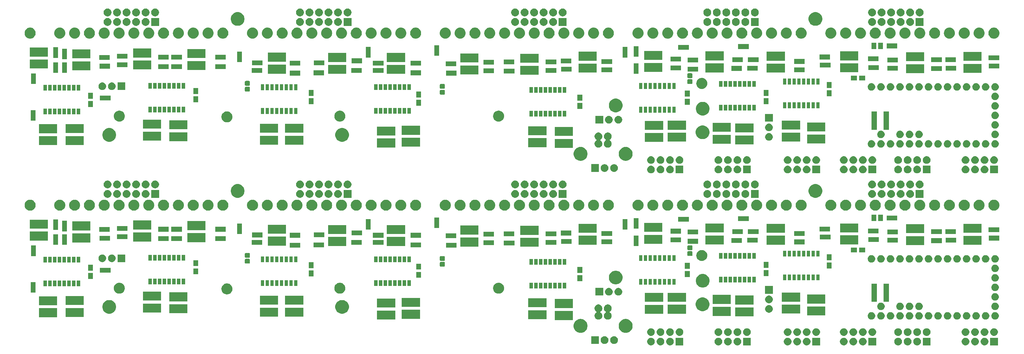
<source format=gbs>
G04 #@! TF.GenerationSoftware,KiCad,Pcbnew,(5.0.2)-1*
G04 #@! TF.CreationDate,2020-07-16T18:14:52-07:00*
G04 #@! TF.ProjectId,Peterson_SerialIO,50657465-7273-46f6-9e5f-53657269616c,rev?*
G04 #@! TF.SameCoordinates,Original*
G04 #@! TF.FileFunction,Soldermask,Bot*
G04 #@! TF.FilePolarity,Negative*
%FSLAX46Y46*%
G04 Gerber Fmt 4.6, Leading zero omitted, Abs format (unit mm)*
G04 Created by KiCad (PCBNEW (5.0.2)-1) date 7/16/2020 6:14:52 PM*
%MOMM*%
%LPD*%
G01*
G04 APERTURE LIST*
%ADD10C,0.100000*%
G04 APERTURE END LIST*
D10*
G36*
X237857044Y-119257636D02*
X237989127Y-119283909D01*
X238113546Y-119335446D01*
X238175757Y-119361214D01*
X238343721Y-119473444D01*
X238486556Y-119616279D01*
X238598786Y-119784243D01*
X238598786Y-119784244D01*
X238676091Y-119970873D01*
X238676091Y-119970875D01*
X238715184Y-120167405D01*
X238715500Y-120168997D01*
X238715500Y-120371003D01*
X238676091Y-120569127D01*
X238636446Y-120664838D01*
X238598786Y-120755757D01*
X238486556Y-120923721D01*
X238343721Y-121066556D01*
X238175757Y-121178786D01*
X238113546Y-121204554D01*
X237989127Y-121256091D01*
X237857044Y-121282364D01*
X237791004Y-121295500D01*
X237588996Y-121295500D01*
X237522956Y-121282364D01*
X237390873Y-121256091D01*
X237266454Y-121204554D01*
X237204243Y-121178786D01*
X237036279Y-121066556D01*
X236893444Y-120923721D01*
X236781214Y-120755757D01*
X236743554Y-120664838D01*
X236703909Y-120569127D01*
X236664500Y-120371003D01*
X236664500Y-120168997D01*
X236664817Y-120167405D01*
X236703909Y-119970875D01*
X236703909Y-119970873D01*
X236781214Y-119784244D01*
X236781214Y-119784243D01*
X236893444Y-119616279D01*
X237036279Y-119473444D01*
X237204243Y-119361214D01*
X237266454Y-119335446D01*
X237390873Y-119283909D01*
X237522956Y-119257636D01*
X237588996Y-119244500D01*
X237791004Y-119244500D01*
X237857044Y-119257636D01*
X237857044Y-119257636D01*
G37*
G36*
X270357044Y-119257636D02*
X270489127Y-119283909D01*
X270613546Y-119335446D01*
X270675757Y-119361214D01*
X270843721Y-119473444D01*
X270986556Y-119616279D01*
X271098786Y-119784243D01*
X271098786Y-119784244D01*
X271176091Y-119970873D01*
X271176091Y-119970875D01*
X271215184Y-120167405D01*
X271215500Y-120168997D01*
X271215500Y-120371003D01*
X271176091Y-120569127D01*
X271136446Y-120664838D01*
X271098786Y-120755757D01*
X270986556Y-120923721D01*
X270843721Y-121066556D01*
X270675757Y-121178786D01*
X270613546Y-121204554D01*
X270489127Y-121256091D01*
X270357044Y-121282364D01*
X270291004Y-121295500D01*
X270088996Y-121295500D01*
X270022956Y-121282364D01*
X269890873Y-121256091D01*
X269766454Y-121204554D01*
X269704243Y-121178786D01*
X269536279Y-121066556D01*
X269393444Y-120923721D01*
X269281214Y-120755757D01*
X269243554Y-120664838D01*
X269203909Y-120569127D01*
X269164500Y-120371003D01*
X269164500Y-120168997D01*
X269164817Y-120167405D01*
X269203909Y-119970875D01*
X269203909Y-119970873D01*
X269281214Y-119784244D01*
X269281214Y-119784243D01*
X269393444Y-119616279D01*
X269536279Y-119473444D01*
X269704243Y-119361214D01*
X269766454Y-119335446D01*
X269890873Y-119283909D01*
X270022956Y-119257636D01*
X270088996Y-119244500D01*
X270291004Y-119244500D01*
X270357044Y-119257636D01*
X270357044Y-119257636D01*
G37*
G36*
X194835500Y-121295500D02*
X192784500Y-121295500D01*
X192784500Y-119244500D01*
X194835500Y-119244500D01*
X194835500Y-121295500D01*
X194835500Y-121295500D01*
G37*
G36*
X191437044Y-119257636D02*
X191569127Y-119283909D01*
X191693546Y-119335446D01*
X191755757Y-119361214D01*
X191923721Y-119473444D01*
X192066556Y-119616279D01*
X192178786Y-119784243D01*
X192178786Y-119784244D01*
X192256091Y-119970873D01*
X192256091Y-119970875D01*
X192295184Y-120167405D01*
X192295500Y-120168997D01*
X192295500Y-120371003D01*
X192256091Y-120569127D01*
X192216446Y-120664838D01*
X192178786Y-120755757D01*
X192066556Y-120923721D01*
X191923721Y-121066556D01*
X191755757Y-121178786D01*
X191693546Y-121204554D01*
X191569127Y-121256091D01*
X191437044Y-121282364D01*
X191371004Y-121295500D01*
X191168996Y-121295500D01*
X191102956Y-121282364D01*
X190970873Y-121256091D01*
X190846454Y-121204554D01*
X190784243Y-121178786D01*
X190616279Y-121066556D01*
X190473444Y-120923721D01*
X190361214Y-120755757D01*
X190323554Y-120664838D01*
X190283909Y-120569127D01*
X190244500Y-120371003D01*
X190244500Y-120168997D01*
X190244817Y-120167405D01*
X190283909Y-119970875D01*
X190283909Y-119970873D01*
X190361214Y-119784244D01*
X190361214Y-119784243D01*
X190473444Y-119616279D01*
X190616279Y-119473444D01*
X190784243Y-119361214D01*
X190846454Y-119335446D01*
X190970873Y-119283909D01*
X191102956Y-119257636D01*
X191168996Y-119244500D01*
X191371004Y-119244500D01*
X191437044Y-119257636D01*
X191437044Y-119257636D01*
G37*
G36*
X188897044Y-119257636D02*
X189029127Y-119283909D01*
X189153546Y-119335446D01*
X189215757Y-119361214D01*
X189383721Y-119473444D01*
X189526556Y-119616279D01*
X189638786Y-119784243D01*
X189638786Y-119784244D01*
X189716091Y-119970873D01*
X189716091Y-119970875D01*
X189755184Y-120167405D01*
X189755500Y-120168997D01*
X189755500Y-120371003D01*
X189716091Y-120569127D01*
X189676446Y-120664838D01*
X189638786Y-120755757D01*
X189526556Y-120923721D01*
X189383721Y-121066556D01*
X189215757Y-121178786D01*
X189153546Y-121204554D01*
X189029127Y-121256091D01*
X188897044Y-121282364D01*
X188831004Y-121295500D01*
X188628996Y-121295500D01*
X188562956Y-121282364D01*
X188430873Y-121256091D01*
X188306454Y-121204554D01*
X188244243Y-121178786D01*
X188076279Y-121066556D01*
X187933444Y-120923721D01*
X187821214Y-120755757D01*
X187783554Y-120664838D01*
X187743909Y-120569127D01*
X187704500Y-120371003D01*
X187704500Y-120168997D01*
X187704817Y-120167405D01*
X187743909Y-119970875D01*
X187743909Y-119970873D01*
X187821214Y-119784244D01*
X187821214Y-119784243D01*
X187933444Y-119616279D01*
X188076279Y-119473444D01*
X188244243Y-119361214D01*
X188306454Y-119335446D01*
X188430873Y-119283909D01*
X188562956Y-119257636D01*
X188628996Y-119244500D01*
X188831004Y-119244500D01*
X188897044Y-119257636D01*
X188897044Y-119257636D01*
G37*
G36*
X186357044Y-119257636D02*
X186489127Y-119283909D01*
X186613546Y-119335446D01*
X186675757Y-119361214D01*
X186843721Y-119473444D01*
X186986556Y-119616279D01*
X187098786Y-119784243D01*
X187098786Y-119784244D01*
X187176091Y-119970873D01*
X187176091Y-119970875D01*
X187215184Y-120167405D01*
X187215500Y-120168997D01*
X187215500Y-120371003D01*
X187176091Y-120569127D01*
X187136446Y-120664838D01*
X187098786Y-120755757D01*
X186986556Y-120923721D01*
X186843721Y-121066556D01*
X186675757Y-121178786D01*
X186613546Y-121204554D01*
X186489127Y-121256091D01*
X186357044Y-121282364D01*
X186291004Y-121295500D01*
X186088996Y-121295500D01*
X186022956Y-121282364D01*
X185890873Y-121256091D01*
X185766454Y-121204554D01*
X185704243Y-121178786D01*
X185536279Y-121066556D01*
X185393444Y-120923721D01*
X185281214Y-120755757D01*
X185243554Y-120664838D01*
X185203909Y-120569127D01*
X185164500Y-120371003D01*
X185164500Y-120168997D01*
X185164817Y-120167405D01*
X185203909Y-119970875D01*
X185203909Y-119970873D01*
X185281214Y-119784244D01*
X185281214Y-119784243D01*
X185393444Y-119616279D01*
X185536279Y-119473444D01*
X185704243Y-119361214D01*
X185766454Y-119335446D01*
X185890873Y-119283909D01*
X186022956Y-119257636D01*
X186088996Y-119244500D01*
X186291004Y-119244500D01*
X186357044Y-119257636D01*
X186357044Y-119257636D01*
G37*
G36*
X204357044Y-119257636D02*
X204489127Y-119283909D01*
X204613546Y-119335446D01*
X204675757Y-119361214D01*
X204843721Y-119473444D01*
X204986556Y-119616279D01*
X205098786Y-119784243D01*
X205098786Y-119784244D01*
X205176091Y-119970873D01*
X205176091Y-119970875D01*
X205215184Y-120167405D01*
X205215500Y-120168997D01*
X205215500Y-120371003D01*
X205176091Y-120569127D01*
X205136446Y-120664838D01*
X205098786Y-120755757D01*
X204986556Y-120923721D01*
X204843721Y-121066556D01*
X204675757Y-121178786D01*
X204613546Y-121204554D01*
X204489127Y-121256091D01*
X204357044Y-121282364D01*
X204291004Y-121295500D01*
X204088996Y-121295500D01*
X204022956Y-121282364D01*
X203890873Y-121256091D01*
X203766454Y-121204554D01*
X203704243Y-121178786D01*
X203536279Y-121066556D01*
X203393444Y-120923721D01*
X203281214Y-120755757D01*
X203243554Y-120664838D01*
X203203909Y-120569127D01*
X203164500Y-120371003D01*
X203164500Y-120168997D01*
X203164817Y-120167405D01*
X203203909Y-119970875D01*
X203203909Y-119970873D01*
X203281214Y-119784244D01*
X203281214Y-119784243D01*
X203393444Y-119616279D01*
X203536279Y-119473444D01*
X203704243Y-119361214D01*
X203766454Y-119335446D01*
X203890873Y-119283909D01*
X204022956Y-119257636D01*
X204088996Y-119244500D01*
X204291004Y-119244500D01*
X204357044Y-119257636D01*
X204357044Y-119257636D01*
G37*
G36*
X206897044Y-119257636D02*
X207029127Y-119283909D01*
X207153546Y-119335446D01*
X207215757Y-119361214D01*
X207383721Y-119473444D01*
X207526556Y-119616279D01*
X207638786Y-119784243D01*
X207638786Y-119784244D01*
X207716091Y-119970873D01*
X207716091Y-119970875D01*
X207755184Y-120167405D01*
X207755500Y-120168997D01*
X207755500Y-120371003D01*
X207716091Y-120569127D01*
X207676446Y-120664838D01*
X207638786Y-120755757D01*
X207526556Y-120923721D01*
X207383721Y-121066556D01*
X207215757Y-121178786D01*
X207153546Y-121204554D01*
X207029127Y-121256091D01*
X206897044Y-121282364D01*
X206831004Y-121295500D01*
X206628996Y-121295500D01*
X206562956Y-121282364D01*
X206430873Y-121256091D01*
X206306454Y-121204554D01*
X206244243Y-121178786D01*
X206076279Y-121066556D01*
X205933444Y-120923721D01*
X205821214Y-120755757D01*
X205783554Y-120664838D01*
X205743909Y-120569127D01*
X205704500Y-120371003D01*
X205704500Y-120168997D01*
X205704817Y-120167405D01*
X205743909Y-119970875D01*
X205743909Y-119970873D01*
X205821214Y-119784244D01*
X205821214Y-119784243D01*
X205933444Y-119616279D01*
X206076279Y-119473444D01*
X206244243Y-119361214D01*
X206306454Y-119335446D01*
X206430873Y-119283909D01*
X206562956Y-119257636D01*
X206628996Y-119244500D01*
X206831004Y-119244500D01*
X206897044Y-119257636D01*
X206897044Y-119257636D01*
G37*
G36*
X209437044Y-119257636D02*
X209569127Y-119283909D01*
X209693546Y-119335446D01*
X209755757Y-119361214D01*
X209923721Y-119473444D01*
X210066556Y-119616279D01*
X210178786Y-119784243D01*
X210178786Y-119784244D01*
X210256091Y-119970873D01*
X210256091Y-119970875D01*
X210295184Y-120167405D01*
X210295500Y-120168997D01*
X210295500Y-120371003D01*
X210256091Y-120569127D01*
X210216446Y-120664838D01*
X210178786Y-120755757D01*
X210066556Y-120923721D01*
X209923721Y-121066556D01*
X209755757Y-121178786D01*
X209693546Y-121204554D01*
X209569127Y-121256091D01*
X209437044Y-121282364D01*
X209371004Y-121295500D01*
X209168996Y-121295500D01*
X209102956Y-121282364D01*
X208970873Y-121256091D01*
X208846454Y-121204554D01*
X208784243Y-121178786D01*
X208616279Y-121066556D01*
X208473444Y-120923721D01*
X208361214Y-120755757D01*
X208323554Y-120664838D01*
X208283909Y-120569127D01*
X208244500Y-120371003D01*
X208244500Y-120168997D01*
X208244817Y-120167405D01*
X208283909Y-119970875D01*
X208283909Y-119970873D01*
X208361214Y-119784244D01*
X208361214Y-119784243D01*
X208473444Y-119616279D01*
X208616279Y-119473444D01*
X208784243Y-119361214D01*
X208846454Y-119335446D01*
X208970873Y-119283909D01*
X209102956Y-119257636D01*
X209168996Y-119244500D01*
X209371004Y-119244500D01*
X209437044Y-119257636D01*
X209437044Y-119257636D01*
G37*
G36*
X212835500Y-121295500D02*
X210784500Y-121295500D01*
X210784500Y-119244500D01*
X212835500Y-119244500D01*
X212835500Y-121295500D01*
X212835500Y-121295500D01*
G37*
G36*
X222857044Y-119257636D02*
X222989127Y-119283909D01*
X223113546Y-119335446D01*
X223175757Y-119361214D01*
X223343721Y-119473444D01*
X223486556Y-119616279D01*
X223598786Y-119784243D01*
X223598786Y-119784244D01*
X223676091Y-119970873D01*
X223676091Y-119970875D01*
X223715184Y-120167405D01*
X223715500Y-120168997D01*
X223715500Y-120371003D01*
X223676091Y-120569127D01*
X223636446Y-120664838D01*
X223598786Y-120755757D01*
X223486556Y-120923721D01*
X223343721Y-121066556D01*
X223175757Y-121178786D01*
X223113546Y-121204554D01*
X222989127Y-121256091D01*
X222857044Y-121282364D01*
X222791004Y-121295500D01*
X222588996Y-121295500D01*
X222522956Y-121282364D01*
X222390873Y-121256091D01*
X222266454Y-121204554D01*
X222204243Y-121178786D01*
X222036279Y-121066556D01*
X221893444Y-120923721D01*
X221781214Y-120755757D01*
X221743554Y-120664838D01*
X221703909Y-120569127D01*
X221664500Y-120371003D01*
X221664500Y-120168997D01*
X221664817Y-120167405D01*
X221703909Y-119970875D01*
X221703909Y-119970873D01*
X221781214Y-119784244D01*
X221781214Y-119784243D01*
X221893444Y-119616279D01*
X222036279Y-119473444D01*
X222204243Y-119361214D01*
X222266454Y-119335446D01*
X222390873Y-119283909D01*
X222522956Y-119257636D01*
X222588996Y-119244500D01*
X222791004Y-119244500D01*
X222857044Y-119257636D01*
X222857044Y-119257636D01*
G37*
G36*
X225397044Y-119257636D02*
X225529127Y-119283909D01*
X225653546Y-119335446D01*
X225715757Y-119361214D01*
X225883721Y-119473444D01*
X226026556Y-119616279D01*
X226138786Y-119784243D01*
X226138786Y-119784244D01*
X226216091Y-119970873D01*
X226216091Y-119970875D01*
X226255184Y-120167405D01*
X226255500Y-120168997D01*
X226255500Y-120371003D01*
X226216091Y-120569127D01*
X226176446Y-120664838D01*
X226138786Y-120755757D01*
X226026556Y-120923721D01*
X225883721Y-121066556D01*
X225715757Y-121178786D01*
X225653546Y-121204554D01*
X225529127Y-121256091D01*
X225397044Y-121282364D01*
X225331004Y-121295500D01*
X225128996Y-121295500D01*
X225062956Y-121282364D01*
X224930873Y-121256091D01*
X224806454Y-121204554D01*
X224744243Y-121178786D01*
X224576279Y-121066556D01*
X224433444Y-120923721D01*
X224321214Y-120755757D01*
X224283554Y-120664838D01*
X224243909Y-120569127D01*
X224204500Y-120371003D01*
X224204500Y-120168997D01*
X224204817Y-120167405D01*
X224243909Y-119970875D01*
X224243909Y-119970873D01*
X224321214Y-119784244D01*
X224321214Y-119784243D01*
X224433444Y-119616279D01*
X224576279Y-119473444D01*
X224744243Y-119361214D01*
X224806454Y-119335446D01*
X224930873Y-119283909D01*
X225062956Y-119257636D01*
X225128996Y-119244500D01*
X225331004Y-119244500D01*
X225397044Y-119257636D01*
X225397044Y-119257636D01*
G37*
G36*
X227937044Y-119257636D02*
X228069127Y-119283909D01*
X228193546Y-119335446D01*
X228255757Y-119361214D01*
X228423721Y-119473444D01*
X228566556Y-119616279D01*
X228678786Y-119784243D01*
X228678786Y-119784244D01*
X228756091Y-119970873D01*
X228756091Y-119970875D01*
X228795184Y-120167405D01*
X228795500Y-120168997D01*
X228795500Y-120371003D01*
X228756091Y-120569127D01*
X228716446Y-120664838D01*
X228678786Y-120755757D01*
X228566556Y-120923721D01*
X228423721Y-121066556D01*
X228255757Y-121178786D01*
X228193546Y-121204554D01*
X228069127Y-121256091D01*
X227937044Y-121282364D01*
X227871004Y-121295500D01*
X227668996Y-121295500D01*
X227602956Y-121282364D01*
X227470873Y-121256091D01*
X227346454Y-121204554D01*
X227284243Y-121178786D01*
X227116279Y-121066556D01*
X226973444Y-120923721D01*
X226861214Y-120755757D01*
X226823554Y-120664838D01*
X226783909Y-120569127D01*
X226744500Y-120371003D01*
X226744500Y-120168997D01*
X226744817Y-120167405D01*
X226783909Y-119970875D01*
X226783909Y-119970873D01*
X226861214Y-119784244D01*
X226861214Y-119784243D01*
X226973444Y-119616279D01*
X227116279Y-119473444D01*
X227284243Y-119361214D01*
X227346454Y-119335446D01*
X227470873Y-119283909D01*
X227602956Y-119257636D01*
X227668996Y-119244500D01*
X227871004Y-119244500D01*
X227937044Y-119257636D01*
X227937044Y-119257636D01*
G37*
G36*
X272897044Y-119257636D02*
X273029127Y-119283909D01*
X273153546Y-119335446D01*
X273215757Y-119361214D01*
X273383721Y-119473444D01*
X273526556Y-119616279D01*
X273638786Y-119784243D01*
X273638786Y-119784244D01*
X273716091Y-119970873D01*
X273716091Y-119970875D01*
X273755184Y-120167405D01*
X273755500Y-120168997D01*
X273755500Y-120371003D01*
X273716091Y-120569127D01*
X273676446Y-120664838D01*
X273638786Y-120755757D01*
X273526556Y-120923721D01*
X273383721Y-121066556D01*
X273215757Y-121178786D01*
X273153546Y-121204554D01*
X273029127Y-121256091D01*
X272897044Y-121282364D01*
X272831004Y-121295500D01*
X272628996Y-121295500D01*
X272562956Y-121282364D01*
X272430873Y-121256091D01*
X272306454Y-121204554D01*
X272244243Y-121178786D01*
X272076279Y-121066556D01*
X271933444Y-120923721D01*
X271821214Y-120755757D01*
X271783554Y-120664838D01*
X271743909Y-120569127D01*
X271704500Y-120371003D01*
X271704500Y-120168997D01*
X271704817Y-120167405D01*
X271743909Y-119970875D01*
X271743909Y-119970873D01*
X271821214Y-119784244D01*
X271821214Y-119784243D01*
X271933444Y-119616279D01*
X272076279Y-119473444D01*
X272244243Y-119361214D01*
X272306454Y-119335446D01*
X272430873Y-119283909D01*
X272562956Y-119257636D01*
X272628996Y-119244500D01*
X272831004Y-119244500D01*
X272897044Y-119257636D01*
X272897044Y-119257636D01*
G37*
G36*
X275437044Y-119257636D02*
X275569127Y-119283909D01*
X275693546Y-119335446D01*
X275755757Y-119361214D01*
X275923721Y-119473444D01*
X276066556Y-119616279D01*
X276178786Y-119784243D01*
X276178786Y-119784244D01*
X276256091Y-119970873D01*
X276256091Y-119970875D01*
X276295184Y-120167405D01*
X276295500Y-120168997D01*
X276295500Y-120371003D01*
X276256091Y-120569127D01*
X276216446Y-120664838D01*
X276178786Y-120755757D01*
X276066556Y-120923721D01*
X275923721Y-121066556D01*
X275755757Y-121178786D01*
X275693546Y-121204554D01*
X275569127Y-121256091D01*
X275437044Y-121282364D01*
X275371004Y-121295500D01*
X275168996Y-121295500D01*
X275102956Y-121282364D01*
X274970873Y-121256091D01*
X274846454Y-121204554D01*
X274784243Y-121178786D01*
X274616279Y-121066556D01*
X274473444Y-120923721D01*
X274361214Y-120755757D01*
X274323554Y-120664838D01*
X274283909Y-120569127D01*
X274244500Y-120371003D01*
X274244500Y-120168997D01*
X274244817Y-120167405D01*
X274283909Y-119970875D01*
X274283909Y-119970873D01*
X274361214Y-119784244D01*
X274361214Y-119784243D01*
X274473444Y-119616279D01*
X274616279Y-119473444D01*
X274784243Y-119361214D01*
X274846454Y-119335446D01*
X274970873Y-119283909D01*
X275102956Y-119257636D01*
X275168996Y-119244500D01*
X275371004Y-119244500D01*
X275437044Y-119257636D01*
X275437044Y-119257636D01*
G37*
G36*
X260835500Y-121295500D02*
X258784500Y-121295500D01*
X258784500Y-119244500D01*
X260835500Y-119244500D01*
X260835500Y-121295500D01*
X260835500Y-121295500D01*
G37*
G36*
X257437044Y-119257636D02*
X257569127Y-119283909D01*
X257693546Y-119335446D01*
X257755757Y-119361214D01*
X257923721Y-119473444D01*
X258066556Y-119616279D01*
X258178786Y-119784243D01*
X258178786Y-119784244D01*
X258256091Y-119970873D01*
X258256091Y-119970875D01*
X258295184Y-120167405D01*
X258295500Y-120168997D01*
X258295500Y-120371003D01*
X258256091Y-120569127D01*
X258216446Y-120664838D01*
X258178786Y-120755757D01*
X258066556Y-120923721D01*
X257923721Y-121066556D01*
X257755757Y-121178786D01*
X257693546Y-121204554D01*
X257569127Y-121256091D01*
X257437044Y-121282364D01*
X257371004Y-121295500D01*
X257168996Y-121295500D01*
X257102956Y-121282364D01*
X256970873Y-121256091D01*
X256846454Y-121204554D01*
X256784243Y-121178786D01*
X256616279Y-121066556D01*
X256473444Y-120923721D01*
X256361214Y-120755757D01*
X256323554Y-120664838D01*
X256283909Y-120569127D01*
X256244500Y-120371003D01*
X256244500Y-120168997D01*
X256244817Y-120167405D01*
X256283909Y-119970875D01*
X256283909Y-119970873D01*
X256361214Y-119784244D01*
X256361214Y-119784243D01*
X256473444Y-119616279D01*
X256616279Y-119473444D01*
X256784243Y-119361214D01*
X256846454Y-119335446D01*
X256970873Y-119283909D01*
X257102956Y-119257636D01*
X257168996Y-119244500D01*
X257371004Y-119244500D01*
X257437044Y-119257636D01*
X257437044Y-119257636D01*
G37*
G36*
X254897044Y-119257636D02*
X255029127Y-119283909D01*
X255153546Y-119335446D01*
X255215757Y-119361214D01*
X255383721Y-119473444D01*
X255526556Y-119616279D01*
X255638786Y-119784243D01*
X255638786Y-119784244D01*
X255716091Y-119970873D01*
X255716091Y-119970875D01*
X255755184Y-120167405D01*
X255755500Y-120168997D01*
X255755500Y-120371003D01*
X255716091Y-120569127D01*
X255676446Y-120664838D01*
X255638786Y-120755757D01*
X255526556Y-120923721D01*
X255383721Y-121066556D01*
X255215757Y-121178786D01*
X255153546Y-121204554D01*
X255029127Y-121256091D01*
X254897044Y-121282364D01*
X254831004Y-121295500D01*
X254628996Y-121295500D01*
X254562956Y-121282364D01*
X254430873Y-121256091D01*
X254306454Y-121204554D01*
X254244243Y-121178786D01*
X254076279Y-121066556D01*
X253933444Y-120923721D01*
X253821214Y-120755757D01*
X253783554Y-120664838D01*
X253743909Y-120569127D01*
X253704500Y-120371003D01*
X253704500Y-120168997D01*
X253704817Y-120167405D01*
X253743909Y-119970875D01*
X253743909Y-119970873D01*
X253821214Y-119784244D01*
X253821214Y-119784243D01*
X253933444Y-119616279D01*
X254076279Y-119473444D01*
X254244243Y-119361214D01*
X254306454Y-119335446D01*
X254430873Y-119283909D01*
X254562956Y-119257636D01*
X254628996Y-119244500D01*
X254831004Y-119244500D01*
X254897044Y-119257636D01*
X254897044Y-119257636D01*
G37*
G36*
X252357044Y-119257636D02*
X252489127Y-119283909D01*
X252613546Y-119335446D01*
X252675757Y-119361214D01*
X252843721Y-119473444D01*
X252986556Y-119616279D01*
X253098786Y-119784243D01*
X253098786Y-119784244D01*
X253176091Y-119970873D01*
X253176091Y-119970875D01*
X253215184Y-120167405D01*
X253215500Y-120168997D01*
X253215500Y-120371003D01*
X253176091Y-120569127D01*
X253136446Y-120664838D01*
X253098786Y-120755757D01*
X252986556Y-120923721D01*
X252843721Y-121066556D01*
X252675757Y-121178786D01*
X252613546Y-121204554D01*
X252489127Y-121256091D01*
X252357044Y-121282364D01*
X252291004Y-121295500D01*
X252088996Y-121295500D01*
X252022956Y-121282364D01*
X251890873Y-121256091D01*
X251766454Y-121204554D01*
X251704243Y-121178786D01*
X251536279Y-121066556D01*
X251393444Y-120923721D01*
X251281214Y-120755757D01*
X251243554Y-120664838D01*
X251203909Y-120569127D01*
X251164500Y-120371003D01*
X251164500Y-120168997D01*
X251164817Y-120167405D01*
X251203909Y-119970875D01*
X251203909Y-119970873D01*
X251281214Y-119784244D01*
X251281214Y-119784243D01*
X251393444Y-119616279D01*
X251536279Y-119473444D01*
X251704243Y-119361214D01*
X251766454Y-119335446D01*
X251890873Y-119283909D01*
X252022956Y-119257636D01*
X252088996Y-119244500D01*
X252291004Y-119244500D01*
X252357044Y-119257636D01*
X252357044Y-119257636D01*
G37*
G36*
X278835500Y-121295500D02*
X276784500Y-121295500D01*
X276784500Y-119244500D01*
X278835500Y-119244500D01*
X278835500Y-121295500D01*
X278835500Y-121295500D01*
G37*
G36*
X246335500Y-121295500D02*
X244284500Y-121295500D01*
X244284500Y-119244500D01*
X246335500Y-119244500D01*
X246335500Y-121295500D01*
X246335500Y-121295500D01*
G37*
G36*
X242937044Y-119257636D02*
X243069127Y-119283909D01*
X243193546Y-119335446D01*
X243255757Y-119361214D01*
X243423721Y-119473444D01*
X243566556Y-119616279D01*
X243678786Y-119784243D01*
X243678786Y-119784244D01*
X243756091Y-119970873D01*
X243756091Y-119970875D01*
X243795184Y-120167405D01*
X243795500Y-120168997D01*
X243795500Y-120371003D01*
X243756091Y-120569127D01*
X243716446Y-120664838D01*
X243678786Y-120755757D01*
X243566556Y-120923721D01*
X243423721Y-121066556D01*
X243255757Y-121178786D01*
X243193546Y-121204554D01*
X243069127Y-121256091D01*
X242937044Y-121282364D01*
X242871004Y-121295500D01*
X242668996Y-121295500D01*
X242602956Y-121282364D01*
X242470873Y-121256091D01*
X242346454Y-121204554D01*
X242284243Y-121178786D01*
X242116279Y-121066556D01*
X241973444Y-120923721D01*
X241861214Y-120755757D01*
X241823554Y-120664838D01*
X241783909Y-120569127D01*
X241744500Y-120371003D01*
X241744500Y-120168997D01*
X241744817Y-120167405D01*
X241783909Y-119970875D01*
X241783909Y-119970873D01*
X241861214Y-119784244D01*
X241861214Y-119784243D01*
X241973444Y-119616279D01*
X242116279Y-119473444D01*
X242284243Y-119361214D01*
X242346454Y-119335446D01*
X242470873Y-119283909D01*
X242602956Y-119257636D01*
X242668996Y-119244500D01*
X242871004Y-119244500D01*
X242937044Y-119257636D01*
X242937044Y-119257636D01*
G37*
G36*
X240397044Y-119257636D02*
X240529127Y-119283909D01*
X240653546Y-119335446D01*
X240715757Y-119361214D01*
X240883721Y-119473444D01*
X241026556Y-119616279D01*
X241138786Y-119784243D01*
X241138786Y-119784244D01*
X241216091Y-119970873D01*
X241216091Y-119970875D01*
X241255184Y-120167405D01*
X241255500Y-120168997D01*
X241255500Y-120371003D01*
X241216091Y-120569127D01*
X241176446Y-120664838D01*
X241138786Y-120755757D01*
X241026556Y-120923721D01*
X240883721Y-121066556D01*
X240715757Y-121178786D01*
X240653546Y-121204554D01*
X240529127Y-121256091D01*
X240397044Y-121282364D01*
X240331004Y-121295500D01*
X240128996Y-121295500D01*
X240062956Y-121282364D01*
X239930873Y-121256091D01*
X239806454Y-121204554D01*
X239744243Y-121178786D01*
X239576279Y-121066556D01*
X239433444Y-120923721D01*
X239321214Y-120755757D01*
X239283554Y-120664838D01*
X239243909Y-120569127D01*
X239204500Y-120371003D01*
X239204500Y-120168997D01*
X239204817Y-120167405D01*
X239243909Y-119970875D01*
X239243909Y-119970873D01*
X239321214Y-119784244D01*
X239321214Y-119784243D01*
X239433444Y-119616279D01*
X239576279Y-119473444D01*
X239744243Y-119361214D01*
X239806454Y-119335446D01*
X239930873Y-119283909D01*
X240062956Y-119257636D01*
X240128996Y-119244500D01*
X240331004Y-119244500D01*
X240397044Y-119257636D01*
X240397044Y-119257636D01*
G37*
G36*
X231335500Y-121295500D02*
X229284500Y-121295500D01*
X229284500Y-119244500D01*
X231335500Y-119244500D01*
X231335500Y-121295500D01*
X231335500Y-121295500D01*
G37*
G36*
X176498924Y-118855916D02*
X176631007Y-118882189D01*
X176755426Y-118933726D01*
X176817637Y-118959494D01*
X176985601Y-119071724D01*
X177128436Y-119214559D01*
X177240666Y-119382523D01*
X177240666Y-119382524D01*
X177317971Y-119569153D01*
X177317971Y-119569155D01*
X177357380Y-119767276D01*
X177357380Y-119969284D01*
X177344244Y-120035324D01*
X177317971Y-120167407D01*
X177317312Y-120168997D01*
X177240666Y-120354037D01*
X177128436Y-120522001D01*
X176985601Y-120664836D01*
X176817637Y-120777066D01*
X176755426Y-120802834D01*
X176631007Y-120854371D01*
X176498924Y-120880644D01*
X176432884Y-120893780D01*
X176230876Y-120893780D01*
X176164836Y-120880644D01*
X176032753Y-120854371D01*
X175908334Y-120802834D01*
X175846123Y-120777066D01*
X175678159Y-120664836D01*
X175535324Y-120522001D01*
X175423094Y-120354037D01*
X175346448Y-120168997D01*
X175345789Y-120167407D01*
X175319516Y-120035324D01*
X175306380Y-119969284D01*
X175306380Y-119767276D01*
X175345789Y-119569155D01*
X175345789Y-119569153D01*
X175423094Y-119382524D01*
X175423094Y-119382523D01*
X175535324Y-119214559D01*
X175678159Y-119071724D01*
X175846123Y-118959494D01*
X175908334Y-118933726D01*
X176032753Y-118882189D01*
X176164836Y-118855916D01*
X176230876Y-118842780D01*
X176432884Y-118842780D01*
X176498924Y-118855916D01*
X176498924Y-118855916D01*
G37*
G36*
X173958924Y-118855916D02*
X174091007Y-118882189D01*
X174215426Y-118933726D01*
X174277637Y-118959494D01*
X174445601Y-119071724D01*
X174588436Y-119214559D01*
X174700666Y-119382523D01*
X174700666Y-119382524D01*
X174777971Y-119569153D01*
X174777971Y-119569155D01*
X174817380Y-119767276D01*
X174817380Y-119969284D01*
X174804244Y-120035324D01*
X174777971Y-120167407D01*
X174777312Y-120168997D01*
X174700666Y-120354037D01*
X174588436Y-120522001D01*
X174445601Y-120664836D01*
X174277637Y-120777066D01*
X174215426Y-120802834D01*
X174091007Y-120854371D01*
X173958924Y-120880644D01*
X173892884Y-120893780D01*
X173690876Y-120893780D01*
X173624836Y-120880644D01*
X173492753Y-120854371D01*
X173368334Y-120802834D01*
X173306123Y-120777066D01*
X173138159Y-120664836D01*
X172995324Y-120522001D01*
X172883094Y-120354037D01*
X172806448Y-120168997D01*
X172805789Y-120167407D01*
X172779516Y-120035324D01*
X172766380Y-119969284D01*
X172766380Y-119767276D01*
X172805789Y-119569155D01*
X172805789Y-119569153D01*
X172883094Y-119382524D01*
X172883094Y-119382523D01*
X172995324Y-119214559D01*
X173138159Y-119071724D01*
X173306123Y-118959494D01*
X173368334Y-118933726D01*
X173492753Y-118882189D01*
X173624836Y-118855916D01*
X173690876Y-118842780D01*
X173892884Y-118842780D01*
X173958924Y-118855916D01*
X173958924Y-118855916D01*
G37*
G36*
X172277380Y-120893780D02*
X170226380Y-120893780D01*
X170226380Y-118842780D01*
X172277380Y-118842780D01*
X172277380Y-120893780D01*
X172277380Y-120893780D01*
G37*
G36*
X252357044Y-116717636D02*
X252489127Y-116743909D01*
X252613546Y-116795446D01*
X252675757Y-116821214D01*
X252843721Y-116933444D01*
X252986556Y-117076279D01*
X253098786Y-117244243D01*
X253098786Y-117244244D01*
X253176091Y-117430873D01*
X253215500Y-117628997D01*
X253215500Y-117831003D01*
X253176091Y-118029127D01*
X253124554Y-118153546D01*
X253098786Y-118215757D01*
X252986556Y-118383721D01*
X252843721Y-118526556D01*
X252675757Y-118638786D01*
X252613546Y-118664554D01*
X252489127Y-118716091D01*
X252357044Y-118742364D01*
X252291004Y-118755500D01*
X252088996Y-118755500D01*
X252022956Y-118742364D01*
X251890873Y-118716091D01*
X251766454Y-118664554D01*
X251704243Y-118638786D01*
X251536279Y-118526556D01*
X251393444Y-118383721D01*
X251281214Y-118215757D01*
X251255446Y-118153546D01*
X251203909Y-118029127D01*
X251164500Y-117831003D01*
X251164500Y-117628997D01*
X251203909Y-117430873D01*
X251281214Y-117244244D01*
X251281214Y-117244243D01*
X251393444Y-117076279D01*
X251536279Y-116933444D01*
X251704243Y-116821214D01*
X251766454Y-116795446D01*
X251890873Y-116743909D01*
X252022956Y-116717636D01*
X252088996Y-116704500D01*
X252291004Y-116704500D01*
X252357044Y-116717636D01*
X252357044Y-116717636D01*
G37*
G36*
X204357044Y-116717636D02*
X204489127Y-116743909D01*
X204613546Y-116795446D01*
X204675757Y-116821214D01*
X204843721Y-116933444D01*
X204986556Y-117076279D01*
X205098786Y-117244243D01*
X205098786Y-117244244D01*
X205176091Y-117430873D01*
X205215500Y-117628997D01*
X205215500Y-117831003D01*
X205176091Y-118029127D01*
X205124554Y-118153546D01*
X205098786Y-118215757D01*
X204986556Y-118383721D01*
X204843721Y-118526556D01*
X204675757Y-118638786D01*
X204613546Y-118664554D01*
X204489127Y-118716091D01*
X204357044Y-118742364D01*
X204291004Y-118755500D01*
X204088996Y-118755500D01*
X204022956Y-118742364D01*
X203890873Y-118716091D01*
X203766454Y-118664554D01*
X203704243Y-118638786D01*
X203536279Y-118526556D01*
X203393444Y-118383721D01*
X203281214Y-118215757D01*
X203255446Y-118153546D01*
X203203909Y-118029127D01*
X203164500Y-117831003D01*
X203164500Y-117628997D01*
X203203909Y-117430873D01*
X203281214Y-117244244D01*
X203281214Y-117244243D01*
X203393444Y-117076279D01*
X203536279Y-116933444D01*
X203704243Y-116821214D01*
X203766454Y-116795446D01*
X203890873Y-116743909D01*
X204022956Y-116717636D01*
X204088996Y-116704500D01*
X204291004Y-116704500D01*
X204357044Y-116717636D01*
X204357044Y-116717636D01*
G37*
G36*
X188897044Y-116717636D02*
X189029127Y-116743909D01*
X189153546Y-116795446D01*
X189215757Y-116821214D01*
X189383721Y-116933444D01*
X189526556Y-117076279D01*
X189638786Y-117244243D01*
X189638786Y-117244244D01*
X189716091Y-117430873D01*
X189755500Y-117628997D01*
X189755500Y-117831003D01*
X189716091Y-118029127D01*
X189664554Y-118153546D01*
X189638786Y-118215757D01*
X189526556Y-118383721D01*
X189383721Y-118526556D01*
X189215757Y-118638786D01*
X189153546Y-118664554D01*
X189029127Y-118716091D01*
X188897044Y-118742364D01*
X188831004Y-118755500D01*
X188628996Y-118755500D01*
X188562956Y-118742364D01*
X188430873Y-118716091D01*
X188306454Y-118664554D01*
X188244243Y-118638786D01*
X188076279Y-118526556D01*
X187933444Y-118383721D01*
X187821214Y-118215757D01*
X187795446Y-118153546D01*
X187743909Y-118029127D01*
X187704500Y-117831003D01*
X187704500Y-117628997D01*
X187743909Y-117430873D01*
X187821214Y-117244244D01*
X187821214Y-117244243D01*
X187933444Y-117076279D01*
X188076279Y-116933444D01*
X188244243Y-116821214D01*
X188306454Y-116795446D01*
X188430873Y-116743909D01*
X188562956Y-116717636D01*
X188628996Y-116704500D01*
X188831004Y-116704500D01*
X188897044Y-116717636D01*
X188897044Y-116717636D01*
G37*
G36*
X191437044Y-116717636D02*
X191569127Y-116743909D01*
X191693546Y-116795446D01*
X191755757Y-116821214D01*
X191923721Y-116933444D01*
X192066556Y-117076279D01*
X192178786Y-117244243D01*
X192178786Y-117244244D01*
X192256091Y-117430873D01*
X192295500Y-117628997D01*
X192295500Y-117831003D01*
X192256091Y-118029127D01*
X192204554Y-118153546D01*
X192178786Y-118215757D01*
X192066556Y-118383721D01*
X191923721Y-118526556D01*
X191755757Y-118638786D01*
X191693546Y-118664554D01*
X191569127Y-118716091D01*
X191437044Y-118742364D01*
X191371004Y-118755500D01*
X191168996Y-118755500D01*
X191102956Y-118742364D01*
X190970873Y-118716091D01*
X190846454Y-118664554D01*
X190784243Y-118638786D01*
X190616279Y-118526556D01*
X190473444Y-118383721D01*
X190361214Y-118215757D01*
X190335446Y-118153546D01*
X190283909Y-118029127D01*
X190244500Y-117831003D01*
X190244500Y-117628997D01*
X190283909Y-117430873D01*
X190361214Y-117244244D01*
X190361214Y-117244243D01*
X190473444Y-117076279D01*
X190616279Y-116933444D01*
X190784243Y-116821214D01*
X190846454Y-116795446D01*
X190970873Y-116743909D01*
X191102956Y-116717636D01*
X191168996Y-116704500D01*
X191371004Y-116704500D01*
X191437044Y-116717636D01*
X191437044Y-116717636D01*
G37*
G36*
X193977044Y-116717636D02*
X194109127Y-116743909D01*
X194233546Y-116795446D01*
X194295757Y-116821214D01*
X194463721Y-116933444D01*
X194606556Y-117076279D01*
X194718786Y-117244243D01*
X194718786Y-117244244D01*
X194796091Y-117430873D01*
X194835500Y-117628997D01*
X194835500Y-117831003D01*
X194796091Y-118029127D01*
X194744554Y-118153546D01*
X194718786Y-118215757D01*
X194606556Y-118383721D01*
X194463721Y-118526556D01*
X194295757Y-118638786D01*
X194233546Y-118664554D01*
X194109127Y-118716091D01*
X193977044Y-118742364D01*
X193911004Y-118755500D01*
X193708996Y-118755500D01*
X193642956Y-118742364D01*
X193510873Y-118716091D01*
X193386454Y-118664554D01*
X193324243Y-118638786D01*
X193156279Y-118526556D01*
X193013444Y-118383721D01*
X192901214Y-118215757D01*
X192875446Y-118153546D01*
X192823909Y-118029127D01*
X192784500Y-117831003D01*
X192784500Y-117628997D01*
X192823909Y-117430873D01*
X192901214Y-117244244D01*
X192901214Y-117244243D01*
X193013444Y-117076279D01*
X193156279Y-116933444D01*
X193324243Y-116821214D01*
X193386454Y-116795446D01*
X193510873Y-116743909D01*
X193642956Y-116717636D01*
X193708996Y-116704500D01*
X193911004Y-116704500D01*
X193977044Y-116717636D01*
X193977044Y-116717636D01*
G37*
G36*
X206897044Y-116717636D02*
X207029127Y-116743909D01*
X207153546Y-116795446D01*
X207215757Y-116821214D01*
X207383721Y-116933444D01*
X207526556Y-117076279D01*
X207638786Y-117244243D01*
X207638786Y-117244244D01*
X207716091Y-117430873D01*
X207755500Y-117628997D01*
X207755500Y-117831003D01*
X207716091Y-118029127D01*
X207664554Y-118153546D01*
X207638786Y-118215757D01*
X207526556Y-118383721D01*
X207383721Y-118526556D01*
X207215757Y-118638786D01*
X207153546Y-118664554D01*
X207029127Y-118716091D01*
X206897044Y-118742364D01*
X206831004Y-118755500D01*
X206628996Y-118755500D01*
X206562956Y-118742364D01*
X206430873Y-118716091D01*
X206306454Y-118664554D01*
X206244243Y-118638786D01*
X206076279Y-118526556D01*
X205933444Y-118383721D01*
X205821214Y-118215757D01*
X205795446Y-118153546D01*
X205743909Y-118029127D01*
X205704500Y-117831003D01*
X205704500Y-117628997D01*
X205743909Y-117430873D01*
X205821214Y-117244244D01*
X205821214Y-117244243D01*
X205933444Y-117076279D01*
X206076279Y-116933444D01*
X206244243Y-116821214D01*
X206306454Y-116795446D01*
X206430873Y-116743909D01*
X206562956Y-116717636D01*
X206628996Y-116704500D01*
X206831004Y-116704500D01*
X206897044Y-116717636D01*
X206897044Y-116717636D01*
G37*
G36*
X186357044Y-116717636D02*
X186489127Y-116743909D01*
X186613546Y-116795446D01*
X186675757Y-116821214D01*
X186843721Y-116933444D01*
X186986556Y-117076279D01*
X187098786Y-117244243D01*
X187098786Y-117244244D01*
X187176091Y-117430873D01*
X187215500Y-117628997D01*
X187215500Y-117831003D01*
X187176091Y-118029127D01*
X187124554Y-118153546D01*
X187098786Y-118215757D01*
X186986556Y-118383721D01*
X186843721Y-118526556D01*
X186675757Y-118638786D01*
X186613546Y-118664554D01*
X186489127Y-118716091D01*
X186357044Y-118742364D01*
X186291004Y-118755500D01*
X186088996Y-118755500D01*
X186022956Y-118742364D01*
X185890873Y-118716091D01*
X185766454Y-118664554D01*
X185704243Y-118638786D01*
X185536279Y-118526556D01*
X185393444Y-118383721D01*
X185281214Y-118215757D01*
X185255446Y-118153546D01*
X185203909Y-118029127D01*
X185164500Y-117831003D01*
X185164500Y-117628997D01*
X185203909Y-117430873D01*
X185281214Y-117244244D01*
X185281214Y-117244243D01*
X185393444Y-117076279D01*
X185536279Y-116933444D01*
X185704243Y-116821214D01*
X185766454Y-116795446D01*
X185890873Y-116743909D01*
X186022956Y-116717636D01*
X186088996Y-116704500D01*
X186291004Y-116704500D01*
X186357044Y-116717636D01*
X186357044Y-116717636D01*
G37*
G36*
X211977044Y-116717636D02*
X212109127Y-116743909D01*
X212233546Y-116795446D01*
X212295757Y-116821214D01*
X212463721Y-116933444D01*
X212606556Y-117076279D01*
X212718786Y-117244243D01*
X212718786Y-117244244D01*
X212796091Y-117430873D01*
X212835500Y-117628997D01*
X212835500Y-117831003D01*
X212796091Y-118029127D01*
X212744554Y-118153546D01*
X212718786Y-118215757D01*
X212606556Y-118383721D01*
X212463721Y-118526556D01*
X212295757Y-118638786D01*
X212233546Y-118664554D01*
X212109127Y-118716091D01*
X211977044Y-118742364D01*
X211911004Y-118755500D01*
X211708996Y-118755500D01*
X211642956Y-118742364D01*
X211510873Y-118716091D01*
X211386454Y-118664554D01*
X211324243Y-118638786D01*
X211156279Y-118526556D01*
X211013444Y-118383721D01*
X210901214Y-118215757D01*
X210875446Y-118153546D01*
X210823909Y-118029127D01*
X210784500Y-117831003D01*
X210784500Y-117628997D01*
X210823909Y-117430873D01*
X210901214Y-117244244D01*
X210901214Y-117244243D01*
X211013444Y-117076279D01*
X211156279Y-116933444D01*
X211324243Y-116821214D01*
X211386454Y-116795446D01*
X211510873Y-116743909D01*
X211642956Y-116717636D01*
X211708996Y-116704500D01*
X211911004Y-116704500D01*
X211977044Y-116717636D01*
X211977044Y-116717636D01*
G37*
G36*
X270357044Y-116717636D02*
X270489127Y-116743909D01*
X270613546Y-116795446D01*
X270675757Y-116821214D01*
X270843721Y-116933444D01*
X270986556Y-117076279D01*
X271098786Y-117244243D01*
X271098786Y-117244244D01*
X271176091Y-117430873D01*
X271215500Y-117628997D01*
X271215500Y-117831003D01*
X271176091Y-118029127D01*
X271124554Y-118153546D01*
X271098786Y-118215757D01*
X270986556Y-118383721D01*
X270843721Y-118526556D01*
X270675757Y-118638786D01*
X270613546Y-118664554D01*
X270489127Y-118716091D01*
X270357044Y-118742364D01*
X270291004Y-118755500D01*
X270088996Y-118755500D01*
X270022956Y-118742364D01*
X269890873Y-118716091D01*
X269766454Y-118664554D01*
X269704243Y-118638786D01*
X269536279Y-118526556D01*
X269393444Y-118383721D01*
X269281214Y-118215757D01*
X269255446Y-118153546D01*
X269203909Y-118029127D01*
X269164500Y-117831003D01*
X269164500Y-117628997D01*
X269203909Y-117430873D01*
X269281214Y-117244244D01*
X269281214Y-117244243D01*
X269393444Y-117076279D01*
X269536279Y-116933444D01*
X269704243Y-116821214D01*
X269766454Y-116795446D01*
X269890873Y-116743909D01*
X270022956Y-116717636D01*
X270088996Y-116704500D01*
X270291004Y-116704500D01*
X270357044Y-116717636D01*
X270357044Y-116717636D01*
G37*
G36*
X272897044Y-116717636D02*
X273029127Y-116743909D01*
X273153546Y-116795446D01*
X273215757Y-116821214D01*
X273383721Y-116933444D01*
X273526556Y-117076279D01*
X273638786Y-117244243D01*
X273638786Y-117244244D01*
X273716091Y-117430873D01*
X273755500Y-117628997D01*
X273755500Y-117831003D01*
X273716091Y-118029127D01*
X273664554Y-118153546D01*
X273638786Y-118215757D01*
X273526556Y-118383721D01*
X273383721Y-118526556D01*
X273215757Y-118638786D01*
X273153546Y-118664554D01*
X273029127Y-118716091D01*
X272897044Y-118742364D01*
X272831004Y-118755500D01*
X272628996Y-118755500D01*
X272562956Y-118742364D01*
X272430873Y-118716091D01*
X272306454Y-118664554D01*
X272244243Y-118638786D01*
X272076279Y-118526556D01*
X271933444Y-118383721D01*
X271821214Y-118215757D01*
X271795446Y-118153546D01*
X271743909Y-118029127D01*
X271704500Y-117831003D01*
X271704500Y-117628997D01*
X271743909Y-117430873D01*
X271821214Y-117244244D01*
X271821214Y-117244243D01*
X271933444Y-117076279D01*
X272076279Y-116933444D01*
X272244243Y-116821214D01*
X272306454Y-116795446D01*
X272430873Y-116743909D01*
X272562956Y-116717636D01*
X272628996Y-116704500D01*
X272831004Y-116704500D01*
X272897044Y-116717636D01*
X272897044Y-116717636D01*
G37*
G36*
X275437044Y-116717636D02*
X275569127Y-116743909D01*
X275693546Y-116795446D01*
X275755757Y-116821214D01*
X275923721Y-116933444D01*
X276066556Y-117076279D01*
X276178786Y-117244243D01*
X276178786Y-117244244D01*
X276256091Y-117430873D01*
X276295500Y-117628997D01*
X276295500Y-117831003D01*
X276256091Y-118029127D01*
X276204554Y-118153546D01*
X276178786Y-118215757D01*
X276066556Y-118383721D01*
X275923721Y-118526556D01*
X275755757Y-118638786D01*
X275693546Y-118664554D01*
X275569127Y-118716091D01*
X275437044Y-118742364D01*
X275371004Y-118755500D01*
X275168996Y-118755500D01*
X275102956Y-118742364D01*
X274970873Y-118716091D01*
X274846454Y-118664554D01*
X274784243Y-118638786D01*
X274616279Y-118526556D01*
X274473444Y-118383721D01*
X274361214Y-118215757D01*
X274335446Y-118153546D01*
X274283909Y-118029127D01*
X274244500Y-117831003D01*
X274244500Y-117628997D01*
X274283909Y-117430873D01*
X274361214Y-117244244D01*
X274361214Y-117244243D01*
X274473444Y-117076279D01*
X274616279Y-116933444D01*
X274784243Y-116821214D01*
X274846454Y-116795446D01*
X274970873Y-116743909D01*
X275102956Y-116717636D01*
X275168996Y-116704500D01*
X275371004Y-116704500D01*
X275437044Y-116717636D01*
X275437044Y-116717636D01*
G37*
G36*
X277977044Y-116717636D02*
X278109127Y-116743909D01*
X278233546Y-116795446D01*
X278295757Y-116821214D01*
X278463721Y-116933444D01*
X278606556Y-117076279D01*
X278718786Y-117244243D01*
X278718786Y-117244244D01*
X278796091Y-117430873D01*
X278835500Y-117628997D01*
X278835500Y-117831003D01*
X278796091Y-118029127D01*
X278744554Y-118153546D01*
X278718786Y-118215757D01*
X278606556Y-118383721D01*
X278463721Y-118526556D01*
X278295757Y-118638786D01*
X278233546Y-118664554D01*
X278109127Y-118716091D01*
X277977044Y-118742364D01*
X277911004Y-118755500D01*
X277708996Y-118755500D01*
X277642956Y-118742364D01*
X277510873Y-118716091D01*
X277386454Y-118664554D01*
X277324243Y-118638786D01*
X277156279Y-118526556D01*
X277013444Y-118383721D01*
X276901214Y-118215757D01*
X276875446Y-118153546D01*
X276823909Y-118029127D01*
X276784500Y-117831003D01*
X276784500Y-117628997D01*
X276823909Y-117430873D01*
X276901214Y-117244244D01*
X276901214Y-117244243D01*
X277013444Y-117076279D01*
X277156279Y-116933444D01*
X277324243Y-116821214D01*
X277386454Y-116795446D01*
X277510873Y-116743909D01*
X277642956Y-116717636D01*
X277708996Y-116704500D01*
X277911004Y-116704500D01*
X277977044Y-116717636D01*
X277977044Y-116717636D01*
G37*
G36*
X237857044Y-116717636D02*
X237989127Y-116743909D01*
X238113546Y-116795446D01*
X238175757Y-116821214D01*
X238343721Y-116933444D01*
X238486556Y-117076279D01*
X238598786Y-117244243D01*
X238598786Y-117244244D01*
X238676091Y-117430873D01*
X238715500Y-117628997D01*
X238715500Y-117831003D01*
X238676091Y-118029127D01*
X238624554Y-118153546D01*
X238598786Y-118215757D01*
X238486556Y-118383721D01*
X238343721Y-118526556D01*
X238175757Y-118638786D01*
X238113546Y-118664554D01*
X237989127Y-118716091D01*
X237857044Y-118742364D01*
X237791004Y-118755500D01*
X237588996Y-118755500D01*
X237522956Y-118742364D01*
X237390873Y-118716091D01*
X237266454Y-118664554D01*
X237204243Y-118638786D01*
X237036279Y-118526556D01*
X236893444Y-118383721D01*
X236781214Y-118215757D01*
X236755446Y-118153546D01*
X236703909Y-118029127D01*
X236664500Y-117831003D01*
X236664500Y-117628997D01*
X236703909Y-117430873D01*
X236781214Y-117244244D01*
X236781214Y-117244243D01*
X236893444Y-117076279D01*
X237036279Y-116933444D01*
X237204243Y-116821214D01*
X237266454Y-116795446D01*
X237390873Y-116743909D01*
X237522956Y-116717636D01*
X237588996Y-116704500D01*
X237791004Y-116704500D01*
X237857044Y-116717636D01*
X237857044Y-116717636D01*
G37*
G36*
X240397044Y-116717636D02*
X240529127Y-116743909D01*
X240653546Y-116795446D01*
X240715757Y-116821214D01*
X240883721Y-116933444D01*
X241026556Y-117076279D01*
X241138786Y-117244243D01*
X241138786Y-117244244D01*
X241216091Y-117430873D01*
X241255500Y-117628997D01*
X241255500Y-117831003D01*
X241216091Y-118029127D01*
X241164554Y-118153546D01*
X241138786Y-118215757D01*
X241026556Y-118383721D01*
X240883721Y-118526556D01*
X240715757Y-118638786D01*
X240653546Y-118664554D01*
X240529127Y-118716091D01*
X240397044Y-118742364D01*
X240331004Y-118755500D01*
X240128996Y-118755500D01*
X240062956Y-118742364D01*
X239930873Y-118716091D01*
X239806454Y-118664554D01*
X239744243Y-118638786D01*
X239576279Y-118526556D01*
X239433444Y-118383721D01*
X239321214Y-118215757D01*
X239295446Y-118153546D01*
X239243909Y-118029127D01*
X239204500Y-117831003D01*
X239204500Y-117628997D01*
X239243909Y-117430873D01*
X239321214Y-117244244D01*
X239321214Y-117244243D01*
X239433444Y-117076279D01*
X239576279Y-116933444D01*
X239744243Y-116821214D01*
X239806454Y-116795446D01*
X239930873Y-116743909D01*
X240062956Y-116717636D01*
X240128996Y-116704500D01*
X240331004Y-116704500D01*
X240397044Y-116717636D01*
X240397044Y-116717636D01*
G37*
G36*
X242937044Y-116717636D02*
X243069127Y-116743909D01*
X243193546Y-116795446D01*
X243255757Y-116821214D01*
X243423721Y-116933444D01*
X243566556Y-117076279D01*
X243678786Y-117244243D01*
X243678786Y-117244244D01*
X243756091Y-117430873D01*
X243795500Y-117628997D01*
X243795500Y-117831003D01*
X243756091Y-118029127D01*
X243704554Y-118153546D01*
X243678786Y-118215757D01*
X243566556Y-118383721D01*
X243423721Y-118526556D01*
X243255757Y-118638786D01*
X243193546Y-118664554D01*
X243069127Y-118716091D01*
X242937044Y-118742364D01*
X242871004Y-118755500D01*
X242668996Y-118755500D01*
X242602956Y-118742364D01*
X242470873Y-118716091D01*
X242346454Y-118664554D01*
X242284243Y-118638786D01*
X242116279Y-118526556D01*
X241973444Y-118383721D01*
X241861214Y-118215757D01*
X241835446Y-118153546D01*
X241783909Y-118029127D01*
X241744500Y-117831003D01*
X241744500Y-117628997D01*
X241783909Y-117430873D01*
X241861214Y-117244244D01*
X241861214Y-117244243D01*
X241973444Y-117076279D01*
X242116279Y-116933444D01*
X242284243Y-116821214D01*
X242346454Y-116795446D01*
X242470873Y-116743909D01*
X242602956Y-116717636D01*
X242668996Y-116704500D01*
X242871004Y-116704500D01*
X242937044Y-116717636D01*
X242937044Y-116717636D01*
G37*
G36*
X245477044Y-116717636D02*
X245609127Y-116743909D01*
X245733546Y-116795446D01*
X245795757Y-116821214D01*
X245963721Y-116933444D01*
X246106556Y-117076279D01*
X246218786Y-117244243D01*
X246218786Y-117244244D01*
X246296091Y-117430873D01*
X246335500Y-117628997D01*
X246335500Y-117831003D01*
X246296091Y-118029127D01*
X246244554Y-118153546D01*
X246218786Y-118215757D01*
X246106556Y-118383721D01*
X245963721Y-118526556D01*
X245795757Y-118638786D01*
X245733546Y-118664554D01*
X245609127Y-118716091D01*
X245477044Y-118742364D01*
X245411004Y-118755500D01*
X245208996Y-118755500D01*
X245142956Y-118742364D01*
X245010873Y-118716091D01*
X244886454Y-118664554D01*
X244824243Y-118638786D01*
X244656279Y-118526556D01*
X244513444Y-118383721D01*
X244401214Y-118215757D01*
X244375446Y-118153546D01*
X244323909Y-118029127D01*
X244284500Y-117831003D01*
X244284500Y-117628997D01*
X244323909Y-117430873D01*
X244401214Y-117244244D01*
X244401214Y-117244243D01*
X244513444Y-117076279D01*
X244656279Y-116933444D01*
X244824243Y-116821214D01*
X244886454Y-116795446D01*
X245010873Y-116743909D01*
X245142956Y-116717636D01*
X245208996Y-116704500D01*
X245411004Y-116704500D01*
X245477044Y-116717636D01*
X245477044Y-116717636D01*
G37*
G36*
X254897044Y-116717636D02*
X255029127Y-116743909D01*
X255153546Y-116795446D01*
X255215757Y-116821214D01*
X255383721Y-116933444D01*
X255526556Y-117076279D01*
X255638786Y-117244243D01*
X255638786Y-117244244D01*
X255716091Y-117430873D01*
X255755500Y-117628997D01*
X255755500Y-117831003D01*
X255716091Y-118029127D01*
X255664554Y-118153546D01*
X255638786Y-118215757D01*
X255526556Y-118383721D01*
X255383721Y-118526556D01*
X255215757Y-118638786D01*
X255153546Y-118664554D01*
X255029127Y-118716091D01*
X254897044Y-118742364D01*
X254831004Y-118755500D01*
X254628996Y-118755500D01*
X254562956Y-118742364D01*
X254430873Y-118716091D01*
X254306454Y-118664554D01*
X254244243Y-118638786D01*
X254076279Y-118526556D01*
X253933444Y-118383721D01*
X253821214Y-118215757D01*
X253795446Y-118153546D01*
X253743909Y-118029127D01*
X253704500Y-117831003D01*
X253704500Y-117628997D01*
X253743909Y-117430873D01*
X253821214Y-117244244D01*
X253821214Y-117244243D01*
X253933444Y-117076279D01*
X254076279Y-116933444D01*
X254244243Y-116821214D01*
X254306454Y-116795446D01*
X254430873Y-116743909D01*
X254562956Y-116717636D01*
X254628996Y-116704500D01*
X254831004Y-116704500D01*
X254897044Y-116717636D01*
X254897044Y-116717636D01*
G37*
G36*
X222857044Y-116717636D02*
X222989127Y-116743909D01*
X223113546Y-116795446D01*
X223175757Y-116821214D01*
X223343721Y-116933444D01*
X223486556Y-117076279D01*
X223598786Y-117244243D01*
X223598786Y-117244244D01*
X223676091Y-117430873D01*
X223715500Y-117628997D01*
X223715500Y-117831003D01*
X223676091Y-118029127D01*
X223624554Y-118153546D01*
X223598786Y-118215757D01*
X223486556Y-118383721D01*
X223343721Y-118526556D01*
X223175757Y-118638786D01*
X223113546Y-118664554D01*
X222989127Y-118716091D01*
X222857044Y-118742364D01*
X222791004Y-118755500D01*
X222588996Y-118755500D01*
X222522956Y-118742364D01*
X222390873Y-118716091D01*
X222266454Y-118664554D01*
X222204243Y-118638786D01*
X222036279Y-118526556D01*
X221893444Y-118383721D01*
X221781214Y-118215757D01*
X221755446Y-118153546D01*
X221703909Y-118029127D01*
X221664500Y-117831003D01*
X221664500Y-117628997D01*
X221703909Y-117430873D01*
X221781214Y-117244244D01*
X221781214Y-117244243D01*
X221893444Y-117076279D01*
X222036279Y-116933444D01*
X222204243Y-116821214D01*
X222266454Y-116795446D01*
X222390873Y-116743909D01*
X222522956Y-116717636D01*
X222588996Y-116704500D01*
X222791004Y-116704500D01*
X222857044Y-116717636D01*
X222857044Y-116717636D01*
G37*
G36*
X225397044Y-116717636D02*
X225529127Y-116743909D01*
X225653546Y-116795446D01*
X225715757Y-116821214D01*
X225883721Y-116933444D01*
X226026556Y-117076279D01*
X226138786Y-117244243D01*
X226138786Y-117244244D01*
X226216091Y-117430873D01*
X226255500Y-117628997D01*
X226255500Y-117831003D01*
X226216091Y-118029127D01*
X226164554Y-118153546D01*
X226138786Y-118215757D01*
X226026556Y-118383721D01*
X225883721Y-118526556D01*
X225715757Y-118638786D01*
X225653546Y-118664554D01*
X225529127Y-118716091D01*
X225397044Y-118742364D01*
X225331004Y-118755500D01*
X225128996Y-118755500D01*
X225062956Y-118742364D01*
X224930873Y-118716091D01*
X224806454Y-118664554D01*
X224744243Y-118638786D01*
X224576279Y-118526556D01*
X224433444Y-118383721D01*
X224321214Y-118215757D01*
X224295446Y-118153546D01*
X224243909Y-118029127D01*
X224204500Y-117831003D01*
X224204500Y-117628997D01*
X224243909Y-117430873D01*
X224321214Y-117244244D01*
X224321214Y-117244243D01*
X224433444Y-117076279D01*
X224576279Y-116933444D01*
X224744243Y-116821214D01*
X224806454Y-116795446D01*
X224930873Y-116743909D01*
X225062956Y-116717636D01*
X225128996Y-116704500D01*
X225331004Y-116704500D01*
X225397044Y-116717636D01*
X225397044Y-116717636D01*
G37*
G36*
X227937044Y-116717636D02*
X228069127Y-116743909D01*
X228193546Y-116795446D01*
X228255757Y-116821214D01*
X228423721Y-116933444D01*
X228566556Y-117076279D01*
X228678786Y-117244243D01*
X228678786Y-117244244D01*
X228756091Y-117430873D01*
X228795500Y-117628997D01*
X228795500Y-117831003D01*
X228756091Y-118029127D01*
X228704554Y-118153546D01*
X228678786Y-118215757D01*
X228566556Y-118383721D01*
X228423721Y-118526556D01*
X228255757Y-118638786D01*
X228193546Y-118664554D01*
X228069127Y-118716091D01*
X227937044Y-118742364D01*
X227871004Y-118755500D01*
X227668996Y-118755500D01*
X227602956Y-118742364D01*
X227470873Y-118716091D01*
X227346454Y-118664554D01*
X227284243Y-118638786D01*
X227116279Y-118526556D01*
X226973444Y-118383721D01*
X226861214Y-118215757D01*
X226835446Y-118153546D01*
X226783909Y-118029127D01*
X226744500Y-117831003D01*
X226744500Y-117628997D01*
X226783909Y-117430873D01*
X226861214Y-117244244D01*
X226861214Y-117244243D01*
X226973444Y-117076279D01*
X227116279Y-116933444D01*
X227284243Y-116821214D01*
X227346454Y-116795446D01*
X227470873Y-116743909D01*
X227602956Y-116717636D01*
X227668996Y-116704500D01*
X227871004Y-116704500D01*
X227937044Y-116717636D01*
X227937044Y-116717636D01*
G37*
G36*
X259977044Y-116717636D02*
X260109127Y-116743909D01*
X260233546Y-116795446D01*
X260295757Y-116821214D01*
X260463721Y-116933444D01*
X260606556Y-117076279D01*
X260718786Y-117244243D01*
X260718786Y-117244244D01*
X260796091Y-117430873D01*
X260835500Y-117628997D01*
X260835500Y-117831003D01*
X260796091Y-118029127D01*
X260744554Y-118153546D01*
X260718786Y-118215757D01*
X260606556Y-118383721D01*
X260463721Y-118526556D01*
X260295757Y-118638786D01*
X260233546Y-118664554D01*
X260109127Y-118716091D01*
X259977044Y-118742364D01*
X259911004Y-118755500D01*
X259708996Y-118755500D01*
X259642956Y-118742364D01*
X259510873Y-118716091D01*
X259386454Y-118664554D01*
X259324243Y-118638786D01*
X259156279Y-118526556D01*
X259013444Y-118383721D01*
X258901214Y-118215757D01*
X258875446Y-118153546D01*
X258823909Y-118029127D01*
X258784500Y-117831003D01*
X258784500Y-117628997D01*
X258823909Y-117430873D01*
X258901214Y-117244244D01*
X258901214Y-117244243D01*
X259013444Y-117076279D01*
X259156279Y-116933444D01*
X259324243Y-116821214D01*
X259386454Y-116795446D01*
X259510873Y-116743909D01*
X259642956Y-116717636D01*
X259708996Y-116704500D01*
X259911004Y-116704500D01*
X259977044Y-116717636D01*
X259977044Y-116717636D01*
G37*
G36*
X257437044Y-116717636D02*
X257569127Y-116743909D01*
X257693546Y-116795446D01*
X257755757Y-116821214D01*
X257923721Y-116933444D01*
X258066556Y-117076279D01*
X258178786Y-117244243D01*
X258178786Y-117244244D01*
X258256091Y-117430873D01*
X258295500Y-117628997D01*
X258295500Y-117831003D01*
X258256091Y-118029127D01*
X258204554Y-118153546D01*
X258178786Y-118215757D01*
X258066556Y-118383721D01*
X257923721Y-118526556D01*
X257755757Y-118638786D01*
X257693546Y-118664554D01*
X257569127Y-118716091D01*
X257437044Y-118742364D01*
X257371004Y-118755500D01*
X257168996Y-118755500D01*
X257102956Y-118742364D01*
X256970873Y-118716091D01*
X256846454Y-118664554D01*
X256784243Y-118638786D01*
X256616279Y-118526556D01*
X256473444Y-118383721D01*
X256361214Y-118215757D01*
X256335446Y-118153546D01*
X256283909Y-118029127D01*
X256244500Y-117831003D01*
X256244500Y-117628997D01*
X256283909Y-117430873D01*
X256361214Y-117244244D01*
X256361214Y-117244243D01*
X256473444Y-117076279D01*
X256616279Y-116933444D01*
X256784243Y-116821214D01*
X256846454Y-116795446D01*
X256970873Y-116743909D01*
X257102956Y-116717636D01*
X257168996Y-116704500D01*
X257371004Y-116704500D01*
X257437044Y-116717636D01*
X257437044Y-116717636D01*
G37*
G36*
X230477044Y-116717636D02*
X230609127Y-116743909D01*
X230733546Y-116795446D01*
X230795757Y-116821214D01*
X230963721Y-116933444D01*
X231106556Y-117076279D01*
X231218786Y-117244243D01*
X231218786Y-117244244D01*
X231296091Y-117430873D01*
X231335500Y-117628997D01*
X231335500Y-117831003D01*
X231296091Y-118029127D01*
X231244554Y-118153546D01*
X231218786Y-118215757D01*
X231106556Y-118383721D01*
X230963721Y-118526556D01*
X230795757Y-118638786D01*
X230733546Y-118664554D01*
X230609127Y-118716091D01*
X230477044Y-118742364D01*
X230411004Y-118755500D01*
X230208996Y-118755500D01*
X230142956Y-118742364D01*
X230010873Y-118716091D01*
X229886454Y-118664554D01*
X229824243Y-118638786D01*
X229656279Y-118526556D01*
X229513444Y-118383721D01*
X229401214Y-118215757D01*
X229375446Y-118153546D01*
X229323909Y-118029127D01*
X229284500Y-117831003D01*
X229284500Y-117628997D01*
X229323909Y-117430873D01*
X229401214Y-117244244D01*
X229401214Y-117244243D01*
X229513444Y-117076279D01*
X229656279Y-116933444D01*
X229824243Y-116821214D01*
X229886454Y-116795446D01*
X230010873Y-116743909D01*
X230142956Y-116717636D01*
X230208996Y-116704500D01*
X230411004Y-116704500D01*
X230477044Y-116717636D01*
X230477044Y-116717636D01*
G37*
G36*
X209437044Y-116717636D02*
X209569127Y-116743909D01*
X209693546Y-116795446D01*
X209755757Y-116821214D01*
X209923721Y-116933444D01*
X210066556Y-117076279D01*
X210178786Y-117244243D01*
X210178786Y-117244244D01*
X210256091Y-117430873D01*
X210295500Y-117628997D01*
X210295500Y-117831003D01*
X210256091Y-118029127D01*
X210204554Y-118153546D01*
X210178786Y-118215757D01*
X210066556Y-118383721D01*
X209923721Y-118526556D01*
X209755757Y-118638786D01*
X209693546Y-118664554D01*
X209569127Y-118716091D01*
X209437044Y-118742364D01*
X209371004Y-118755500D01*
X209168996Y-118755500D01*
X209102956Y-118742364D01*
X208970873Y-118716091D01*
X208846454Y-118664554D01*
X208784243Y-118638786D01*
X208616279Y-118526556D01*
X208473444Y-118383721D01*
X208361214Y-118215757D01*
X208335446Y-118153546D01*
X208283909Y-118029127D01*
X208244500Y-117831003D01*
X208244500Y-117628997D01*
X208283909Y-117430873D01*
X208361214Y-117244244D01*
X208361214Y-117244243D01*
X208473444Y-117076279D01*
X208616279Y-116933444D01*
X208784243Y-116821214D01*
X208846454Y-116795446D01*
X208970873Y-116743909D01*
X209102956Y-116717636D01*
X209168996Y-116704500D01*
X209371004Y-116704500D01*
X209437044Y-116717636D01*
X209437044Y-116717636D01*
G37*
G36*
X179791792Y-114268246D02*
X179970597Y-114303813D01*
X180307457Y-114443345D01*
X180403112Y-114507260D01*
X180610627Y-114645917D01*
X180868443Y-114903733D01*
X180868445Y-114903736D01*
X181071015Y-115206903D01*
X181210547Y-115543763D01*
X181281680Y-115901372D01*
X181281680Y-116265988D01*
X181210547Y-116623597D01*
X181071015Y-116960457D01*
X180993625Y-117076279D01*
X180868443Y-117263627D01*
X180610627Y-117521443D01*
X180610624Y-117521445D01*
X180307457Y-117724015D01*
X179970597Y-117863547D01*
X179791793Y-117899113D01*
X179612989Y-117934680D01*
X179248371Y-117934680D01*
X179069567Y-117899113D01*
X178890763Y-117863547D01*
X178553903Y-117724015D01*
X178250736Y-117521445D01*
X178250733Y-117521443D01*
X177992917Y-117263627D01*
X177867735Y-117076279D01*
X177790345Y-116960457D01*
X177650813Y-116623597D01*
X177579680Y-116265988D01*
X177579680Y-115901372D01*
X177650813Y-115543763D01*
X177790345Y-115206903D01*
X177992915Y-114903736D01*
X177992917Y-114903733D01*
X178250733Y-114645917D01*
X178458248Y-114507260D01*
X178553903Y-114443345D01*
X178890763Y-114303813D01*
X179069568Y-114268246D01*
X179248371Y-114232680D01*
X179612989Y-114232680D01*
X179791792Y-114268246D01*
X179791792Y-114268246D01*
G37*
G36*
X167752192Y-114268246D02*
X167930997Y-114303813D01*
X168267857Y-114443345D01*
X168363512Y-114507260D01*
X168571027Y-114645917D01*
X168828843Y-114903733D01*
X168828845Y-114903736D01*
X169031415Y-115206903D01*
X169170947Y-115543763D01*
X169242080Y-115901372D01*
X169242080Y-116265988D01*
X169170947Y-116623597D01*
X169031415Y-116960457D01*
X168954025Y-117076279D01*
X168828843Y-117263627D01*
X168571027Y-117521443D01*
X168571024Y-117521445D01*
X168267857Y-117724015D01*
X167930997Y-117863547D01*
X167752193Y-117899113D01*
X167573389Y-117934680D01*
X167208771Y-117934680D01*
X167029967Y-117899113D01*
X166851163Y-117863547D01*
X166514303Y-117724015D01*
X166211136Y-117521445D01*
X166211133Y-117521443D01*
X165953317Y-117263627D01*
X165828135Y-117076279D01*
X165750745Y-116960457D01*
X165611213Y-116623597D01*
X165540080Y-116265988D01*
X165540080Y-115901372D01*
X165611213Y-115543763D01*
X165750745Y-115206903D01*
X165953315Y-114903736D01*
X165953317Y-114903733D01*
X166211133Y-114645917D01*
X166418648Y-114507260D01*
X166514303Y-114443345D01*
X166851163Y-114303813D01*
X167029968Y-114268246D01*
X167208771Y-114232680D01*
X167573389Y-114232680D01*
X167752192Y-114268246D01*
X167752192Y-114268246D01*
G37*
G36*
X165363380Y-114507260D02*
X160503380Y-114507260D01*
X160503380Y-112107260D01*
X165363380Y-112107260D01*
X165363380Y-114507260D01*
X165363380Y-114507260D01*
G37*
G36*
X174963389Y-110386377D02*
X174963391Y-110386378D01*
X174963392Y-110386378D01*
X175152332Y-110464639D01*
X175189256Y-110489311D01*
X175322377Y-110578260D01*
X175466980Y-110722863D01*
X175466982Y-110722866D01*
X175580601Y-110892908D01*
X175647428Y-111054244D01*
X175658863Y-111081851D01*
X175698760Y-111282425D01*
X175698760Y-111486935D01*
X175668114Y-111641004D01*
X175658862Y-111687512D01*
X175580601Y-111876452D01*
X175517078Y-111971520D01*
X175466980Y-112046497D01*
X175322377Y-112191100D01*
X175202281Y-112271346D01*
X175183339Y-112286892D01*
X175167793Y-112305834D01*
X175156242Y-112327445D01*
X175149129Y-112350894D01*
X175146727Y-112375280D01*
X175149129Y-112399666D01*
X175156242Y-112423116D01*
X175167793Y-112444726D01*
X175183339Y-112463668D01*
X175202281Y-112479214D01*
X175322377Y-112559460D01*
X175466980Y-112704063D01*
X175466982Y-112704066D01*
X175580601Y-112874108D01*
X175603877Y-112930302D01*
X175658863Y-113063051D01*
X175698760Y-113263625D01*
X175698760Y-113468135D01*
X175666595Y-113629840D01*
X175658862Y-113668712D01*
X175580601Y-113857652D01*
X175580600Y-113857653D01*
X175466980Y-114027697D01*
X175322377Y-114172300D01*
X175322374Y-114172302D01*
X175152332Y-114285921D01*
X174963392Y-114364182D01*
X174963391Y-114364182D01*
X174963389Y-114364183D01*
X174762815Y-114404080D01*
X174558305Y-114404080D01*
X174357731Y-114364183D01*
X174357729Y-114364182D01*
X174357728Y-114364182D01*
X174168788Y-114285921D01*
X173998746Y-114172302D01*
X173998743Y-114172300D01*
X173854140Y-114027697D01*
X173740520Y-113857653D01*
X173740519Y-113857652D01*
X173662258Y-113668712D01*
X173654526Y-113629840D01*
X173622360Y-113468135D01*
X173622360Y-113263625D01*
X173662257Y-113063051D01*
X173717243Y-112930302D01*
X173740519Y-112874108D01*
X173854138Y-112704066D01*
X173854140Y-112704063D01*
X173998743Y-112559460D01*
X174118839Y-112479214D01*
X174137781Y-112463668D01*
X174153327Y-112444726D01*
X174164878Y-112423115D01*
X174171991Y-112399666D01*
X174174393Y-112375280D01*
X174171991Y-112350894D01*
X174164878Y-112327444D01*
X174153327Y-112305834D01*
X174137781Y-112286892D01*
X174118839Y-112271346D01*
X173998743Y-112191100D01*
X173854140Y-112046497D01*
X173804042Y-111971520D01*
X173740519Y-111876452D01*
X173662258Y-111687512D01*
X173653007Y-111641004D01*
X173622360Y-111486935D01*
X173622360Y-111282425D01*
X173662257Y-111081851D01*
X173673692Y-111054244D01*
X173740519Y-110892908D01*
X173854138Y-110722866D01*
X173854140Y-110722863D01*
X173998743Y-110578260D01*
X174131864Y-110489311D01*
X174168788Y-110464639D01*
X174357728Y-110386378D01*
X174357729Y-110386378D01*
X174357731Y-110386377D01*
X174558305Y-110346480D01*
X174762815Y-110346480D01*
X174963389Y-110386377D01*
X174963389Y-110386377D01*
G37*
G36*
X172464029Y-110386377D02*
X172464031Y-110386378D01*
X172464032Y-110386378D01*
X172652972Y-110464639D01*
X172689896Y-110489311D01*
X172823017Y-110578260D01*
X172967620Y-110722863D01*
X172967622Y-110722866D01*
X173081241Y-110892908D01*
X173148068Y-111054244D01*
X173159503Y-111081851D01*
X173199400Y-111282425D01*
X173199400Y-111486935D01*
X173168754Y-111641004D01*
X173159502Y-111687512D01*
X173081241Y-111876452D01*
X173017718Y-111971520D01*
X172967620Y-112046497D01*
X172823017Y-112191100D01*
X172702921Y-112271346D01*
X172683979Y-112286892D01*
X172668433Y-112305834D01*
X172656882Y-112327445D01*
X172649769Y-112350894D01*
X172647367Y-112375280D01*
X172649769Y-112399666D01*
X172656882Y-112423116D01*
X172668433Y-112444726D01*
X172683979Y-112463668D01*
X172702921Y-112479214D01*
X172823017Y-112559460D01*
X172967620Y-112704063D01*
X172967622Y-112704066D01*
X173081241Y-112874108D01*
X173104517Y-112930302D01*
X173159503Y-113063051D01*
X173199400Y-113263625D01*
X173199400Y-113468135D01*
X173167235Y-113629840D01*
X173159502Y-113668712D01*
X173081241Y-113857652D01*
X173081240Y-113857653D01*
X172967620Y-114027697D01*
X172823017Y-114172300D01*
X172823014Y-114172302D01*
X172652972Y-114285921D01*
X172464032Y-114364182D01*
X172464031Y-114364182D01*
X172464029Y-114364183D01*
X172263455Y-114404080D01*
X172058945Y-114404080D01*
X171858371Y-114364183D01*
X171858369Y-114364182D01*
X171858368Y-114364182D01*
X171669428Y-114285921D01*
X171499386Y-114172302D01*
X171499383Y-114172300D01*
X171354780Y-114027697D01*
X171241160Y-113857653D01*
X171241159Y-113857652D01*
X171162898Y-113668712D01*
X171155166Y-113629840D01*
X171123000Y-113468135D01*
X171123000Y-113263625D01*
X171162897Y-113063051D01*
X171217883Y-112930302D01*
X171241159Y-112874108D01*
X171354778Y-112704066D01*
X171354780Y-112704063D01*
X171499383Y-112559460D01*
X171619479Y-112479214D01*
X171638421Y-112463668D01*
X171653967Y-112444726D01*
X171665518Y-112423115D01*
X171672631Y-112399666D01*
X171675033Y-112375280D01*
X171672631Y-112350894D01*
X171665518Y-112327444D01*
X171653967Y-112305834D01*
X171638421Y-112286892D01*
X171619479Y-112271346D01*
X171499383Y-112191100D01*
X171354780Y-112046497D01*
X171304682Y-111971520D01*
X171241159Y-111876452D01*
X171162898Y-111687512D01*
X171153647Y-111641004D01*
X171123000Y-111486935D01*
X171123000Y-111282425D01*
X171162897Y-111081851D01*
X171174332Y-111054244D01*
X171241159Y-110892908D01*
X171354778Y-110722866D01*
X171354780Y-110722863D01*
X171499383Y-110578260D01*
X171632504Y-110489311D01*
X171669428Y-110464639D01*
X171858368Y-110386378D01*
X171858369Y-110386378D01*
X171858371Y-110386377D01*
X172058945Y-110346480D01*
X172263455Y-110346480D01*
X172464029Y-110386377D01*
X172464029Y-110386377D01*
G37*
G36*
X278275290Y-112419352D02*
X278391209Y-112442409D01*
X278573198Y-112517791D01*
X278736983Y-112627229D01*
X278876271Y-112766517D01*
X278985709Y-112930302D01*
X279061091Y-113112291D01*
X279084148Y-113228210D01*
X279098429Y-113300000D01*
X279099520Y-113305489D01*
X279099520Y-113502471D01*
X279061091Y-113695669D01*
X278985709Y-113877658D01*
X278876271Y-114041443D01*
X278736983Y-114180731D01*
X278573198Y-114290169D01*
X278391209Y-114365551D01*
X278275290Y-114388608D01*
X278198013Y-114403980D01*
X278001027Y-114403980D01*
X277923750Y-114388608D01*
X277807831Y-114365551D01*
X277625842Y-114290169D01*
X277462057Y-114180731D01*
X277322769Y-114041443D01*
X277213331Y-113877658D01*
X277137949Y-113695669D01*
X277099520Y-113502471D01*
X277099520Y-113305489D01*
X277100612Y-113300000D01*
X277114892Y-113228210D01*
X277137949Y-113112291D01*
X277213331Y-112930302D01*
X277322769Y-112766517D01*
X277462057Y-112627229D01*
X277625842Y-112517791D01*
X277807831Y-112442409D01*
X277923750Y-112419352D01*
X278001027Y-112403980D01*
X278198013Y-112403980D01*
X278275290Y-112419352D01*
X278275290Y-112419352D01*
G37*
G36*
X275735290Y-112419352D02*
X275851209Y-112442409D01*
X276033198Y-112517791D01*
X276196983Y-112627229D01*
X276336271Y-112766517D01*
X276445709Y-112930302D01*
X276521091Y-113112291D01*
X276544148Y-113228210D01*
X276558429Y-113300000D01*
X276559520Y-113305489D01*
X276559520Y-113502471D01*
X276521091Y-113695669D01*
X276445709Y-113877658D01*
X276336271Y-114041443D01*
X276196983Y-114180731D01*
X276033198Y-114290169D01*
X275851209Y-114365551D01*
X275735290Y-114388608D01*
X275658013Y-114403980D01*
X275461027Y-114403980D01*
X275383750Y-114388608D01*
X275267831Y-114365551D01*
X275085842Y-114290169D01*
X274922057Y-114180731D01*
X274782769Y-114041443D01*
X274673331Y-113877658D01*
X274597949Y-113695669D01*
X274559520Y-113502471D01*
X274559520Y-113305489D01*
X274560612Y-113300000D01*
X274574892Y-113228210D01*
X274597949Y-113112291D01*
X274673331Y-112930302D01*
X274782769Y-112766517D01*
X274922057Y-112627229D01*
X275085842Y-112517791D01*
X275267831Y-112442409D01*
X275383750Y-112419352D01*
X275461027Y-112403980D01*
X275658013Y-112403980D01*
X275735290Y-112419352D01*
X275735290Y-112419352D01*
G37*
G36*
X245255290Y-112419352D02*
X245371209Y-112442409D01*
X245553198Y-112517791D01*
X245716983Y-112627229D01*
X245856271Y-112766517D01*
X245965709Y-112930302D01*
X246041091Y-113112291D01*
X246064148Y-113228210D01*
X246078429Y-113300000D01*
X246079520Y-113305489D01*
X246079520Y-113502471D01*
X246041091Y-113695669D01*
X245965709Y-113877658D01*
X245856271Y-114041443D01*
X245716983Y-114180731D01*
X245553198Y-114290169D01*
X245371209Y-114365551D01*
X245255290Y-114388608D01*
X245178013Y-114403980D01*
X244981027Y-114403980D01*
X244903750Y-114388608D01*
X244787831Y-114365551D01*
X244605842Y-114290169D01*
X244442057Y-114180731D01*
X244302769Y-114041443D01*
X244193331Y-113877658D01*
X244117949Y-113695669D01*
X244079520Y-113502471D01*
X244079520Y-113305489D01*
X244080612Y-113300000D01*
X244094892Y-113228210D01*
X244117949Y-113112291D01*
X244193331Y-112930302D01*
X244302769Y-112766517D01*
X244442057Y-112627229D01*
X244605842Y-112517791D01*
X244787831Y-112442409D01*
X244903750Y-112419352D01*
X244981027Y-112403980D01*
X245178013Y-112403980D01*
X245255290Y-112419352D01*
X245255290Y-112419352D01*
G37*
G36*
X250335290Y-112419352D02*
X250451209Y-112442409D01*
X250633198Y-112517791D01*
X250796983Y-112627229D01*
X250936271Y-112766517D01*
X251045709Y-112930302D01*
X251121091Y-113112291D01*
X251144148Y-113228210D01*
X251158429Y-113300000D01*
X251159520Y-113305489D01*
X251159520Y-113502471D01*
X251121091Y-113695669D01*
X251045709Y-113877658D01*
X250936271Y-114041443D01*
X250796983Y-114180731D01*
X250633198Y-114290169D01*
X250451209Y-114365551D01*
X250335290Y-114388608D01*
X250258013Y-114403980D01*
X250061027Y-114403980D01*
X249983750Y-114388608D01*
X249867831Y-114365551D01*
X249685842Y-114290169D01*
X249522057Y-114180731D01*
X249382769Y-114041443D01*
X249273331Y-113877658D01*
X249197949Y-113695669D01*
X249159520Y-113502471D01*
X249159520Y-113305489D01*
X249160612Y-113300000D01*
X249174892Y-113228210D01*
X249197949Y-113112291D01*
X249273331Y-112930302D01*
X249382769Y-112766517D01*
X249522057Y-112627229D01*
X249685842Y-112517791D01*
X249867831Y-112442409D01*
X249983750Y-112419352D01*
X250061027Y-112403980D01*
X250258013Y-112403980D01*
X250335290Y-112419352D01*
X250335290Y-112419352D01*
G37*
G36*
X252875290Y-112419352D02*
X252991209Y-112442409D01*
X253173198Y-112517791D01*
X253336983Y-112627229D01*
X253476271Y-112766517D01*
X253585709Y-112930302D01*
X253661091Y-113112291D01*
X253684148Y-113228210D01*
X253698429Y-113300000D01*
X253699520Y-113305489D01*
X253699520Y-113502471D01*
X253661091Y-113695669D01*
X253585709Y-113877658D01*
X253476271Y-114041443D01*
X253336983Y-114180731D01*
X253173198Y-114290169D01*
X252991209Y-114365551D01*
X252875290Y-114388608D01*
X252798013Y-114403980D01*
X252601027Y-114403980D01*
X252523750Y-114388608D01*
X252407831Y-114365551D01*
X252225842Y-114290169D01*
X252062057Y-114180731D01*
X251922769Y-114041443D01*
X251813331Y-113877658D01*
X251737949Y-113695669D01*
X251699520Y-113502471D01*
X251699520Y-113305489D01*
X251700612Y-113300000D01*
X251714892Y-113228210D01*
X251737949Y-113112291D01*
X251813331Y-112930302D01*
X251922769Y-112766517D01*
X252062057Y-112627229D01*
X252225842Y-112517791D01*
X252407831Y-112442409D01*
X252523750Y-112419352D01*
X252601027Y-112403980D01*
X252798013Y-112403980D01*
X252875290Y-112419352D01*
X252875290Y-112419352D01*
G37*
G36*
X255415290Y-112419352D02*
X255531209Y-112442409D01*
X255713198Y-112517791D01*
X255876983Y-112627229D01*
X256016271Y-112766517D01*
X256125709Y-112930302D01*
X256201091Y-113112291D01*
X256224148Y-113228210D01*
X256238429Y-113300000D01*
X256239520Y-113305489D01*
X256239520Y-113502471D01*
X256201091Y-113695669D01*
X256125709Y-113877658D01*
X256016271Y-114041443D01*
X255876983Y-114180731D01*
X255713198Y-114290169D01*
X255531209Y-114365551D01*
X255415290Y-114388608D01*
X255338013Y-114403980D01*
X255141027Y-114403980D01*
X255063750Y-114388608D01*
X254947831Y-114365551D01*
X254765842Y-114290169D01*
X254602057Y-114180731D01*
X254462769Y-114041443D01*
X254353331Y-113877658D01*
X254277949Y-113695669D01*
X254239520Y-113502471D01*
X254239520Y-113305489D01*
X254240612Y-113300000D01*
X254254892Y-113228210D01*
X254277949Y-113112291D01*
X254353331Y-112930302D01*
X254462769Y-112766517D01*
X254602057Y-112627229D01*
X254765842Y-112517791D01*
X254947831Y-112442409D01*
X255063750Y-112419352D01*
X255141027Y-112403980D01*
X255338013Y-112403980D01*
X255415290Y-112419352D01*
X255415290Y-112419352D01*
G37*
G36*
X257955290Y-112419352D02*
X258071209Y-112442409D01*
X258253198Y-112517791D01*
X258416983Y-112627229D01*
X258556271Y-112766517D01*
X258665709Y-112930302D01*
X258741091Y-113112291D01*
X258764148Y-113228210D01*
X258778429Y-113300000D01*
X258779520Y-113305489D01*
X258779520Y-113502471D01*
X258741091Y-113695669D01*
X258665709Y-113877658D01*
X258556271Y-114041443D01*
X258416983Y-114180731D01*
X258253198Y-114290169D01*
X258071209Y-114365551D01*
X257955290Y-114388608D01*
X257878013Y-114403980D01*
X257681027Y-114403980D01*
X257603750Y-114388608D01*
X257487831Y-114365551D01*
X257305842Y-114290169D01*
X257142057Y-114180731D01*
X257002769Y-114041443D01*
X256893331Y-113877658D01*
X256817949Y-113695669D01*
X256779520Y-113502471D01*
X256779520Y-113305489D01*
X256780612Y-113300000D01*
X256794892Y-113228210D01*
X256817949Y-113112291D01*
X256893331Y-112930302D01*
X257002769Y-112766517D01*
X257142057Y-112627229D01*
X257305842Y-112517791D01*
X257487831Y-112442409D01*
X257603750Y-112419352D01*
X257681027Y-112403980D01*
X257878013Y-112403980D01*
X257955290Y-112419352D01*
X257955290Y-112419352D01*
G37*
G36*
X263035290Y-112419352D02*
X263151209Y-112442409D01*
X263333198Y-112517791D01*
X263496983Y-112627229D01*
X263636271Y-112766517D01*
X263745709Y-112930302D01*
X263821091Y-113112291D01*
X263844148Y-113228210D01*
X263858429Y-113300000D01*
X263859520Y-113305489D01*
X263859520Y-113502471D01*
X263821091Y-113695669D01*
X263745709Y-113877658D01*
X263636271Y-114041443D01*
X263496983Y-114180731D01*
X263333198Y-114290169D01*
X263151209Y-114365551D01*
X263035290Y-114388608D01*
X262958013Y-114403980D01*
X262761027Y-114403980D01*
X262683750Y-114388608D01*
X262567831Y-114365551D01*
X262385842Y-114290169D01*
X262222057Y-114180731D01*
X262082769Y-114041443D01*
X261973331Y-113877658D01*
X261897949Y-113695669D01*
X261859520Y-113502471D01*
X261859520Y-113305489D01*
X261860612Y-113300000D01*
X261874892Y-113228210D01*
X261897949Y-113112291D01*
X261973331Y-112930302D01*
X262082769Y-112766517D01*
X262222057Y-112627229D01*
X262385842Y-112517791D01*
X262567831Y-112442409D01*
X262683750Y-112419352D01*
X262761027Y-112403980D01*
X262958013Y-112403980D01*
X263035290Y-112419352D01*
X263035290Y-112419352D01*
G37*
G36*
X260495290Y-112419352D02*
X260611209Y-112442409D01*
X260793198Y-112517791D01*
X260956983Y-112627229D01*
X261096271Y-112766517D01*
X261205709Y-112930302D01*
X261281091Y-113112291D01*
X261304148Y-113228210D01*
X261318429Y-113300000D01*
X261319520Y-113305489D01*
X261319520Y-113502471D01*
X261281091Y-113695669D01*
X261205709Y-113877658D01*
X261096271Y-114041443D01*
X260956983Y-114180731D01*
X260793198Y-114290169D01*
X260611209Y-114365551D01*
X260495290Y-114388608D01*
X260418013Y-114403980D01*
X260221027Y-114403980D01*
X260143750Y-114388608D01*
X260027831Y-114365551D01*
X259845842Y-114290169D01*
X259682057Y-114180731D01*
X259542769Y-114041443D01*
X259433331Y-113877658D01*
X259357949Y-113695669D01*
X259319520Y-113502471D01*
X259319520Y-113305489D01*
X259320612Y-113300000D01*
X259334892Y-113228210D01*
X259357949Y-113112291D01*
X259433331Y-112930302D01*
X259542769Y-112766517D01*
X259682057Y-112627229D01*
X259845842Y-112517791D01*
X260027831Y-112442409D01*
X260143750Y-112419352D01*
X260221027Y-112403980D01*
X260418013Y-112403980D01*
X260495290Y-112419352D01*
X260495290Y-112419352D01*
G37*
G36*
X247795290Y-112419352D02*
X247911209Y-112442409D01*
X248093198Y-112517791D01*
X248256983Y-112627229D01*
X248396271Y-112766517D01*
X248505709Y-112930302D01*
X248581091Y-113112291D01*
X248604148Y-113228210D01*
X248618429Y-113300000D01*
X248619520Y-113305489D01*
X248619520Y-113502471D01*
X248581091Y-113695669D01*
X248505709Y-113877658D01*
X248396271Y-114041443D01*
X248256983Y-114180731D01*
X248093198Y-114290169D01*
X247911209Y-114365551D01*
X247795290Y-114388608D01*
X247718013Y-114403980D01*
X247521027Y-114403980D01*
X247443750Y-114388608D01*
X247327831Y-114365551D01*
X247145842Y-114290169D01*
X246982057Y-114180731D01*
X246842769Y-114041443D01*
X246733331Y-113877658D01*
X246657949Y-113695669D01*
X246619520Y-113502471D01*
X246619520Y-113305489D01*
X246620612Y-113300000D01*
X246634892Y-113228210D01*
X246657949Y-113112291D01*
X246733331Y-112930302D01*
X246842769Y-112766517D01*
X246982057Y-112627229D01*
X247145842Y-112517791D01*
X247327831Y-112442409D01*
X247443750Y-112419352D01*
X247521027Y-112403980D01*
X247718013Y-112403980D01*
X247795290Y-112419352D01*
X247795290Y-112419352D01*
G37*
G36*
X273195290Y-112419352D02*
X273311209Y-112442409D01*
X273493198Y-112517791D01*
X273656983Y-112627229D01*
X273796271Y-112766517D01*
X273905709Y-112930302D01*
X273981091Y-113112291D01*
X274004148Y-113228210D01*
X274018429Y-113300000D01*
X274019520Y-113305489D01*
X274019520Y-113502471D01*
X273981091Y-113695669D01*
X273905709Y-113877658D01*
X273796271Y-114041443D01*
X273656983Y-114180731D01*
X273493198Y-114290169D01*
X273311209Y-114365551D01*
X273195290Y-114388608D01*
X273118013Y-114403980D01*
X272921027Y-114403980D01*
X272843750Y-114388608D01*
X272727831Y-114365551D01*
X272545842Y-114290169D01*
X272382057Y-114180731D01*
X272242769Y-114041443D01*
X272133331Y-113877658D01*
X272057949Y-113695669D01*
X272019520Y-113502471D01*
X272019520Y-113305489D01*
X272020612Y-113300000D01*
X272034892Y-113228210D01*
X272057949Y-113112291D01*
X272133331Y-112930302D01*
X272242769Y-112766517D01*
X272382057Y-112627229D01*
X272545842Y-112517791D01*
X272727831Y-112442409D01*
X272843750Y-112419352D01*
X272921027Y-112403980D01*
X273118013Y-112403980D01*
X273195290Y-112419352D01*
X273195290Y-112419352D01*
G37*
G36*
X268115290Y-112419352D02*
X268231209Y-112442409D01*
X268413198Y-112517791D01*
X268576983Y-112627229D01*
X268716271Y-112766517D01*
X268825709Y-112930302D01*
X268901091Y-113112291D01*
X268924148Y-113228210D01*
X268938429Y-113300000D01*
X268939520Y-113305489D01*
X268939520Y-113502471D01*
X268901091Y-113695669D01*
X268825709Y-113877658D01*
X268716271Y-114041443D01*
X268576983Y-114180731D01*
X268413198Y-114290169D01*
X268231209Y-114365551D01*
X268115290Y-114388608D01*
X268038013Y-114403980D01*
X267841027Y-114403980D01*
X267763750Y-114388608D01*
X267647831Y-114365551D01*
X267465842Y-114290169D01*
X267302057Y-114180731D01*
X267162769Y-114041443D01*
X267053331Y-113877658D01*
X266977949Y-113695669D01*
X266939520Y-113502471D01*
X266939520Y-113305489D01*
X266940612Y-113300000D01*
X266954892Y-113228210D01*
X266977949Y-113112291D01*
X267053331Y-112930302D01*
X267162769Y-112766517D01*
X267302057Y-112627229D01*
X267465842Y-112517791D01*
X267647831Y-112442409D01*
X267763750Y-112419352D01*
X267841027Y-112403980D01*
X268038013Y-112403980D01*
X268115290Y-112419352D01*
X268115290Y-112419352D01*
G37*
G36*
X270655290Y-112419352D02*
X270771209Y-112442409D01*
X270953198Y-112517791D01*
X271116983Y-112627229D01*
X271256271Y-112766517D01*
X271365709Y-112930302D01*
X271441091Y-113112291D01*
X271464148Y-113228210D01*
X271478429Y-113300000D01*
X271479520Y-113305489D01*
X271479520Y-113502471D01*
X271441091Y-113695669D01*
X271365709Y-113877658D01*
X271256271Y-114041443D01*
X271116983Y-114180731D01*
X270953198Y-114290169D01*
X270771209Y-114365551D01*
X270655290Y-114388608D01*
X270578013Y-114403980D01*
X270381027Y-114403980D01*
X270303750Y-114388608D01*
X270187831Y-114365551D01*
X270005842Y-114290169D01*
X269842057Y-114180731D01*
X269702769Y-114041443D01*
X269593331Y-113877658D01*
X269517949Y-113695669D01*
X269479520Y-113502471D01*
X269479520Y-113305489D01*
X269480612Y-113300000D01*
X269494892Y-113228210D01*
X269517949Y-113112291D01*
X269593331Y-112930302D01*
X269702769Y-112766517D01*
X269842057Y-112627229D01*
X270005842Y-112517791D01*
X270187831Y-112442409D01*
X270303750Y-112419352D01*
X270381027Y-112403980D01*
X270578013Y-112403980D01*
X270655290Y-112419352D01*
X270655290Y-112419352D01*
G37*
G36*
X265575290Y-112419352D02*
X265691209Y-112442409D01*
X265873198Y-112517791D01*
X266036983Y-112627229D01*
X266176271Y-112766517D01*
X266285709Y-112930302D01*
X266361091Y-113112291D01*
X266384148Y-113228210D01*
X266398429Y-113300000D01*
X266399520Y-113305489D01*
X266399520Y-113502471D01*
X266361091Y-113695669D01*
X266285709Y-113877658D01*
X266176271Y-114041443D01*
X266036983Y-114180731D01*
X265873198Y-114290169D01*
X265691209Y-114365551D01*
X265575290Y-114388608D01*
X265498013Y-114403980D01*
X265301027Y-114403980D01*
X265223750Y-114388608D01*
X265107831Y-114365551D01*
X264925842Y-114290169D01*
X264762057Y-114180731D01*
X264622769Y-114041443D01*
X264513331Y-113877658D01*
X264437949Y-113695669D01*
X264399520Y-113502471D01*
X264399520Y-113305489D01*
X264400612Y-113300000D01*
X264414892Y-113228210D01*
X264437949Y-113112291D01*
X264513331Y-112930302D01*
X264622769Y-112766517D01*
X264762057Y-112627229D01*
X264925842Y-112517791D01*
X265107831Y-112442409D01*
X265223750Y-112419352D01*
X265301027Y-112403980D01*
X265498013Y-112403980D01*
X265575290Y-112419352D01*
X265575290Y-112419352D01*
G37*
G36*
X117895860Y-114371520D02*
X113035860Y-114371520D01*
X113035860Y-111971520D01*
X117895860Y-111971520D01*
X117895860Y-114371520D01*
X117895860Y-114371520D01*
G37*
G36*
X158271700Y-114296440D02*
X153411700Y-114296440D01*
X153411700Y-111896440D01*
X158271700Y-111896440D01*
X158271700Y-114296440D01*
X158271700Y-114296440D01*
G37*
G36*
X124497320Y-114181020D02*
X119637320Y-114181020D01*
X119637320Y-111781020D01*
X124497320Y-111781020D01*
X124497320Y-114181020D01*
X124497320Y-114181020D01*
G37*
G36*
X27603940Y-113750340D02*
X22743940Y-113750340D01*
X22743940Y-111350340D01*
X27603940Y-111350340D01*
X27603940Y-113750340D01*
X27603940Y-113750340D01*
G37*
G36*
X34693080Y-113714780D02*
X29833080Y-113714780D01*
X29833080Y-111314780D01*
X34693080Y-111314780D01*
X34693080Y-113714780D01*
X34693080Y-113714780D01*
G37*
G36*
X93326440Y-113629840D02*
X88466440Y-113629840D01*
X88466440Y-111229840D01*
X93326440Y-111229840D01*
X93326440Y-113629840D01*
X93326440Y-113629840D01*
G37*
G36*
X86600520Y-113629840D02*
X81740520Y-113629840D01*
X81740520Y-111229840D01*
X86600520Y-111229840D01*
X86600520Y-113629840D01*
X86600520Y-113629840D01*
G37*
G36*
X213554800Y-113567460D02*
X208694800Y-113567460D01*
X208694800Y-111167460D01*
X213554800Y-111167460D01*
X213554800Y-113567460D01*
X213554800Y-113567460D01*
G37*
G36*
X207524840Y-113399820D02*
X202664840Y-113399820D01*
X202664840Y-110999820D01*
X207524840Y-110999820D01*
X207524840Y-113399820D01*
X207524840Y-113399820D01*
G37*
G36*
X232730000Y-113300000D02*
X227870000Y-113300000D01*
X227870000Y-110900000D01*
X232730000Y-110900000D01*
X232730000Y-113300000D01*
X232730000Y-113300000D01*
G37*
G36*
X189433060Y-112863880D02*
X184573060Y-112863880D01*
X184573060Y-110463880D01*
X189433060Y-110463880D01*
X189433060Y-112863880D01*
X189433060Y-112863880D01*
G37*
G36*
X42034359Y-109238450D02*
X42367752Y-109376546D01*
X42367754Y-109376547D01*
X42464403Y-109441126D01*
X42667803Y-109577034D01*
X42922966Y-109832197D01*
X42922968Y-109832200D01*
X43120915Y-110128447D01*
X43123454Y-110132248D01*
X43261550Y-110465641D01*
X43331950Y-110819567D01*
X43331950Y-111180433D01*
X43261550Y-111534359D01*
X43135311Y-111839127D01*
X43123453Y-111867754D01*
X43017879Y-112025756D01*
X42922966Y-112167803D01*
X42667803Y-112422966D01*
X42667800Y-112422968D01*
X42367754Y-112623453D01*
X42367753Y-112623454D01*
X42367752Y-112623454D01*
X42034359Y-112761550D01*
X41680433Y-112831950D01*
X41319567Y-112831950D01*
X40965641Y-112761550D01*
X40632248Y-112623454D01*
X40632247Y-112623454D01*
X40632246Y-112623453D01*
X40332200Y-112422968D01*
X40332197Y-112422966D01*
X40077034Y-112167803D01*
X39982121Y-112025756D01*
X39876547Y-111867754D01*
X39864689Y-111839127D01*
X39738450Y-111534359D01*
X39668050Y-111180433D01*
X39668050Y-110819567D01*
X39738450Y-110465641D01*
X39876546Y-110132248D01*
X39879086Y-110128447D01*
X40077032Y-109832200D01*
X40077034Y-109832197D01*
X40332197Y-109577034D01*
X40535597Y-109441126D01*
X40632246Y-109376547D01*
X40632248Y-109376546D01*
X40965641Y-109238450D01*
X41319567Y-109168050D01*
X41680433Y-109168050D01*
X42034359Y-109238450D01*
X42034359Y-109238450D01*
G37*
G36*
X104234359Y-109238450D02*
X104567752Y-109376546D01*
X104567754Y-109376547D01*
X104664403Y-109441126D01*
X104867803Y-109577034D01*
X105122966Y-109832197D01*
X105122968Y-109832200D01*
X105320915Y-110128447D01*
X105323454Y-110132248D01*
X105461550Y-110465641D01*
X105531950Y-110819567D01*
X105531950Y-111180433D01*
X105461550Y-111534359D01*
X105335311Y-111839127D01*
X105323453Y-111867754D01*
X105217879Y-112025756D01*
X105122966Y-112167803D01*
X104867803Y-112422966D01*
X104867800Y-112422968D01*
X104567754Y-112623453D01*
X104567753Y-112623454D01*
X104567752Y-112623454D01*
X104234359Y-112761550D01*
X103880433Y-112831950D01*
X103519567Y-112831950D01*
X103165641Y-112761550D01*
X102832248Y-112623454D01*
X102832247Y-112623454D01*
X102832246Y-112623453D01*
X102532200Y-112422968D01*
X102532197Y-112422966D01*
X102277034Y-112167803D01*
X102182121Y-112025756D01*
X102076547Y-111867754D01*
X102064689Y-111839127D01*
X101938450Y-111534359D01*
X101868050Y-111180433D01*
X101868050Y-110819567D01*
X101938450Y-110465641D01*
X102076546Y-110132248D01*
X102079086Y-110128447D01*
X102277032Y-109832200D01*
X102277034Y-109832197D01*
X102532197Y-109577034D01*
X102735597Y-109441126D01*
X102832246Y-109376547D01*
X102832248Y-109376546D01*
X103165641Y-109238450D01*
X103519567Y-109168050D01*
X103880433Y-109168050D01*
X104234359Y-109238450D01*
X104234359Y-109238450D01*
G37*
G36*
X195529060Y-112823240D02*
X190669060Y-112823240D01*
X190669060Y-110423240D01*
X195529060Y-110423240D01*
X195529060Y-112823240D01*
X195529060Y-112823240D01*
G37*
G36*
X226030000Y-112800000D02*
X221170000Y-112800000D01*
X221170000Y-110400000D01*
X226030000Y-110400000D01*
X226030000Y-112800000D01*
X226030000Y-112800000D01*
G37*
G36*
X62399400Y-112719100D02*
X57539400Y-112719100D01*
X57539400Y-110319100D01*
X62399400Y-110319100D01*
X62399400Y-112719100D01*
X62399400Y-112719100D01*
G37*
G36*
X217867044Y-110527636D02*
X217999127Y-110553909D01*
X218123546Y-110605446D01*
X218185757Y-110631214D01*
X218353721Y-110743444D01*
X218496556Y-110886279D01*
X218608786Y-111054243D01*
X218626264Y-111096440D01*
X218686091Y-111240873D01*
X218707865Y-111350340D01*
X218725500Y-111438996D01*
X218725500Y-111641004D01*
X218716249Y-111687512D01*
X218686091Y-111839127D01*
X218662351Y-111896440D01*
X218608786Y-112025757D01*
X218496556Y-112193721D01*
X218353721Y-112336556D01*
X218185757Y-112448786D01*
X218149828Y-112463668D01*
X217999127Y-112526091D01*
X217867044Y-112552364D01*
X217801004Y-112565500D01*
X217598996Y-112565500D01*
X217532956Y-112552364D01*
X217400873Y-112526091D01*
X217250172Y-112463668D01*
X217214243Y-112448786D01*
X217046279Y-112336556D01*
X216903444Y-112193721D01*
X216791214Y-112025757D01*
X216737649Y-111896440D01*
X216713909Y-111839127D01*
X216683751Y-111687512D01*
X216674500Y-111641004D01*
X216674500Y-111438996D01*
X216692135Y-111350340D01*
X216713909Y-111240873D01*
X216773736Y-111096440D01*
X216791214Y-111054243D01*
X216903444Y-110886279D01*
X217046279Y-110743444D01*
X217214243Y-110631214D01*
X217276454Y-110605446D01*
X217400873Y-110553909D01*
X217532956Y-110527636D01*
X217598996Y-110514500D01*
X217801004Y-110514500D01*
X217867044Y-110527636D01*
X217867044Y-110527636D01*
G37*
G36*
X55389000Y-112523520D02*
X50529000Y-112523520D01*
X50529000Y-110123520D01*
X55389000Y-110123520D01*
X55389000Y-112523520D01*
X55389000Y-112523520D01*
G37*
G36*
X200497239Y-108547330D02*
X200830632Y-108685426D01*
X200830634Y-108685427D01*
X200998599Y-108797658D01*
X201130683Y-108885914D01*
X201385846Y-109141077D01*
X201385848Y-109141080D01*
X201543183Y-109376547D01*
X201586334Y-109441128D01*
X201724430Y-109774521D01*
X201794830Y-110128447D01*
X201794830Y-110489313D01*
X201724430Y-110843239D01*
X201595018Y-111155666D01*
X201586333Y-111176634D01*
X201543408Y-111240875D01*
X201385846Y-111476683D01*
X201130683Y-111731846D01*
X201130680Y-111731848D01*
X200830634Y-111932333D01*
X200830633Y-111932334D01*
X200830632Y-111932334D01*
X200497239Y-112070430D01*
X200143313Y-112140830D01*
X199782447Y-112140830D01*
X199428521Y-112070430D01*
X199095128Y-111932334D01*
X199095127Y-111932334D01*
X199095126Y-111932333D01*
X198795080Y-111731848D01*
X198795077Y-111731846D01*
X198539914Y-111476683D01*
X198382352Y-111240875D01*
X198339427Y-111176634D01*
X198330742Y-111155666D01*
X198201330Y-110843239D01*
X198130930Y-110489313D01*
X198130930Y-110128447D01*
X198201330Y-109774521D01*
X198339426Y-109441128D01*
X198382578Y-109376547D01*
X198539912Y-109141080D01*
X198539914Y-109141077D01*
X198795077Y-108885914D01*
X198927161Y-108797658D01*
X199095126Y-108685427D01*
X199095128Y-108685426D01*
X199428521Y-108547330D01*
X199782447Y-108476930D01*
X200143313Y-108476930D01*
X200497239Y-108547330D01*
X200497239Y-108547330D01*
G37*
G36*
X247795290Y-109879352D02*
X247911209Y-109902409D01*
X248093198Y-109977791D01*
X248256983Y-110087229D01*
X248396271Y-110226517D01*
X248505709Y-110390302D01*
X248581091Y-110572291D01*
X248582278Y-110578260D01*
X248619520Y-110765487D01*
X248619520Y-110962473D01*
X248612091Y-110999820D01*
X248581091Y-111155669D01*
X248505709Y-111337658D01*
X248396271Y-111501443D01*
X248256983Y-111640731D01*
X248093198Y-111750169D01*
X247911209Y-111825551D01*
X247795290Y-111848608D01*
X247718013Y-111863980D01*
X247521027Y-111863980D01*
X247443750Y-111848608D01*
X247327831Y-111825551D01*
X247145842Y-111750169D01*
X246982057Y-111640731D01*
X246842769Y-111501443D01*
X246733331Y-111337658D01*
X246657949Y-111155669D01*
X246626949Y-110999820D01*
X246619520Y-110962473D01*
X246619520Y-110765487D01*
X246656762Y-110578260D01*
X246657949Y-110572291D01*
X246733331Y-110390302D01*
X246842769Y-110226517D01*
X246982057Y-110087229D01*
X247145842Y-109977791D01*
X247327831Y-109902409D01*
X247443750Y-109879352D01*
X247521027Y-109863980D01*
X247718013Y-109863980D01*
X247795290Y-109879352D01*
X247795290Y-109879352D01*
G37*
G36*
X257955290Y-109879352D02*
X258071209Y-109902409D01*
X258253198Y-109977791D01*
X258416983Y-110087229D01*
X258556271Y-110226517D01*
X258665709Y-110390302D01*
X258741091Y-110572291D01*
X258742278Y-110578260D01*
X258779520Y-110765487D01*
X258779520Y-110962473D01*
X258772091Y-110999820D01*
X258741091Y-111155669D01*
X258665709Y-111337658D01*
X258556271Y-111501443D01*
X258416983Y-111640731D01*
X258253198Y-111750169D01*
X258071209Y-111825551D01*
X257955290Y-111848608D01*
X257878013Y-111863980D01*
X257681027Y-111863980D01*
X257603750Y-111848608D01*
X257487831Y-111825551D01*
X257305842Y-111750169D01*
X257142057Y-111640731D01*
X257002769Y-111501443D01*
X256893331Y-111337658D01*
X256817949Y-111155669D01*
X256786949Y-110999820D01*
X256779520Y-110962473D01*
X256779520Y-110765487D01*
X256816762Y-110578260D01*
X256817949Y-110572291D01*
X256893331Y-110390302D01*
X257002769Y-110226517D01*
X257142057Y-110087229D01*
X257305842Y-109977791D01*
X257487831Y-109902409D01*
X257603750Y-109879352D01*
X257681027Y-109863980D01*
X257878013Y-109863980D01*
X257955290Y-109879352D01*
X257955290Y-109879352D01*
G37*
G36*
X255415290Y-109879352D02*
X255531209Y-109902409D01*
X255713198Y-109977791D01*
X255876983Y-110087229D01*
X256016271Y-110226517D01*
X256125709Y-110390302D01*
X256201091Y-110572291D01*
X256202278Y-110578260D01*
X256239520Y-110765487D01*
X256239520Y-110962473D01*
X256232091Y-110999820D01*
X256201091Y-111155669D01*
X256125709Y-111337658D01*
X256016271Y-111501443D01*
X255876983Y-111640731D01*
X255713198Y-111750169D01*
X255531209Y-111825551D01*
X255415290Y-111848608D01*
X255338013Y-111863980D01*
X255141027Y-111863980D01*
X255063750Y-111848608D01*
X254947831Y-111825551D01*
X254765842Y-111750169D01*
X254602057Y-111640731D01*
X254462769Y-111501443D01*
X254353331Y-111337658D01*
X254277949Y-111155669D01*
X254246949Y-110999820D01*
X254239520Y-110962473D01*
X254239520Y-110765487D01*
X254276762Y-110578260D01*
X254277949Y-110572291D01*
X254353331Y-110390302D01*
X254462769Y-110226517D01*
X254602057Y-110087229D01*
X254765842Y-109977791D01*
X254947831Y-109902409D01*
X255063750Y-109879352D01*
X255141027Y-109863980D01*
X255338013Y-109863980D01*
X255415290Y-109879352D01*
X255415290Y-109879352D01*
G37*
G36*
X252875290Y-109879352D02*
X252991209Y-109902409D01*
X253173198Y-109977791D01*
X253336983Y-110087229D01*
X253476271Y-110226517D01*
X253585709Y-110390302D01*
X253661091Y-110572291D01*
X253662278Y-110578260D01*
X253699520Y-110765487D01*
X253699520Y-110962473D01*
X253692091Y-110999820D01*
X253661091Y-111155669D01*
X253585709Y-111337658D01*
X253476271Y-111501443D01*
X253336983Y-111640731D01*
X253173198Y-111750169D01*
X252991209Y-111825551D01*
X252875290Y-111848608D01*
X252798013Y-111863980D01*
X252601027Y-111863980D01*
X252523750Y-111848608D01*
X252407831Y-111825551D01*
X252225842Y-111750169D01*
X252062057Y-111640731D01*
X251922769Y-111501443D01*
X251813331Y-111337658D01*
X251737949Y-111155669D01*
X251706949Y-110999820D01*
X251699520Y-110962473D01*
X251699520Y-110765487D01*
X251736762Y-110578260D01*
X251737949Y-110572291D01*
X251813331Y-110390302D01*
X251922769Y-110226517D01*
X252062057Y-110087229D01*
X252225842Y-109977791D01*
X252407831Y-109902409D01*
X252523750Y-109879352D01*
X252601027Y-109863980D01*
X252798013Y-109863980D01*
X252875290Y-109879352D01*
X252875290Y-109879352D01*
G37*
G36*
X278275290Y-109879352D02*
X278391209Y-109902409D01*
X278573198Y-109977791D01*
X278736983Y-110087229D01*
X278876271Y-110226517D01*
X278985709Y-110390302D01*
X279061091Y-110572291D01*
X279062278Y-110578260D01*
X279099520Y-110765487D01*
X279099520Y-110962473D01*
X279092091Y-110999820D01*
X279061091Y-111155669D01*
X278985709Y-111337658D01*
X278876271Y-111501443D01*
X278736983Y-111640731D01*
X278573198Y-111750169D01*
X278391209Y-111825551D01*
X278275290Y-111848608D01*
X278198013Y-111863980D01*
X278001027Y-111863980D01*
X277923750Y-111848608D01*
X277807831Y-111825551D01*
X277625842Y-111750169D01*
X277462057Y-111640731D01*
X277322769Y-111501443D01*
X277213331Y-111337658D01*
X277137949Y-111155669D01*
X277106949Y-110999820D01*
X277099520Y-110962473D01*
X277099520Y-110765487D01*
X277136762Y-110578260D01*
X277137949Y-110572291D01*
X277213331Y-110390302D01*
X277322769Y-110226517D01*
X277462057Y-110087229D01*
X277625842Y-109977791D01*
X277807831Y-109902409D01*
X277923750Y-109879352D01*
X278001027Y-109863980D01*
X278198013Y-109863980D01*
X278275290Y-109879352D01*
X278275290Y-109879352D01*
G37*
G36*
X165363380Y-111307260D02*
X160503380Y-111307260D01*
X160503380Y-108907260D01*
X165363380Y-108907260D01*
X165363380Y-111307260D01*
X165363380Y-111307260D01*
G37*
G36*
X117895860Y-111171520D02*
X113035860Y-111171520D01*
X113035860Y-108771520D01*
X117895860Y-108771520D01*
X117895860Y-111171520D01*
X117895860Y-111171520D01*
G37*
G36*
X158271700Y-111096440D02*
X153411700Y-111096440D01*
X153411700Y-108696440D01*
X158271700Y-108696440D01*
X158271700Y-111096440D01*
X158271700Y-111096440D01*
G37*
G36*
X124497320Y-110981020D02*
X119637320Y-110981020D01*
X119637320Y-108581020D01*
X124497320Y-108581020D01*
X124497320Y-110981020D01*
X124497320Y-110981020D01*
G37*
G36*
X27603940Y-110550340D02*
X22743940Y-110550340D01*
X22743940Y-108150340D01*
X27603940Y-108150340D01*
X27603940Y-110550340D01*
X27603940Y-110550340D01*
G37*
G36*
X34693080Y-110514780D02*
X29833080Y-110514780D01*
X29833080Y-108114780D01*
X34693080Y-108114780D01*
X34693080Y-110514780D01*
X34693080Y-110514780D01*
G37*
G36*
X93326440Y-110429840D02*
X88466440Y-110429840D01*
X88466440Y-108029840D01*
X93326440Y-108029840D01*
X93326440Y-110429840D01*
X93326440Y-110429840D01*
G37*
G36*
X86600520Y-110429840D02*
X81740520Y-110429840D01*
X81740520Y-108029840D01*
X86600520Y-108029840D01*
X86600520Y-110429840D01*
X86600520Y-110429840D01*
G37*
G36*
X213554800Y-110367460D02*
X208694800Y-110367460D01*
X208694800Y-107967460D01*
X213554800Y-107967460D01*
X213554800Y-110367460D01*
X213554800Y-110367460D01*
G37*
G36*
X207524840Y-110199820D02*
X202664840Y-110199820D01*
X202664840Y-107799820D01*
X207524840Y-107799820D01*
X207524840Y-110199820D01*
X207524840Y-110199820D01*
G37*
G36*
X232730000Y-110100000D02*
X227870000Y-110100000D01*
X227870000Y-107700000D01*
X232730000Y-107700000D01*
X232730000Y-110100000D01*
X232730000Y-110100000D01*
G37*
G36*
X217817996Y-107977880D02*
X217999127Y-108013909D01*
X218123546Y-108065446D01*
X218185757Y-108091214D01*
X218353721Y-108203444D01*
X218496556Y-108346279D01*
X218608786Y-108514243D01*
X218608786Y-108514244D01*
X218686091Y-108700873D01*
X218725500Y-108898997D01*
X218725500Y-109101003D01*
X218686091Y-109299127D01*
X218654022Y-109376547D01*
X218608786Y-109485757D01*
X218496556Y-109653721D01*
X218353721Y-109796556D01*
X218185757Y-109908786D01*
X218123546Y-109934554D01*
X217999127Y-109986091D01*
X217867044Y-110012364D01*
X217801004Y-110025500D01*
X217598996Y-110025500D01*
X217532956Y-110012364D01*
X217400873Y-109986091D01*
X217276454Y-109934554D01*
X217214243Y-109908786D01*
X217046279Y-109796556D01*
X216903444Y-109653721D01*
X216791214Y-109485757D01*
X216745978Y-109376547D01*
X216713909Y-109299127D01*
X216674500Y-109101003D01*
X216674500Y-108898997D01*
X216713909Y-108700873D01*
X216791214Y-108514244D01*
X216791214Y-108514243D01*
X216903444Y-108346279D01*
X217046279Y-108203444D01*
X217214243Y-108091214D01*
X217276454Y-108065446D01*
X217400873Y-108013909D01*
X217582004Y-107977880D01*
X217598996Y-107974500D01*
X217801004Y-107974500D01*
X217817996Y-107977880D01*
X217817996Y-107977880D01*
G37*
G36*
X189433060Y-109663880D02*
X184573060Y-109663880D01*
X184573060Y-107263880D01*
X189433060Y-107263880D01*
X189433060Y-109663880D01*
X189433060Y-109663880D01*
G37*
G36*
X246511990Y-108463880D02*
X246512880Y-108472916D01*
X246512880Y-109638880D01*
X245112880Y-109638880D01*
X245112880Y-108472916D01*
X245113770Y-108463880D01*
X245113770Y-104778880D01*
X246511990Y-104778880D01*
X246511990Y-108463880D01*
X246511990Y-108463880D01*
G37*
G36*
X249711990Y-108463880D02*
X249712880Y-108472916D01*
X249712880Y-109638880D01*
X248312880Y-109638880D01*
X248312880Y-108472916D01*
X248313770Y-108463880D01*
X248313770Y-104778880D01*
X249711990Y-104778880D01*
X249711990Y-108463880D01*
X249711990Y-108463880D01*
G37*
G36*
X195529060Y-109623240D02*
X190669060Y-109623240D01*
X190669060Y-107223240D01*
X195529060Y-107223240D01*
X195529060Y-109623240D01*
X195529060Y-109623240D01*
G37*
G36*
X226030000Y-109600000D02*
X221170000Y-109600000D01*
X221170000Y-107200000D01*
X226030000Y-107200000D01*
X226030000Y-109600000D01*
X226030000Y-109600000D01*
G37*
G36*
X62399400Y-109519100D02*
X57539400Y-109519100D01*
X57539400Y-107119100D01*
X62399400Y-107119100D01*
X62399400Y-109519100D01*
X62399400Y-109519100D01*
G37*
G36*
X278275290Y-107339352D02*
X278391209Y-107362409D01*
X278573198Y-107437791D01*
X278736983Y-107547229D01*
X278876271Y-107686517D01*
X278985709Y-107850302D01*
X279061091Y-108032291D01*
X279072811Y-108091214D01*
X279099520Y-108225487D01*
X279099520Y-108422473D01*
X279089486Y-108472916D01*
X279061091Y-108615669D01*
X278985709Y-108797658D01*
X278876271Y-108961443D01*
X278736983Y-109100731D01*
X278573198Y-109210169D01*
X278391209Y-109285551D01*
X278275290Y-109308608D01*
X278198013Y-109323980D01*
X278001027Y-109323980D01*
X277923750Y-109308608D01*
X277807831Y-109285551D01*
X277625842Y-109210169D01*
X277462057Y-109100731D01*
X277322769Y-108961443D01*
X277213331Y-108797658D01*
X277137949Y-108615669D01*
X277109554Y-108472916D01*
X277099520Y-108422473D01*
X277099520Y-108225487D01*
X277126229Y-108091214D01*
X277137949Y-108032291D01*
X277213331Y-107850302D01*
X277322769Y-107686517D01*
X277462057Y-107547229D01*
X277625842Y-107437791D01*
X277807831Y-107362409D01*
X277923750Y-107339352D01*
X278001027Y-107323980D01*
X278198013Y-107323980D01*
X278275290Y-107339352D01*
X278275290Y-107339352D01*
G37*
G36*
X55389000Y-109323520D02*
X50529000Y-109323520D01*
X50529000Y-106923520D01*
X55389000Y-106923520D01*
X55389000Y-109323520D01*
X55389000Y-109323520D01*
G37*
G36*
X177641924Y-105940016D02*
X177774007Y-105966289D01*
X177898426Y-106017826D01*
X177960637Y-106043594D01*
X178128601Y-106155824D01*
X178271436Y-106298659D01*
X178383666Y-106466623D01*
X178383666Y-106466624D01*
X178460971Y-106653253D01*
X178500380Y-106851377D01*
X178500380Y-107053383D01*
X178460971Y-107251507D01*
X178433064Y-107318880D01*
X178383666Y-107438137D01*
X178271436Y-107606101D01*
X178128601Y-107748936D01*
X177960637Y-107861166D01*
X177898426Y-107886934D01*
X177774007Y-107938471D01*
X177641924Y-107964744D01*
X177575884Y-107977880D01*
X177373876Y-107977880D01*
X177307836Y-107964744D01*
X177175753Y-107938471D01*
X177051334Y-107886934D01*
X176989123Y-107861166D01*
X176821159Y-107748936D01*
X176678324Y-107606101D01*
X176566094Y-107438137D01*
X176516696Y-107318880D01*
X176488789Y-107251507D01*
X176449380Y-107053383D01*
X176449380Y-106851377D01*
X176488789Y-106653253D01*
X176566094Y-106466624D01*
X176566094Y-106466623D01*
X176678324Y-106298659D01*
X176821159Y-106155824D01*
X176989123Y-106043594D01*
X177051334Y-106017826D01*
X177175753Y-105966289D01*
X177307836Y-105940016D01*
X177373876Y-105926880D01*
X177575884Y-105926880D01*
X177641924Y-105940016D01*
X177641924Y-105940016D01*
G37*
G36*
X175101924Y-105940016D02*
X175234007Y-105966289D01*
X175358426Y-106017826D01*
X175420637Y-106043594D01*
X175588601Y-106155824D01*
X175731436Y-106298659D01*
X175843666Y-106466623D01*
X175843666Y-106466624D01*
X175920971Y-106653253D01*
X175960380Y-106851377D01*
X175960380Y-107053383D01*
X175920971Y-107251507D01*
X175893064Y-107318880D01*
X175843666Y-107438137D01*
X175731436Y-107606101D01*
X175588601Y-107748936D01*
X175420637Y-107861166D01*
X175358426Y-107886934D01*
X175234007Y-107938471D01*
X175101924Y-107964744D01*
X175035884Y-107977880D01*
X174833876Y-107977880D01*
X174767836Y-107964744D01*
X174635753Y-107938471D01*
X174511334Y-107886934D01*
X174449123Y-107861166D01*
X174281159Y-107748936D01*
X174138324Y-107606101D01*
X174026094Y-107438137D01*
X173976696Y-107318880D01*
X173948789Y-107251507D01*
X173909380Y-107053383D01*
X173909380Y-106851377D01*
X173948789Y-106653253D01*
X174026094Y-106466624D01*
X174026094Y-106466623D01*
X174138324Y-106298659D01*
X174281159Y-106155824D01*
X174449123Y-106043594D01*
X174511334Y-106017826D01*
X174635753Y-105966289D01*
X174767836Y-105940016D01*
X174833876Y-105926880D01*
X175035884Y-105926880D01*
X175101924Y-105940016D01*
X175101924Y-105940016D01*
G37*
G36*
X173420380Y-107977880D02*
X171369380Y-107977880D01*
X171369380Y-105926880D01*
X173420380Y-105926880D01*
X173420380Y-107977880D01*
X173420380Y-107977880D01*
G37*
G36*
X73242052Y-104741650D02*
X73341534Y-104771828D01*
X73519146Y-104825706D01*
X73774519Y-104962206D01*
X73998356Y-105145904D01*
X74182054Y-105369741D01*
X74318554Y-105625114D01*
X74344858Y-105711828D01*
X74402610Y-105902208D01*
X74430992Y-106190380D01*
X74402610Y-106478552D01*
X74377682Y-106560727D01*
X74318554Y-106755646D01*
X74182054Y-107011019D01*
X73998356Y-107234856D01*
X73774519Y-107418554D01*
X73519146Y-107555054D01*
X73380598Y-107597082D01*
X73242052Y-107639110D01*
X73026092Y-107660380D01*
X72881668Y-107660380D01*
X72665708Y-107639110D01*
X72527162Y-107597082D01*
X72388614Y-107555054D01*
X72133241Y-107418554D01*
X71909404Y-107234856D01*
X71725706Y-107011019D01*
X71589206Y-106755646D01*
X71530078Y-106560727D01*
X71505150Y-106478552D01*
X71476768Y-106190380D01*
X71505150Y-105902208D01*
X71562902Y-105711828D01*
X71589206Y-105625114D01*
X71725706Y-105369741D01*
X71909404Y-105145904D01*
X72133241Y-104962206D01*
X72388614Y-104825706D01*
X72566226Y-104771828D01*
X72665708Y-104741650D01*
X72881668Y-104720380D01*
X73026092Y-104720380D01*
X73242052Y-104741650D01*
X73242052Y-104741650D01*
G37*
G36*
X218725500Y-107485500D02*
X216674500Y-107485500D01*
X216674500Y-105434500D01*
X218725500Y-105434500D01*
X218725500Y-107485500D01*
X218725500Y-107485500D01*
G37*
G36*
X44488172Y-104551270D02*
X44626718Y-104593298D01*
X44765266Y-104635326D01*
X45020639Y-104771826D01*
X45244476Y-104955524D01*
X45428174Y-105179361D01*
X45564674Y-105434734D01*
X45584120Y-105498840D01*
X45648730Y-105711828D01*
X45677112Y-106000000D01*
X45648730Y-106288172D01*
X45608302Y-106421443D01*
X45564674Y-106565266D01*
X45428174Y-106820639D01*
X45244476Y-107044476D01*
X45020639Y-107228174D01*
X44765266Y-107364674D01*
X44626718Y-107406702D01*
X44488172Y-107448730D01*
X44272212Y-107470000D01*
X44127788Y-107470000D01*
X43911828Y-107448730D01*
X43773282Y-107406702D01*
X43634734Y-107364674D01*
X43379361Y-107228174D01*
X43155524Y-107044476D01*
X42971826Y-106820639D01*
X42835326Y-106565266D01*
X42791698Y-106421443D01*
X42751270Y-106288172D01*
X42722888Y-106000000D01*
X42751270Y-105711828D01*
X42815880Y-105498840D01*
X42835326Y-105434734D01*
X42971826Y-105179361D01*
X43155524Y-104955524D01*
X43379361Y-104771826D01*
X43634734Y-104635326D01*
X43773282Y-104593298D01*
X43911828Y-104551270D01*
X44127788Y-104530000D01*
X44272212Y-104530000D01*
X44488172Y-104551270D01*
X44488172Y-104551270D01*
G37*
G36*
X103388172Y-104551270D02*
X103526718Y-104593298D01*
X103665266Y-104635326D01*
X103920639Y-104771826D01*
X104144476Y-104955524D01*
X104328174Y-105179361D01*
X104464674Y-105434734D01*
X104484120Y-105498840D01*
X104548730Y-105711828D01*
X104577112Y-106000000D01*
X104548730Y-106288172D01*
X104508302Y-106421443D01*
X104464674Y-106565266D01*
X104328174Y-106820639D01*
X104144476Y-107044476D01*
X103920639Y-107228174D01*
X103665266Y-107364674D01*
X103526718Y-107406702D01*
X103388172Y-107448730D01*
X103172212Y-107470000D01*
X103027788Y-107470000D01*
X102811828Y-107448730D01*
X102673282Y-107406702D01*
X102534734Y-107364674D01*
X102279361Y-107228174D01*
X102055524Y-107044476D01*
X101871826Y-106820639D01*
X101735326Y-106565266D01*
X101691698Y-106421443D01*
X101651270Y-106288172D01*
X101622888Y-106000000D01*
X101651270Y-105711828D01*
X101715880Y-105498840D01*
X101735326Y-105434734D01*
X101871826Y-105179361D01*
X102055524Y-104955524D01*
X102279361Y-104771826D01*
X102534734Y-104635326D01*
X102673282Y-104593298D01*
X102811828Y-104551270D01*
X103027788Y-104530000D01*
X103172212Y-104530000D01*
X103388172Y-104551270D01*
X103388172Y-104551270D01*
G37*
G36*
X145788172Y-104551270D02*
X145926718Y-104593298D01*
X146065266Y-104635326D01*
X146320639Y-104771826D01*
X146544476Y-104955524D01*
X146728174Y-105179361D01*
X146864674Y-105434734D01*
X146884120Y-105498840D01*
X146948730Y-105711828D01*
X146977112Y-106000000D01*
X146948730Y-106288172D01*
X146908302Y-106421443D01*
X146864674Y-106565266D01*
X146728174Y-106820639D01*
X146544476Y-107044476D01*
X146320639Y-107228174D01*
X146065266Y-107364674D01*
X145926718Y-107406702D01*
X145788172Y-107448730D01*
X145572212Y-107470000D01*
X145427788Y-107470000D01*
X145211828Y-107448730D01*
X145073282Y-107406702D01*
X144934734Y-107364674D01*
X144679361Y-107228174D01*
X144455524Y-107044476D01*
X144271826Y-106820639D01*
X144135326Y-106565266D01*
X144091698Y-106421443D01*
X144051270Y-106288172D01*
X144022888Y-106000000D01*
X144051270Y-105711828D01*
X144115880Y-105498840D01*
X144135326Y-105434734D01*
X144271826Y-105179361D01*
X144455524Y-104955524D01*
X144679361Y-104771826D01*
X144934734Y-104635326D01*
X145073282Y-104593298D01*
X145211828Y-104551270D01*
X145427788Y-104530000D01*
X145572212Y-104530000D01*
X145788172Y-104551270D01*
X145788172Y-104551270D01*
G37*
G36*
X21844500Y-107206500D02*
X20555500Y-107206500D01*
X20555500Y-104393500D01*
X21844500Y-104393500D01*
X21844500Y-107206500D01*
X21844500Y-107206500D01*
G37*
G36*
X278275290Y-104799352D02*
X278391209Y-104822409D01*
X278573198Y-104897791D01*
X278736983Y-105007229D01*
X278876271Y-105146517D01*
X278985709Y-105310302D01*
X279061091Y-105492291D01*
X279084148Y-105608210D01*
X279099520Y-105685487D01*
X279099520Y-105882473D01*
X279090687Y-105926880D01*
X279061091Y-106075669D01*
X278985709Y-106257658D01*
X278876271Y-106421443D01*
X278736983Y-106560731D01*
X278573198Y-106670169D01*
X278391209Y-106745551D01*
X278275290Y-106768608D01*
X278198013Y-106783980D01*
X278001027Y-106783980D01*
X277923750Y-106768608D01*
X277807831Y-106745551D01*
X277625842Y-106670169D01*
X277462057Y-106560731D01*
X277322769Y-106421443D01*
X277213331Y-106257658D01*
X277137949Y-106075669D01*
X277108353Y-105926880D01*
X277099520Y-105882473D01*
X277099520Y-105685487D01*
X277114892Y-105608210D01*
X277137949Y-105492291D01*
X277213331Y-105310302D01*
X277322769Y-105146517D01*
X277462057Y-105007229D01*
X277625842Y-104897791D01*
X277807831Y-104822409D01*
X277923750Y-104799352D01*
X278001027Y-104783980D01*
X278198013Y-104783980D01*
X278275290Y-104799352D01*
X278275290Y-104799352D01*
G37*
G36*
X163529620Y-106113520D02*
X162621620Y-106113520D01*
X162621620Y-104570520D01*
X163529620Y-104570520D01*
X163529620Y-106113520D01*
X163529620Y-106113520D01*
G37*
G36*
X162259620Y-106113520D02*
X161351620Y-106113520D01*
X161351620Y-104570520D01*
X162259620Y-104570520D01*
X162259620Y-106113520D01*
X162259620Y-106113520D01*
G37*
G36*
X160989620Y-106113520D02*
X160081620Y-106113520D01*
X160081620Y-104570520D01*
X160989620Y-104570520D01*
X160989620Y-106113520D01*
X160989620Y-106113520D01*
G37*
G36*
X159719620Y-106113520D02*
X158811620Y-106113520D01*
X158811620Y-104570520D01*
X159719620Y-104570520D01*
X159719620Y-106113520D01*
X159719620Y-106113520D01*
G37*
G36*
X158449620Y-106113520D02*
X157541620Y-106113520D01*
X157541620Y-104570520D01*
X158449620Y-104570520D01*
X158449620Y-106113520D01*
X158449620Y-106113520D01*
G37*
G36*
X154639620Y-106113520D02*
X153731620Y-106113520D01*
X153731620Y-104570520D01*
X154639620Y-104570520D01*
X154639620Y-106113520D01*
X154639620Y-106113520D01*
G37*
G36*
X155909620Y-106113520D02*
X155001620Y-106113520D01*
X155001620Y-104570520D01*
X155909620Y-104570520D01*
X155909620Y-106113520D01*
X155909620Y-106113520D01*
G37*
G36*
X157179620Y-106113520D02*
X156271620Y-106113520D01*
X156271620Y-104570520D01*
X157179620Y-104570520D01*
X157179620Y-106113520D01*
X157179620Y-106113520D01*
G37*
G36*
X200534359Y-102238450D02*
X200822473Y-102357791D01*
X200867754Y-102376547D01*
X201052514Y-102500000D01*
X201167803Y-102577034D01*
X201422966Y-102832197D01*
X201422968Y-102832200D01*
X201503213Y-102952294D01*
X201623454Y-103132248D01*
X201761550Y-103465641D01*
X201831950Y-103819567D01*
X201831950Y-104180433D01*
X201761550Y-104534359D01*
X201640870Y-104825706D01*
X201623453Y-104867754D01*
X201530258Y-105007229D01*
X201422966Y-105167803D01*
X201167803Y-105422966D01*
X201167800Y-105422968D01*
X200867754Y-105623453D01*
X200867753Y-105623454D01*
X200867752Y-105623454D01*
X200534359Y-105761550D01*
X200180433Y-105831950D01*
X199819567Y-105831950D01*
X199465641Y-105761550D01*
X199132248Y-105623454D01*
X199132247Y-105623454D01*
X199132246Y-105623453D01*
X198832200Y-105422968D01*
X198832197Y-105422966D01*
X198577034Y-105167803D01*
X198469742Y-105007229D01*
X198376547Y-104867754D01*
X198359130Y-104825706D01*
X198238450Y-104534359D01*
X198168050Y-104180433D01*
X198168050Y-103819567D01*
X198238450Y-103465641D01*
X198376546Y-103132248D01*
X198496788Y-102952294D01*
X198577032Y-102832200D01*
X198577034Y-102832197D01*
X198832197Y-102577034D01*
X198947486Y-102500000D01*
X199132246Y-102376547D01*
X199177527Y-102357791D01*
X199465641Y-102238450D01*
X199819567Y-102168050D01*
X200180433Y-102168050D01*
X200534359Y-102238450D01*
X200534359Y-102238450D01*
G37*
G36*
X32503720Y-105498840D02*
X31595720Y-105498840D01*
X31595720Y-103955840D01*
X32503720Y-103955840D01*
X32503720Y-105498840D01*
X32503720Y-105498840D01*
G37*
G36*
X27423720Y-105498840D02*
X26515720Y-105498840D01*
X26515720Y-103955840D01*
X27423720Y-103955840D01*
X27423720Y-105498840D01*
X27423720Y-105498840D01*
G37*
G36*
X31233720Y-105498840D02*
X30325720Y-105498840D01*
X30325720Y-103955840D01*
X31233720Y-103955840D01*
X31233720Y-105498840D01*
X31233720Y-105498840D01*
G37*
G36*
X29963720Y-105498840D02*
X29055720Y-105498840D01*
X29055720Y-103955840D01*
X29963720Y-103955840D01*
X29963720Y-105498840D01*
X29963720Y-105498840D01*
G37*
G36*
X33773720Y-105498840D02*
X32865720Y-105498840D01*
X32865720Y-103955840D01*
X33773720Y-103955840D01*
X33773720Y-105498840D01*
X33773720Y-105498840D01*
G37*
G36*
X24883720Y-105498840D02*
X23975720Y-105498840D01*
X23975720Y-103955840D01*
X24883720Y-103955840D01*
X24883720Y-105498840D01*
X24883720Y-105498840D01*
G37*
G36*
X28693720Y-105498840D02*
X27785720Y-105498840D01*
X27785720Y-103955840D01*
X28693720Y-103955840D01*
X28693720Y-105498840D01*
X28693720Y-105498840D01*
G37*
G36*
X26153720Y-105498840D02*
X25245720Y-105498840D01*
X25245720Y-103955840D01*
X26153720Y-103955840D01*
X26153720Y-105498840D01*
X26153720Y-105498840D01*
G37*
G36*
X82902400Y-105383420D02*
X81994400Y-105383420D01*
X81994400Y-103840420D01*
X82902400Y-103840420D01*
X82902400Y-105383420D01*
X82902400Y-105383420D01*
G37*
G36*
X91792400Y-105383420D02*
X90884400Y-105383420D01*
X90884400Y-103840420D01*
X91792400Y-103840420D01*
X91792400Y-105383420D01*
X91792400Y-105383420D01*
G37*
G36*
X84172400Y-105383420D02*
X83264400Y-105383420D01*
X83264400Y-103840420D01*
X84172400Y-103840420D01*
X84172400Y-105383420D01*
X84172400Y-105383420D01*
G37*
G36*
X85442400Y-105383420D02*
X84534400Y-105383420D01*
X84534400Y-103840420D01*
X85442400Y-103840420D01*
X85442400Y-105383420D01*
X85442400Y-105383420D01*
G37*
G36*
X87982400Y-105383420D02*
X87074400Y-105383420D01*
X87074400Y-103840420D01*
X87982400Y-103840420D01*
X87982400Y-105383420D01*
X87982400Y-105383420D01*
G37*
G36*
X86712400Y-105383420D02*
X85804400Y-105383420D01*
X85804400Y-103840420D01*
X86712400Y-103840420D01*
X86712400Y-105383420D01*
X86712400Y-105383420D01*
G37*
G36*
X90522400Y-105383420D02*
X89614400Y-105383420D01*
X89614400Y-103840420D01*
X90522400Y-103840420D01*
X90522400Y-105383420D01*
X90522400Y-105383420D01*
G37*
G36*
X89252400Y-105383420D02*
X88344400Y-105383420D01*
X88344400Y-103840420D01*
X89252400Y-103840420D01*
X89252400Y-105383420D01*
X89252400Y-105383420D01*
G37*
G36*
X117004440Y-105378340D02*
X116096440Y-105378340D01*
X116096440Y-103835340D01*
X117004440Y-103835340D01*
X117004440Y-105378340D01*
X117004440Y-105378340D01*
G37*
G36*
X113194440Y-105378340D02*
X112286440Y-105378340D01*
X112286440Y-103835340D01*
X113194440Y-103835340D01*
X113194440Y-105378340D01*
X113194440Y-105378340D01*
G37*
G36*
X114464440Y-105378340D02*
X113556440Y-105378340D01*
X113556440Y-103835340D01*
X114464440Y-103835340D01*
X114464440Y-105378340D01*
X114464440Y-105378340D01*
G37*
G36*
X118274440Y-105378340D02*
X117366440Y-105378340D01*
X117366440Y-103835340D01*
X118274440Y-103835340D01*
X118274440Y-105378340D01*
X118274440Y-105378340D01*
G37*
G36*
X115734440Y-105378340D02*
X114826440Y-105378340D01*
X114826440Y-103835340D01*
X115734440Y-103835340D01*
X115734440Y-105378340D01*
X115734440Y-105378340D01*
G37*
G36*
X122084440Y-105378340D02*
X121176440Y-105378340D01*
X121176440Y-103835340D01*
X122084440Y-103835340D01*
X122084440Y-105378340D01*
X122084440Y-105378340D01*
G37*
G36*
X120814440Y-105378340D02*
X119906440Y-105378340D01*
X119906440Y-103835340D01*
X120814440Y-103835340D01*
X120814440Y-105378340D01*
X120814440Y-105378340D01*
G37*
G36*
X119544440Y-105378340D02*
X118636440Y-105378340D01*
X118636440Y-103835340D01*
X119544440Y-103835340D01*
X119544440Y-105378340D01*
X119544440Y-105378340D01*
G37*
G36*
X188989000Y-105046500D02*
X188081000Y-105046500D01*
X188081000Y-103503500D01*
X188989000Y-103503500D01*
X188989000Y-105046500D01*
X188989000Y-105046500D01*
G37*
G36*
X190259000Y-105046500D02*
X189351000Y-105046500D01*
X189351000Y-103503500D01*
X190259000Y-103503500D01*
X190259000Y-105046500D01*
X190259000Y-105046500D01*
G37*
G36*
X192799000Y-105046500D02*
X191891000Y-105046500D01*
X191891000Y-103503500D01*
X192799000Y-103503500D01*
X192799000Y-105046500D01*
X192799000Y-105046500D01*
G37*
G36*
X191529000Y-105046500D02*
X190621000Y-105046500D01*
X190621000Y-103503500D01*
X191529000Y-103503500D01*
X191529000Y-105046500D01*
X191529000Y-105046500D01*
G37*
G36*
X185179000Y-105046500D02*
X184271000Y-105046500D01*
X184271000Y-103503500D01*
X185179000Y-103503500D01*
X185179000Y-105046500D01*
X185179000Y-105046500D01*
G37*
G36*
X183909000Y-105046500D02*
X183001000Y-105046500D01*
X183001000Y-103503500D01*
X183909000Y-103503500D01*
X183909000Y-105046500D01*
X183909000Y-105046500D01*
G37*
G36*
X186449000Y-105046500D02*
X185541000Y-105046500D01*
X185541000Y-103503500D01*
X186449000Y-103503500D01*
X186449000Y-105046500D01*
X186449000Y-105046500D01*
G37*
G36*
X187719000Y-105046500D02*
X186811000Y-105046500D01*
X186811000Y-103503500D01*
X187719000Y-103503500D01*
X187719000Y-105046500D01*
X187719000Y-105046500D01*
G37*
G36*
X52899920Y-105001000D02*
X51991920Y-105001000D01*
X51991920Y-103458000D01*
X52899920Y-103458000D01*
X52899920Y-105001000D01*
X52899920Y-105001000D01*
G37*
G36*
X54169920Y-105001000D02*
X53261920Y-105001000D01*
X53261920Y-103458000D01*
X54169920Y-103458000D01*
X54169920Y-105001000D01*
X54169920Y-105001000D01*
G37*
G36*
X56709920Y-105001000D02*
X55801920Y-105001000D01*
X55801920Y-103458000D01*
X56709920Y-103458000D01*
X56709920Y-105001000D01*
X56709920Y-105001000D01*
G37*
G36*
X55439920Y-105001000D02*
X54531920Y-105001000D01*
X54531920Y-103458000D01*
X55439920Y-103458000D01*
X55439920Y-105001000D01*
X55439920Y-105001000D01*
G37*
G36*
X59249920Y-105001000D02*
X58341920Y-105001000D01*
X58341920Y-103458000D01*
X59249920Y-103458000D01*
X59249920Y-105001000D01*
X59249920Y-105001000D01*
G37*
G36*
X57979920Y-105001000D02*
X57071920Y-105001000D01*
X57071920Y-103458000D01*
X57979920Y-103458000D01*
X57979920Y-105001000D01*
X57979920Y-105001000D01*
G37*
G36*
X61789920Y-105001000D02*
X60881920Y-105001000D01*
X60881920Y-103458000D01*
X61789920Y-103458000D01*
X61789920Y-105001000D01*
X61789920Y-105001000D01*
G37*
G36*
X60519920Y-105001000D02*
X59611920Y-105001000D01*
X59611920Y-103458000D01*
X60519920Y-103458000D01*
X60519920Y-105001000D01*
X60519920Y-105001000D01*
G37*
G36*
X177310739Y-101380830D02*
X177644132Y-101518926D01*
X177644134Y-101518927D01*
X177921084Y-101703980D01*
X177944183Y-101719414D01*
X178199346Y-101974577D01*
X178199348Y-101974580D01*
X178375662Y-102238451D01*
X178399834Y-102274628D01*
X178537930Y-102608021D01*
X178608330Y-102961947D01*
X178608330Y-103322813D01*
X178537930Y-103676739D01*
X178399834Y-104010132D01*
X178199346Y-104310183D01*
X177944183Y-104565346D01*
X177944180Y-104565348D01*
X177644134Y-104765833D01*
X177644133Y-104765834D01*
X177644132Y-104765834D01*
X177310739Y-104903930D01*
X176956813Y-104974330D01*
X176595947Y-104974330D01*
X176242021Y-104903930D01*
X175908628Y-104765834D01*
X175908627Y-104765834D01*
X175908626Y-104765833D01*
X175608580Y-104565348D01*
X175608577Y-104565346D01*
X175353414Y-104310183D01*
X175152926Y-104010132D01*
X175014830Y-103676739D01*
X174944430Y-103322813D01*
X174944430Y-102961947D01*
X175014830Y-102608021D01*
X175152926Y-102274628D01*
X175177099Y-102238451D01*
X175353412Y-101974580D01*
X175353414Y-101974577D01*
X175608577Y-101719414D01*
X175631676Y-101703980D01*
X175908626Y-101518927D01*
X175908628Y-101518926D01*
X176242021Y-101380830D01*
X176595947Y-101310430D01*
X176956813Y-101310430D01*
X177310739Y-101380830D01*
X177310739Y-101380830D01*
G37*
G36*
X209089600Y-104490460D02*
X208181600Y-104490460D01*
X208181600Y-102947460D01*
X209089600Y-102947460D01*
X209089600Y-104490460D01*
X209089600Y-104490460D01*
G37*
G36*
X214169600Y-104490460D02*
X213261600Y-104490460D01*
X213261600Y-102947460D01*
X214169600Y-102947460D01*
X214169600Y-104490460D01*
X214169600Y-104490460D01*
G37*
G36*
X212899600Y-104490460D02*
X211991600Y-104490460D01*
X211991600Y-102947460D01*
X212899600Y-102947460D01*
X212899600Y-104490460D01*
X212899600Y-104490460D01*
G37*
G36*
X211629600Y-104490460D02*
X210721600Y-104490460D01*
X210721600Y-102947460D01*
X211629600Y-102947460D01*
X211629600Y-104490460D01*
X211629600Y-104490460D01*
G37*
G36*
X210359600Y-104490460D02*
X209451600Y-104490460D01*
X209451600Y-102947460D01*
X210359600Y-102947460D01*
X210359600Y-104490460D01*
X210359600Y-104490460D01*
G37*
G36*
X207819600Y-104490460D02*
X206911600Y-104490460D01*
X206911600Y-102947460D01*
X207819600Y-102947460D01*
X207819600Y-104490460D01*
X207819600Y-104490460D01*
G37*
G36*
X206549600Y-104490460D02*
X205641600Y-104490460D01*
X205641600Y-102947460D01*
X206549600Y-102947460D01*
X206549600Y-104490460D01*
X206549600Y-104490460D01*
G37*
G36*
X205279600Y-104490460D02*
X204371600Y-104490460D01*
X204371600Y-102947460D01*
X205279600Y-102947460D01*
X205279600Y-104490460D01*
X205279600Y-104490460D01*
G37*
G36*
X278275290Y-102259352D02*
X278391209Y-102282409D01*
X278573198Y-102357791D01*
X278736983Y-102467229D01*
X278876271Y-102606517D01*
X278985709Y-102770302D01*
X279061091Y-102952291D01*
X279084148Y-103068210D01*
X279096887Y-103132248D01*
X279099520Y-103145489D01*
X279099520Y-103342471D01*
X279061091Y-103535669D01*
X278985709Y-103717658D01*
X278876271Y-103881443D01*
X278736983Y-104020731D01*
X278573198Y-104130169D01*
X278391209Y-104205551D01*
X278275290Y-104228608D01*
X278198013Y-104243980D01*
X278001027Y-104243980D01*
X277923750Y-104228608D01*
X277807831Y-104205551D01*
X277625842Y-104130169D01*
X277462057Y-104020731D01*
X277322769Y-103881443D01*
X277213331Y-103717658D01*
X277137949Y-103535669D01*
X277099520Y-103342471D01*
X277099520Y-103145489D01*
X277102154Y-103132248D01*
X277114892Y-103068210D01*
X277137949Y-102952291D01*
X277213331Y-102770302D01*
X277322769Y-102606517D01*
X277462057Y-102467229D01*
X277625842Y-102357791D01*
X277807831Y-102282409D01*
X277923750Y-102259352D01*
X278001027Y-102243980D01*
X278198013Y-102243980D01*
X278275290Y-102259352D01*
X278275290Y-102259352D01*
G37*
G36*
X167850000Y-104100000D02*
X166550000Y-104100000D01*
X166550000Y-102500000D01*
X167850000Y-102500000D01*
X167850000Y-104100000D01*
X167850000Y-104100000D01*
G37*
G36*
X224878240Y-103860540D02*
X223970240Y-103860540D01*
X223970240Y-102317540D01*
X224878240Y-102317540D01*
X224878240Y-103860540D01*
X224878240Y-103860540D01*
G37*
G36*
X223608240Y-103860540D02*
X222700240Y-103860540D01*
X222700240Y-102317540D01*
X223608240Y-102317540D01*
X223608240Y-103860540D01*
X223608240Y-103860540D01*
G37*
G36*
X222338240Y-103860540D02*
X221430240Y-103860540D01*
X221430240Y-102317540D01*
X222338240Y-102317540D01*
X222338240Y-103860540D01*
X222338240Y-103860540D01*
G37*
G36*
X229958240Y-103860540D02*
X229050240Y-103860540D01*
X229050240Y-102317540D01*
X229958240Y-102317540D01*
X229958240Y-103860540D01*
X229958240Y-103860540D01*
G37*
G36*
X231228240Y-103860540D02*
X230320240Y-103860540D01*
X230320240Y-102317540D01*
X231228240Y-102317540D01*
X231228240Y-103860540D01*
X231228240Y-103860540D01*
G37*
G36*
X227418240Y-103860540D02*
X226510240Y-103860540D01*
X226510240Y-102317540D01*
X227418240Y-102317540D01*
X227418240Y-103860540D01*
X227418240Y-103860540D01*
G37*
G36*
X226148240Y-103860540D02*
X225240240Y-103860540D01*
X225240240Y-102317540D01*
X226148240Y-102317540D01*
X226148240Y-103860540D01*
X226148240Y-103860540D01*
G37*
G36*
X228688240Y-103860540D02*
X227780240Y-103860540D01*
X227780240Y-102317540D01*
X228688240Y-102317540D01*
X228688240Y-103860540D01*
X228688240Y-103860540D01*
G37*
G36*
X37159960Y-103543780D02*
X35859960Y-103543780D01*
X35859960Y-101943780D01*
X37159960Y-101943780D01*
X37159960Y-103543780D01*
X37159960Y-103543780D01*
G37*
G36*
X124820440Y-103235320D02*
X123520440Y-103235320D01*
X123520440Y-101635320D01*
X124820440Y-101635320D01*
X124820440Y-103235320D01*
X124820440Y-103235320D01*
G37*
G36*
X196550000Y-103000000D02*
X195250000Y-103000000D01*
X195250000Y-101400000D01*
X196550000Y-101400000D01*
X196550000Y-103000000D01*
X196550000Y-103000000D01*
G37*
G36*
X96115900Y-102821300D02*
X94815900Y-102821300D01*
X94815900Y-101221300D01*
X96115900Y-101221300D01*
X96115900Y-102821300D01*
X96115900Y-102821300D01*
G37*
G36*
X217591400Y-102761460D02*
X216291400Y-102761460D01*
X216291400Y-101161460D01*
X217591400Y-101161460D01*
X217591400Y-102761460D01*
X217591400Y-102761460D01*
G37*
G36*
X65250000Y-102300000D02*
X63950000Y-102300000D01*
X63950000Y-100700000D01*
X65250000Y-100700000D01*
X65250000Y-102300000D01*
X65250000Y-102300000D01*
G37*
G36*
X167850000Y-101900000D02*
X166550000Y-101900000D01*
X166550000Y-100300000D01*
X167850000Y-100300000D01*
X167850000Y-101900000D01*
X167850000Y-101900000D01*
G37*
G36*
X41848380Y-101818380D02*
X39035380Y-101818380D01*
X39035380Y-100529380D01*
X41848380Y-100529380D01*
X41848380Y-101818380D01*
X41848380Y-101818380D01*
G37*
G36*
X278275290Y-99719352D02*
X278391209Y-99742409D01*
X278573198Y-99817791D01*
X278736983Y-99927229D01*
X278876271Y-100066517D01*
X278985709Y-100230302D01*
X279061091Y-100412291D01*
X279099520Y-100605489D01*
X279099520Y-100802471D01*
X279061091Y-100995669D01*
X278985709Y-101177658D01*
X278876271Y-101341443D01*
X278736983Y-101480731D01*
X278573198Y-101590169D01*
X278391209Y-101665551D01*
X278275290Y-101688608D01*
X278198013Y-101703980D01*
X278001027Y-101703980D01*
X277923750Y-101688608D01*
X277807831Y-101665551D01*
X277625842Y-101590169D01*
X277462057Y-101480731D01*
X277322769Y-101341443D01*
X277213331Y-101177658D01*
X277137949Y-100995669D01*
X277099520Y-100802471D01*
X277099520Y-100605489D01*
X277137949Y-100412291D01*
X277213331Y-100230302D01*
X277322769Y-100066517D01*
X277462057Y-99927229D01*
X277625842Y-99817791D01*
X277807831Y-99742409D01*
X277923750Y-99719352D01*
X278001027Y-99703980D01*
X278198013Y-99703980D01*
X278275290Y-99719352D01*
X278275290Y-99719352D01*
G37*
G36*
X37159960Y-101343780D02*
X35859960Y-101343780D01*
X35859960Y-99743780D01*
X37159960Y-99743780D01*
X37159960Y-101343780D01*
X37159960Y-101343780D01*
G37*
G36*
X124820440Y-101035320D02*
X123520440Y-101035320D01*
X123520440Y-99435320D01*
X124820440Y-99435320D01*
X124820440Y-101035320D01*
X124820440Y-101035320D01*
G37*
G36*
X196550000Y-100800000D02*
X195250000Y-100800000D01*
X195250000Y-99200000D01*
X196550000Y-99200000D01*
X196550000Y-100800000D01*
X196550000Y-100800000D01*
G37*
G36*
X234450000Y-100700000D02*
X233150000Y-100700000D01*
X233150000Y-99100000D01*
X234450000Y-99100000D01*
X234450000Y-100700000D01*
X234450000Y-100700000D01*
G37*
G36*
X96115900Y-100621300D02*
X94815900Y-100621300D01*
X94815900Y-99021300D01*
X96115900Y-99021300D01*
X96115900Y-100621300D01*
X96115900Y-100621300D01*
G37*
G36*
X217591400Y-100561460D02*
X216291400Y-100561460D01*
X216291400Y-98961460D01*
X217591400Y-98961460D01*
X217591400Y-100561460D01*
X217591400Y-100561460D01*
G37*
G36*
X130953502Y-98979897D02*
X131001465Y-98994446D01*
X131045655Y-99018066D01*
X131084398Y-99049862D01*
X131116194Y-99088605D01*
X131139814Y-99132795D01*
X131154363Y-99180758D01*
X131159880Y-99236771D01*
X131159880Y-99986989D01*
X131154363Y-100043002D01*
X131139814Y-100090965D01*
X131116194Y-100135155D01*
X131084398Y-100173898D01*
X131045655Y-100205694D01*
X131001465Y-100229314D01*
X130953502Y-100243863D01*
X130897489Y-100249380D01*
X130072271Y-100249380D01*
X130016258Y-100243863D01*
X129968295Y-100229314D01*
X129924105Y-100205694D01*
X129885362Y-100173898D01*
X129853566Y-100135155D01*
X129829946Y-100090965D01*
X129815397Y-100043002D01*
X129809880Y-99986989D01*
X129809880Y-99236771D01*
X129815397Y-99180758D01*
X129829946Y-99132795D01*
X129853566Y-99088605D01*
X129885362Y-99049862D01*
X129924105Y-99018066D01*
X129968295Y-98994446D01*
X130016258Y-98979897D01*
X130072271Y-98974380D01*
X130897489Y-98974380D01*
X130953502Y-98979897D01*
X130953502Y-98979897D01*
G37*
G36*
X65250000Y-100100000D02*
X63950000Y-100100000D01*
X63950000Y-98500000D01*
X65250000Y-98500000D01*
X65250000Y-100100000D01*
X65250000Y-100100000D01*
G37*
G36*
X160989620Y-99763520D02*
X160081620Y-99763520D01*
X160081620Y-98220520D01*
X160989620Y-98220520D01*
X160989620Y-99763520D01*
X160989620Y-99763520D01*
G37*
G36*
X162259620Y-99763520D02*
X161351620Y-99763520D01*
X161351620Y-98220520D01*
X162259620Y-98220520D01*
X162259620Y-99763520D01*
X162259620Y-99763520D01*
G37*
G36*
X159719620Y-99763520D02*
X158811620Y-99763520D01*
X158811620Y-98220520D01*
X159719620Y-98220520D01*
X159719620Y-99763520D01*
X159719620Y-99763520D01*
G37*
G36*
X163529620Y-99763520D02*
X162621620Y-99763520D01*
X162621620Y-98220520D01*
X163529620Y-98220520D01*
X163529620Y-99763520D01*
X163529620Y-99763520D01*
G37*
G36*
X157179620Y-99763520D02*
X156271620Y-99763520D01*
X156271620Y-98220520D01*
X157179620Y-98220520D01*
X157179620Y-99763520D01*
X157179620Y-99763520D01*
G37*
G36*
X155909620Y-99763520D02*
X155001620Y-99763520D01*
X155001620Y-98220520D01*
X155909620Y-98220520D01*
X155909620Y-99763520D01*
X155909620Y-99763520D01*
G37*
G36*
X154639620Y-99763520D02*
X153731620Y-99763520D01*
X153731620Y-98220520D01*
X154639620Y-98220520D01*
X154639620Y-99763520D01*
X154639620Y-99763520D01*
G37*
G36*
X158449620Y-99763520D02*
X157541620Y-99763520D01*
X157541620Y-98220520D01*
X158449620Y-98220520D01*
X158449620Y-99763520D01*
X158449620Y-99763520D01*
G37*
G36*
X78883502Y-98154397D02*
X78931465Y-98168946D01*
X78975655Y-98192566D01*
X79014398Y-98224362D01*
X79046194Y-98263105D01*
X79069814Y-98307295D01*
X79084363Y-98355258D01*
X79089880Y-98411271D01*
X79089880Y-99161489D01*
X79084363Y-99217502D01*
X79069814Y-99265465D01*
X79046194Y-99309655D01*
X79014398Y-99348398D01*
X78975655Y-99380194D01*
X78931465Y-99403814D01*
X78883502Y-99418363D01*
X78827489Y-99423880D01*
X78002271Y-99423880D01*
X77946258Y-99418363D01*
X77898295Y-99403814D01*
X77854105Y-99380194D01*
X77815362Y-99348398D01*
X77783566Y-99309655D01*
X77759946Y-99265465D01*
X77745397Y-99217502D01*
X77739880Y-99161489D01*
X77739880Y-98411271D01*
X77745397Y-98355258D01*
X77759946Y-98307295D01*
X77783566Y-98263105D01*
X77815362Y-98224362D01*
X77854105Y-98192566D01*
X77898295Y-98168946D01*
X77946258Y-98154397D01*
X78002271Y-98148880D01*
X78827489Y-98148880D01*
X78883502Y-98154397D01*
X78883502Y-98154397D01*
G37*
G36*
X255415290Y-97179352D02*
X255531209Y-97202409D01*
X255713198Y-97277791D01*
X255876983Y-97387229D01*
X256016271Y-97526517D01*
X256125709Y-97690302D01*
X256201091Y-97872291D01*
X256206403Y-97898997D01*
X256239520Y-98065487D01*
X256239520Y-98262473D01*
X256232229Y-98299125D01*
X256201091Y-98455669D01*
X256125709Y-98637658D01*
X256016271Y-98801443D01*
X255876983Y-98940731D01*
X255713198Y-99050169D01*
X255531209Y-99125551D01*
X255415290Y-99148608D01*
X255338013Y-99163980D01*
X255141027Y-99163980D01*
X255063750Y-99148608D01*
X254947831Y-99125551D01*
X254765842Y-99050169D01*
X254602057Y-98940731D01*
X254462769Y-98801443D01*
X254353331Y-98637658D01*
X254277949Y-98455669D01*
X254246811Y-98299125D01*
X254239520Y-98262473D01*
X254239520Y-98065487D01*
X254272637Y-97898997D01*
X254277949Y-97872291D01*
X254353331Y-97690302D01*
X254462769Y-97526517D01*
X254602057Y-97387229D01*
X254765842Y-97277791D01*
X254947831Y-97202409D01*
X255063750Y-97179352D01*
X255141027Y-97163980D01*
X255338013Y-97163980D01*
X255415290Y-97179352D01*
X255415290Y-97179352D01*
G37*
G36*
X275735290Y-97179352D02*
X275851209Y-97202409D01*
X276033198Y-97277791D01*
X276196983Y-97387229D01*
X276336271Y-97526517D01*
X276445709Y-97690302D01*
X276521091Y-97872291D01*
X276526403Y-97898997D01*
X276559520Y-98065487D01*
X276559520Y-98262473D01*
X276552229Y-98299125D01*
X276521091Y-98455669D01*
X276445709Y-98637658D01*
X276336271Y-98801443D01*
X276196983Y-98940731D01*
X276033198Y-99050169D01*
X275851209Y-99125551D01*
X275735290Y-99148608D01*
X275658013Y-99163980D01*
X275461027Y-99163980D01*
X275383750Y-99148608D01*
X275267831Y-99125551D01*
X275085842Y-99050169D01*
X274922057Y-98940731D01*
X274782769Y-98801443D01*
X274673331Y-98637658D01*
X274597949Y-98455669D01*
X274566811Y-98299125D01*
X274559520Y-98262473D01*
X274559520Y-98065487D01*
X274592637Y-97898997D01*
X274597949Y-97872291D01*
X274673331Y-97690302D01*
X274782769Y-97526517D01*
X274922057Y-97387229D01*
X275085842Y-97277791D01*
X275267831Y-97202409D01*
X275383750Y-97179352D01*
X275461027Y-97163980D01*
X275658013Y-97163980D01*
X275735290Y-97179352D01*
X275735290Y-97179352D01*
G37*
G36*
X278275290Y-97179352D02*
X278391209Y-97202409D01*
X278573198Y-97277791D01*
X278736983Y-97387229D01*
X278876271Y-97526517D01*
X278985709Y-97690302D01*
X279061091Y-97872291D01*
X279066403Y-97898997D01*
X279099520Y-98065487D01*
X279099520Y-98262473D01*
X279092229Y-98299125D01*
X279061091Y-98455669D01*
X278985709Y-98637658D01*
X278876271Y-98801443D01*
X278736983Y-98940731D01*
X278573198Y-99050169D01*
X278391209Y-99125551D01*
X278275290Y-99148608D01*
X278198013Y-99163980D01*
X278001027Y-99163980D01*
X277923750Y-99148608D01*
X277807831Y-99125551D01*
X277625842Y-99050169D01*
X277462057Y-98940731D01*
X277322769Y-98801443D01*
X277213331Y-98637658D01*
X277137949Y-98455669D01*
X277106811Y-98299125D01*
X277099520Y-98262473D01*
X277099520Y-98065487D01*
X277132637Y-97898997D01*
X277137949Y-97872291D01*
X277213331Y-97690302D01*
X277322769Y-97526517D01*
X277462057Y-97387229D01*
X277625842Y-97277791D01*
X277807831Y-97202409D01*
X277923750Y-97179352D01*
X278001027Y-97163980D01*
X278198013Y-97163980D01*
X278275290Y-97179352D01*
X278275290Y-97179352D01*
G37*
G36*
X268115290Y-97179352D02*
X268231209Y-97202409D01*
X268413198Y-97277791D01*
X268576983Y-97387229D01*
X268716271Y-97526517D01*
X268825709Y-97690302D01*
X268901091Y-97872291D01*
X268906403Y-97898997D01*
X268939520Y-98065487D01*
X268939520Y-98262473D01*
X268932229Y-98299125D01*
X268901091Y-98455669D01*
X268825709Y-98637658D01*
X268716271Y-98801443D01*
X268576983Y-98940731D01*
X268413198Y-99050169D01*
X268231209Y-99125551D01*
X268115290Y-99148608D01*
X268038013Y-99163980D01*
X267841027Y-99163980D01*
X267763750Y-99148608D01*
X267647831Y-99125551D01*
X267465842Y-99050169D01*
X267302057Y-98940731D01*
X267162769Y-98801443D01*
X267053331Y-98637658D01*
X266977949Y-98455669D01*
X266946811Y-98299125D01*
X266939520Y-98262473D01*
X266939520Y-98065487D01*
X266972637Y-97898997D01*
X266977949Y-97872291D01*
X267053331Y-97690302D01*
X267162769Y-97526517D01*
X267302057Y-97387229D01*
X267465842Y-97277791D01*
X267647831Y-97202409D01*
X267763750Y-97179352D01*
X267841027Y-97163980D01*
X268038013Y-97163980D01*
X268115290Y-97179352D01*
X268115290Y-97179352D01*
G37*
G36*
X263035290Y-97179352D02*
X263151209Y-97202409D01*
X263333198Y-97277791D01*
X263496983Y-97387229D01*
X263636271Y-97526517D01*
X263745709Y-97690302D01*
X263821091Y-97872291D01*
X263826403Y-97898997D01*
X263859520Y-98065487D01*
X263859520Y-98262473D01*
X263852229Y-98299125D01*
X263821091Y-98455669D01*
X263745709Y-98637658D01*
X263636271Y-98801443D01*
X263496983Y-98940731D01*
X263333198Y-99050169D01*
X263151209Y-99125551D01*
X263035290Y-99148608D01*
X262958013Y-99163980D01*
X262761027Y-99163980D01*
X262683750Y-99148608D01*
X262567831Y-99125551D01*
X262385842Y-99050169D01*
X262222057Y-98940731D01*
X262082769Y-98801443D01*
X261973331Y-98637658D01*
X261897949Y-98455669D01*
X261866811Y-98299125D01*
X261859520Y-98262473D01*
X261859520Y-98065487D01*
X261892637Y-97898997D01*
X261897949Y-97872291D01*
X261973331Y-97690302D01*
X262082769Y-97526517D01*
X262222057Y-97387229D01*
X262385842Y-97277791D01*
X262567831Y-97202409D01*
X262683750Y-97179352D01*
X262761027Y-97163980D01*
X262958013Y-97163980D01*
X263035290Y-97179352D01*
X263035290Y-97179352D01*
G37*
G36*
X273195290Y-97179352D02*
X273311209Y-97202409D01*
X273493198Y-97277791D01*
X273656983Y-97387229D01*
X273796271Y-97526517D01*
X273905709Y-97690302D01*
X273981091Y-97872291D01*
X273986403Y-97898997D01*
X274019520Y-98065487D01*
X274019520Y-98262473D01*
X274012229Y-98299125D01*
X273981091Y-98455669D01*
X273905709Y-98637658D01*
X273796271Y-98801443D01*
X273656983Y-98940731D01*
X273493198Y-99050169D01*
X273311209Y-99125551D01*
X273195290Y-99148608D01*
X273118013Y-99163980D01*
X272921027Y-99163980D01*
X272843750Y-99148608D01*
X272727831Y-99125551D01*
X272545842Y-99050169D01*
X272382057Y-98940731D01*
X272242769Y-98801443D01*
X272133331Y-98637658D01*
X272057949Y-98455669D01*
X272026811Y-98299125D01*
X272019520Y-98262473D01*
X272019520Y-98065487D01*
X272052637Y-97898997D01*
X272057949Y-97872291D01*
X272133331Y-97690302D01*
X272242769Y-97526517D01*
X272382057Y-97387229D01*
X272545842Y-97277791D01*
X272727831Y-97202409D01*
X272843750Y-97179352D01*
X272921027Y-97163980D01*
X273118013Y-97163980D01*
X273195290Y-97179352D01*
X273195290Y-97179352D01*
G37*
G36*
X260495290Y-97179352D02*
X260611209Y-97202409D01*
X260793198Y-97277791D01*
X260956983Y-97387229D01*
X261096271Y-97526517D01*
X261205709Y-97690302D01*
X261281091Y-97872291D01*
X261286403Y-97898997D01*
X261319520Y-98065487D01*
X261319520Y-98262473D01*
X261312229Y-98299125D01*
X261281091Y-98455669D01*
X261205709Y-98637658D01*
X261096271Y-98801443D01*
X260956983Y-98940731D01*
X260793198Y-99050169D01*
X260611209Y-99125551D01*
X260495290Y-99148608D01*
X260418013Y-99163980D01*
X260221027Y-99163980D01*
X260143750Y-99148608D01*
X260027831Y-99125551D01*
X259845842Y-99050169D01*
X259682057Y-98940731D01*
X259542769Y-98801443D01*
X259433331Y-98637658D01*
X259357949Y-98455669D01*
X259326811Y-98299125D01*
X259319520Y-98262473D01*
X259319520Y-98065487D01*
X259352637Y-97898997D01*
X259357949Y-97872291D01*
X259433331Y-97690302D01*
X259542769Y-97526517D01*
X259682057Y-97387229D01*
X259845842Y-97277791D01*
X260027831Y-97202409D01*
X260143750Y-97179352D01*
X260221027Y-97163980D01*
X260418013Y-97163980D01*
X260495290Y-97179352D01*
X260495290Y-97179352D01*
G37*
G36*
X270655290Y-97179352D02*
X270771209Y-97202409D01*
X270953198Y-97277791D01*
X271116983Y-97387229D01*
X271256271Y-97526517D01*
X271365709Y-97690302D01*
X271441091Y-97872291D01*
X271446403Y-97898997D01*
X271479520Y-98065487D01*
X271479520Y-98262473D01*
X271472229Y-98299125D01*
X271441091Y-98455669D01*
X271365709Y-98637658D01*
X271256271Y-98801443D01*
X271116983Y-98940731D01*
X270953198Y-99050169D01*
X270771209Y-99125551D01*
X270655290Y-99148608D01*
X270578013Y-99163980D01*
X270381027Y-99163980D01*
X270303750Y-99148608D01*
X270187831Y-99125551D01*
X270005842Y-99050169D01*
X269842057Y-98940731D01*
X269702769Y-98801443D01*
X269593331Y-98637658D01*
X269517949Y-98455669D01*
X269486811Y-98299125D01*
X269479520Y-98262473D01*
X269479520Y-98065487D01*
X269512637Y-97898997D01*
X269517949Y-97872291D01*
X269593331Y-97690302D01*
X269702769Y-97526517D01*
X269842057Y-97387229D01*
X270005842Y-97277791D01*
X270187831Y-97202409D01*
X270303750Y-97179352D01*
X270381027Y-97163980D01*
X270578013Y-97163980D01*
X270655290Y-97179352D01*
X270655290Y-97179352D01*
G37*
G36*
X265575290Y-97179352D02*
X265691209Y-97202409D01*
X265873198Y-97277791D01*
X266036983Y-97387229D01*
X266176271Y-97526517D01*
X266285709Y-97690302D01*
X266361091Y-97872291D01*
X266366403Y-97898997D01*
X266399520Y-98065487D01*
X266399520Y-98262473D01*
X266392229Y-98299125D01*
X266361091Y-98455669D01*
X266285709Y-98637658D01*
X266176271Y-98801443D01*
X266036983Y-98940731D01*
X265873198Y-99050169D01*
X265691209Y-99125551D01*
X265575290Y-99148608D01*
X265498013Y-99163980D01*
X265301027Y-99163980D01*
X265223750Y-99148608D01*
X265107831Y-99125551D01*
X264925842Y-99050169D01*
X264762057Y-98940731D01*
X264622769Y-98801443D01*
X264513331Y-98637658D01*
X264437949Y-98455669D01*
X264406811Y-98299125D01*
X264399520Y-98262473D01*
X264399520Y-98065487D01*
X264432637Y-97898997D01*
X264437949Y-97872291D01*
X264513331Y-97690302D01*
X264622769Y-97526517D01*
X264762057Y-97387229D01*
X264925842Y-97277791D01*
X265107831Y-97202409D01*
X265223750Y-97179352D01*
X265301027Y-97163980D01*
X265498013Y-97163980D01*
X265575290Y-97179352D01*
X265575290Y-97179352D01*
G37*
G36*
X245255290Y-97179352D02*
X245371209Y-97202409D01*
X245553198Y-97277791D01*
X245716983Y-97387229D01*
X245856271Y-97526517D01*
X245965709Y-97690302D01*
X246041091Y-97872291D01*
X246046403Y-97898997D01*
X246079520Y-98065487D01*
X246079520Y-98262473D01*
X246072229Y-98299125D01*
X246041091Y-98455669D01*
X245965709Y-98637658D01*
X245856271Y-98801443D01*
X245716983Y-98940731D01*
X245553198Y-99050169D01*
X245371209Y-99125551D01*
X245255290Y-99148608D01*
X245178013Y-99163980D01*
X244981027Y-99163980D01*
X244903750Y-99148608D01*
X244787831Y-99125551D01*
X244605842Y-99050169D01*
X244442057Y-98940731D01*
X244302769Y-98801443D01*
X244193331Y-98637658D01*
X244117949Y-98455669D01*
X244086811Y-98299125D01*
X244079520Y-98262473D01*
X244079520Y-98065487D01*
X244112637Y-97898997D01*
X244117949Y-97872291D01*
X244193331Y-97690302D01*
X244302769Y-97526517D01*
X244442057Y-97387229D01*
X244605842Y-97277791D01*
X244787831Y-97202409D01*
X244903750Y-97179352D01*
X244981027Y-97163980D01*
X245178013Y-97163980D01*
X245255290Y-97179352D01*
X245255290Y-97179352D01*
G37*
G36*
X250335290Y-97179352D02*
X250451209Y-97202409D01*
X250633198Y-97277791D01*
X250796983Y-97387229D01*
X250936271Y-97526517D01*
X251045709Y-97690302D01*
X251121091Y-97872291D01*
X251126403Y-97898997D01*
X251159520Y-98065487D01*
X251159520Y-98262473D01*
X251152229Y-98299125D01*
X251121091Y-98455669D01*
X251045709Y-98637658D01*
X250936271Y-98801443D01*
X250796983Y-98940731D01*
X250633198Y-99050169D01*
X250451209Y-99125551D01*
X250335290Y-99148608D01*
X250258013Y-99163980D01*
X250061027Y-99163980D01*
X249983750Y-99148608D01*
X249867831Y-99125551D01*
X249685842Y-99050169D01*
X249522057Y-98940731D01*
X249382769Y-98801443D01*
X249273331Y-98637658D01*
X249197949Y-98455669D01*
X249166811Y-98299125D01*
X249159520Y-98262473D01*
X249159520Y-98065487D01*
X249192637Y-97898997D01*
X249197949Y-97872291D01*
X249273331Y-97690302D01*
X249382769Y-97526517D01*
X249522057Y-97387229D01*
X249685842Y-97277791D01*
X249867831Y-97202409D01*
X249983750Y-97179352D01*
X250061027Y-97163980D01*
X250258013Y-97163980D01*
X250335290Y-97179352D01*
X250335290Y-97179352D01*
G37*
G36*
X252875290Y-97179352D02*
X252991209Y-97202409D01*
X253173198Y-97277791D01*
X253336983Y-97387229D01*
X253476271Y-97526517D01*
X253585709Y-97690302D01*
X253661091Y-97872291D01*
X253666403Y-97898997D01*
X253699520Y-98065487D01*
X253699520Y-98262473D01*
X253692229Y-98299125D01*
X253661091Y-98455669D01*
X253585709Y-98637658D01*
X253476271Y-98801443D01*
X253336983Y-98940731D01*
X253173198Y-99050169D01*
X252991209Y-99125551D01*
X252875290Y-99148608D01*
X252798013Y-99163980D01*
X252601027Y-99163980D01*
X252523750Y-99148608D01*
X252407831Y-99125551D01*
X252225842Y-99050169D01*
X252062057Y-98940731D01*
X251922769Y-98801443D01*
X251813331Y-98637658D01*
X251737949Y-98455669D01*
X251706811Y-98299125D01*
X251699520Y-98262473D01*
X251699520Y-98065487D01*
X251732637Y-97898997D01*
X251737949Y-97872291D01*
X251813331Y-97690302D01*
X251922769Y-97526517D01*
X252062057Y-97387229D01*
X252225842Y-97277791D01*
X252407831Y-97202409D01*
X252523750Y-97179352D01*
X252601027Y-97163980D01*
X252798013Y-97163980D01*
X252875290Y-97179352D01*
X252875290Y-97179352D01*
G37*
G36*
X257955290Y-97179352D02*
X258071209Y-97202409D01*
X258253198Y-97277791D01*
X258416983Y-97387229D01*
X258556271Y-97526517D01*
X258665709Y-97690302D01*
X258741091Y-97872291D01*
X258746403Y-97898997D01*
X258779520Y-98065487D01*
X258779520Y-98262473D01*
X258772229Y-98299125D01*
X258741091Y-98455669D01*
X258665709Y-98637658D01*
X258556271Y-98801443D01*
X258416983Y-98940731D01*
X258253198Y-99050169D01*
X258071209Y-99125551D01*
X257955290Y-99148608D01*
X257878013Y-99163980D01*
X257681027Y-99163980D01*
X257603750Y-99148608D01*
X257487831Y-99125551D01*
X257305842Y-99050169D01*
X257142057Y-98940731D01*
X257002769Y-98801443D01*
X256893331Y-98637658D01*
X256817949Y-98455669D01*
X256786811Y-98299125D01*
X256779520Y-98262473D01*
X256779520Y-98065487D01*
X256812637Y-97898997D01*
X256817949Y-97872291D01*
X256893331Y-97690302D01*
X257002769Y-97526517D01*
X257142057Y-97387229D01*
X257305842Y-97277791D01*
X257487831Y-97202409D01*
X257603750Y-97179352D01*
X257681027Y-97163980D01*
X257878013Y-97163980D01*
X257955290Y-97179352D01*
X257955290Y-97179352D01*
G37*
G36*
X247795290Y-97179352D02*
X247911209Y-97202409D01*
X248093198Y-97277791D01*
X248256983Y-97387229D01*
X248396271Y-97526517D01*
X248505709Y-97690302D01*
X248581091Y-97872291D01*
X248586403Y-97898997D01*
X248619520Y-98065487D01*
X248619520Y-98262473D01*
X248612229Y-98299125D01*
X248581091Y-98455669D01*
X248505709Y-98637658D01*
X248396271Y-98801443D01*
X248256983Y-98940731D01*
X248093198Y-99050169D01*
X247911209Y-99125551D01*
X247795290Y-99148608D01*
X247718013Y-99163980D01*
X247521027Y-99163980D01*
X247443750Y-99148608D01*
X247327831Y-99125551D01*
X247145842Y-99050169D01*
X246982057Y-98940731D01*
X246842769Y-98801443D01*
X246733331Y-98637658D01*
X246657949Y-98455669D01*
X246626811Y-98299125D01*
X246619520Y-98262473D01*
X246619520Y-98065487D01*
X246652637Y-97898997D01*
X246657949Y-97872291D01*
X246733331Y-97690302D01*
X246842769Y-97526517D01*
X246982057Y-97387229D01*
X247145842Y-97277791D01*
X247327831Y-97202409D01*
X247443750Y-97179352D01*
X247521027Y-97163980D01*
X247718013Y-97163980D01*
X247795290Y-97179352D01*
X247795290Y-97179352D01*
G37*
G36*
X33773720Y-99148840D02*
X32865720Y-99148840D01*
X32865720Y-97605840D01*
X33773720Y-97605840D01*
X33773720Y-99148840D01*
X33773720Y-99148840D01*
G37*
G36*
X32503720Y-99148840D02*
X31595720Y-99148840D01*
X31595720Y-97605840D01*
X32503720Y-97605840D01*
X32503720Y-99148840D01*
X32503720Y-99148840D01*
G37*
G36*
X31233720Y-99148840D02*
X30325720Y-99148840D01*
X30325720Y-97605840D01*
X31233720Y-97605840D01*
X31233720Y-99148840D01*
X31233720Y-99148840D01*
G37*
G36*
X28693720Y-99148840D02*
X27785720Y-99148840D01*
X27785720Y-97605840D01*
X28693720Y-97605840D01*
X28693720Y-99148840D01*
X28693720Y-99148840D01*
G37*
G36*
X26153720Y-99148840D02*
X25245720Y-99148840D01*
X25245720Y-97605840D01*
X26153720Y-97605840D01*
X26153720Y-99148840D01*
X26153720Y-99148840D01*
G37*
G36*
X24883720Y-99148840D02*
X23975720Y-99148840D01*
X23975720Y-97605840D01*
X24883720Y-97605840D01*
X24883720Y-99148840D01*
X24883720Y-99148840D01*
G37*
G36*
X29963720Y-99148840D02*
X29055720Y-99148840D01*
X29055720Y-97605840D01*
X29963720Y-97605840D01*
X29963720Y-99148840D01*
X29963720Y-99148840D01*
G37*
G36*
X27423720Y-99148840D02*
X26515720Y-99148840D01*
X26515720Y-97605840D01*
X27423720Y-97605840D01*
X27423720Y-99148840D01*
X27423720Y-99148840D01*
G37*
G36*
X82902400Y-99033420D02*
X81994400Y-99033420D01*
X81994400Y-97490420D01*
X82902400Y-97490420D01*
X82902400Y-99033420D01*
X82902400Y-99033420D01*
G37*
G36*
X87982400Y-99033420D02*
X87074400Y-99033420D01*
X87074400Y-97490420D01*
X87982400Y-97490420D01*
X87982400Y-99033420D01*
X87982400Y-99033420D01*
G37*
G36*
X86712400Y-99033420D02*
X85804400Y-99033420D01*
X85804400Y-97490420D01*
X86712400Y-97490420D01*
X86712400Y-99033420D01*
X86712400Y-99033420D01*
G37*
G36*
X85442400Y-99033420D02*
X84534400Y-99033420D01*
X84534400Y-97490420D01*
X85442400Y-97490420D01*
X85442400Y-99033420D01*
X85442400Y-99033420D01*
G37*
G36*
X84172400Y-99033420D02*
X83264400Y-99033420D01*
X83264400Y-97490420D01*
X84172400Y-97490420D01*
X84172400Y-99033420D01*
X84172400Y-99033420D01*
G37*
G36*
X89252400Y-99033420D02*
X88344400Y-99033420D01*
X88344400Y-97490420D01*
X89252400Y-97490420D01*
X89252400Y-99033420D01*
X89252400Y-99033420D01*
G37*
G36*
X91792400Y-99033420D02*
X90884400Y-99033420D01*
X90884400Y-97490420D01*
X91792400Y-97490420D01*
X91792400Y-99033420D01*
X91792400Y-99033420D01*
G37*
G36*
X90522400Y-99033420D02*
X89614400Y-99033420D01*
X89614400Y-97490420D01*
X90522400Y-97490420D01*
X90522400Y-99033420D01*
X90522400Y-99033420D01*
G37*
G36*
X115734440Y-99028340D02*
X114826440Y-99028340D01*
X114826440Y-97485340D01*
X115734440Y-97485340D01*
X115734440Y-99028340D01*
X115734440Y-99028340D01*
G37*
G36*
X119544440Y-99028340D02*
X118636440Y-99028340D01*
X118636440Y-97485340D01*
X119544440Y-97485340D01*
X119544440Y-99028340D01*
X119544440Y-99028340D01*
G37*
G36*
X117004440Y-99028340D02*
X116096440Y-99028340D01*
X116096440Y-97485340D01*
X117004440Y-97485340D01*
X117004440Y-99028340D01*
X117004440Y-99028340D01*
G37*
G36*
X114464440Y-99028340D02*
X113556440Y-99028340D01*
X113556440Y-97485340D01*
X114464440Y-97485340D01*
X114464440Y-99028340D01*
X114464440Y-99028340D01*
G37*
G36*
X122084440Y-99028340D02*
X121176440Y-99028340D01*
X121176440Y-97485340D01*
X122084440Y-97485340D01*
X122084440Y-99028340D01*
X122084440Y-99028340D01*
G37*
G36*
X118274440Y-99028340D02*
X117366440Y-99028340D01*
X117366440Y-97485340D01*
X118274440Y-97485340D01*
X118274440Y-99028340D01*
X118274440Y-99028340D01*
G37*
G36*
X120814440Y-99028340D02*
X119906440Y-99028340D01*
X119906440Y-97485340D01*
X120814440Y-97485340D01*
X120814440Y-99028340D01*
X120814440Y-99028340D01*
G37*
G36*
X113194440Y-99028340D02*
X112286440Y-99028340D01*
X112286440Y-97485340D01*
X113194440Y-97485340D01*
X113194440Y-99028340D01*
X113194440Y-99028340D01*
G37*
G36*
X39827044Y-96987636D02*
X39959127Y-97013909D01*
X40083546Y-97065446D01*
X40145757Y-97091214D01*
X40313721Y-97203444D01*
X40456556Y-97346279D01*
X40568786Y-97514243D01*
X40579886Y-97541042D01*
X40646091Y-97700873D01*
X40670611Y-97824144D01*
X40680189Y-97872294D01*
X40685500Y-97898997D01*
X40685500Y-98101003D01*
X40646091Y-98299127D01*
X40622686Y-98355630D01*
X40568786Y-98485757D01*
X40456556Y-98653721D01*
X40313721Y-98796556D01*
X40145757Y-98908786D01*
X40083546Y-98934554D01*
X39959127Y-98986091D01*
X39827044Y-99012364D01*
X39761004Y-99025500D01*
X39558996Y-99025500D01*
X39492956Y-99012364D01*
X39360873Y-98986091D01*
X39236454Y-98934554D01*
X39174243Y-98908786D01*
X39006279Y-98796556D01*
X38863444Y-98653721D01*
X38751214Y-98485757D01*
X38697314Y-98355630D01*
X38673909Y-98299127D01*
X38634500Y-98101003D01*
X38634500Y-97898997D01*
X38639812Y-97872294D01*
X38649389Y-97824144D01*
X38673909Y-97700873D01*
X38740114Y-97541042D01*
X38751214Y-97514243D01*
X38863444Y-97346279D01*
X39006279Y-97203444D01*
X39174243Y-97091214D01*
X39236454Y-97065446D01*
X39360873Y-97013909D01*
X39492956Y-96987636D01*
X39558996Y-96974500D01*
X39761004Y-96974500D01*
X39827044Y-96987636D01*
X39827044Y-96987636D01*
G37*
G36*
X42367044Y-96987636D02*
X42499127Y-97013909D01*
X42623546Y-97065446D01*
X42685757Y-97091214D01*
X42853721Y-97203444D01*
X42996556Y-97346279D01*
X43108786Y-97514243D01*
X43119886Y-97541042D01*
X43186091Y-97700873D01*
X43210611Y-97824144D01*
X43220189Y-97872294D01*
X43225500Y-97898997D01*
X43225500Y-98101003D01*
X43186091Y-98299127D01*
X43162686Y-98355630D01*
X43108786Y-98485757D01*
X42996556Y-98653721D01*
X42853721Y-98796556D01*
X42685757Y-98908786D01*
X42623546Y-98934554D01*
X42499127Y-98986091D01*
X42367044Y-99012364D01*
X42301004Y-99025500D01*
X42098996Y-99025500D01*
X42032956Y-99012364D01*
X41900873Y-98986091D01*
X41776454Y-98934554D01*
X41714243Y-98908786D01*
X41546279Y-98796556D01*
X41403444Y-98653721D01*
X41291214Y-98485757D01*
X41237314Y-98355630D01*
X41213909Y-98299127D01*
X41174500Y-98101003D01*
X41174500Y-97898997D01*
X41179812Y-97872294D01*
X41189389Y-97824144D01*
X41213909Y-97700873D01*
X41280114Y-97541042D01*
X41291214Y-97514243D01*
X41403444Y-97346279D01*
X41546279Y-97203444D01*
X41714243Y-97091214D01*
X41776454Y-97065446D01*
X41900873Y-97013909D01*
X42032956Y-96987636D01*
X42098996Y-96974500D01*
X42301004Y-96974500D01*
X42367044Y-96987636D01*
X42367044Y-96987636D01*
G37*
G36*
X45765500Y-99025500D02*
X43714500Y-99025500D01*
X43714500Y-96974500D01*
X45765500Y-96974500D01*
X45765500Y-99025500D01*
X45765500Y-99025500D01*
G37*
G36*
X200051052Y-95810150D02*
X200189598Y-95852178D01*
X200328146Y-95894206D01*
X200583519Y-96030706D01*
X200807356Y-96214404D01*
X200991054Y-96438241D01*
X201127554Y-96693614D01*
X201153837Y-96780258D01*
X201211610Y-96970708D01*
X201239992Y-97258880D01*
X201211610Y-97547052D01*
X201178577Y-97655945D01*
X201127554Y-97824146D01*
X200991054Y-98079519D01*
X200807356Y-98303356D01*
X200583519Y-98487054D01*
X200328146Y-98623554D01*
X200189598Y-98665582D01*
X200051052Y-98707610D01*
X199835092Y-98728880D01*
X199690668Y-98728880D01*
X199474708Y-98707610D01*
X199336162Y-98665582D01*
X199197614Y-98623554D01*
X198942241Y-98487054D01*
X198718404Y-98303356D01*
X198534706Y-98079519D01*
X198398206Y-97824146D01*
X198347183Y-97655945D01*
X198314150Y-97547052D01*
X198285768Y-97258880D01*
X198314150Y-96970708D01*
X198371923Y-96780258D01*
X198398206Y-96693614D01*
X198534706Y-96438241D01*
X198718404Y-96214404D01*
X198942241Y-96030706D01*
X199197614Y-95894206D01*
X199336162Y-95852178D01*
X199474708Y-95810150D01*
X199690668Y-95788880D01*
X199835092Y-95788880D01*
X200051052Y-95810150D01*
X200051052Y-95810150D01*
G37*
G36*
X192799000Y-98696500D02*
X191891000Y-98696500D01*
X191891000Y-97153500D01*
X192799000Y-97153500D01*
X192799000Y-98696500D01*
X192799000Y-98696500D01*
G37*
G36*
X185179000Y-98696500D02*
X184271000Y-98696500D01*
X184271000Y-97153500D01*
X185179000Y-97153500D01*
X185179000Y-98696500D01*
X185179000Y-98696500D01*
G37*
G36*
X190259000Y-98696500D02*
X189351000Y-98696500D01*
X189351000Y-97153500D01*
X190259000Y-97153500D01*
X190259000Y-98696500D01*
X190259000Y-98696500D01*
G37*
G36*
X188989000Y-98696500D02*
X188081000Y-98696500D01*
X188081000Y-97153500D01*
X188989000Y-97153500D01*
X188989000Y-98696500D01*
X188989000Y-98696500D01*
G37*
G36*
X187719000Y-98696500D02*
X186811000Y-98696500D01*
X186811000Y-97153500D01*
X187719000Y-97153500D01*
X187719000Y-98696500D01*
X187719000Y-98696500D01*
G37*
G36*
X186449000Y-98696500D02*
X185541000Y-98696500D01*
X185541000Y-97153500D01*
X186449000Y-97153500D01*
X186449000Y-98696500D01*
X186449000Y-98696500D01*
G37*
G36*
X183909000Y-98696500D02*
X183001000Y-98696500D01*
X183001000Y-97153500D01*
X183909000Y-97153500D01*
X183909000Y-98696500D01*
X183909000Y-98696500D01*
G37*
G36*
X191529000Y-98696500D02*
X190621000Y-98696500D01*
X190621000Y-97153500D01*
X191529000Y-97153500D01*
X191529000Y-98696500D01*
X191529000Y-98696500D01*
G37*
G36*
X130953502Y-97404897D02*
X131001465Y-97419446D01*
X131045655Y-97443066D01*
X131084398Y-97474862D01*
X131116194Y-97513605D01*
X131139814Y-97557795D01*
X131154363Y-97605758D01*
X131159880Y-97661771D01*
X131159880Y-98411989D01*
X131154363Y-98468002D01*
X131139814Y-98515965D01*
X131116194Y-98560155D01*
X131084398Y-98598898D01*
X131045655Y-98630694D01*
X131001465Y-98654314D01*
X130953502Y-98668863D01*
X130897489Y-98674380D01*
X130072271Y-98674380D01*
X130016258Y-98668863D01*
X129968295Y-98654314D01*
X129924105Y-98630694D01*
X129885362Y-98598898D01*
X129853566Y-98560155D01*
X129829946Y-98515965D01*
X129815397Y-98468002D01*
X129809880Y-98411989D01*
X129809880Y-97661771D01*
X129815397Y-97605758D01*
X129829946Y-97557795D01*
X129853566Y-97513605D01*
X129885362Y-97474862D01*
X129924105Y-97443066D01*
X129968295Y-97419446D01*
X130016258Y-97404897D01*
X130072271Y-97399380D01*
X130897489Y-97399380D01*
X130953502Y-97404897D01*
X130953502Y-97404897D01*
G37*
G36*
X56709920Y-98651000D02*
X55801920Y-98651000D01*
X55801920Y-97108000D01*
X56709920Y-97108000D01*
X56709920Y-98651000D01*
X56709920Y-98651000D01*
G37*
G36*
X57979920Y-98651000D02*
X57071920Y-98651000D01*
X57071920Y-97108000D01*
X57979920Y-97108000D01*
X57979920Y-98651000D01*
X57979920Y-98651000D01*
G37*
G36*
X61789920Y-98651000D02*
X60881920Y-98651000D01*
X60881920Y-97108000D01*
X61789920Y-97108000D01*
X61789920Y-98651000D01*
X61789920Y-98651000D01*
G37*
G36*
X59249920Y-98651000D02*
X58341920Y-98651000D01*
X58341920Y-97108000D01*
X59249920Y-97108000D01*
X59249920Y-98651000D01*
X59249920Y-98651000D01*
G37*
G36*
X54169920Y-98651000D02*
X53261920Y-98651000D01*
X53261920Y-97108000D01*
X54169920Y-97108000D01*
X54169920Y-98651000D01*
X54169920Y-98651000D01*
G37*
G36*
X55439920Y-98651000D02*
X54531920Y-98651000D01*
X54531920Y-97108000D01*
X55439920Y-97108000D01*
X55439920Y-98651000D01*
X55439920Y-98651000D01*
G37*
G36*
X60519920Y-98651000D02*
X59611920Y-98651000D01*
X59611920Y-97108000D01*
X60519920Y-97108000D01*
X60519920Y-98651000D01*
X60519920Y-98651000D01*
G37*
G36*
X52899920Y-98651000D02*
X51991920Y-98651000D01*
X51991920Y-97108000D01*
X52899920Y-97108000D01*
X52899920Y-98651000D01*
X52899920Y-98651000D01*
G37*
G36*
X234450000Y-98500000D02*
X233150000Y-98500000D01*
X233150000Y-96900000D01*
X234450000Y-96900000D01*
X234450000Y-98500000D01*
X234450000Y-98500000D01*
G37*
G36*
X205279600Y-98140460D02*
X204371600Y-98140460D01*
X204371600Y-96597460D01*
X205279600Y-96597460D01*
X205279600Y-98140460D01*
X205279600Y-98140460D01*
G37*
G36*
X214169600Y-98140460D02*
X213261600Y-98140460D01*
X213261600Y-96597460D01*
X214169600Y-96597460D01*
X214169600Y-98140460D01*
X214169600Y-98140460D01*
G37*
G36*
X211629600Y-98140460D02*
X210721600Y-98140460D01*
X210721600Y-96597460D01*
X211629600Y-96597460D01*
X211629600Y-98140460D01*
X211629600Y-98140460D01*
G37*
G36*
X212899600Y-98140460D02*
X211991600Y-98140460D01*
X211991600Y-96597460D01*
X212899600Y-96597460D01*
X212899600Y-98140460D01*
X212899600Y-98140460D01*
G37*
G36*
X206549600Y-98140460D02*
X205641600Y-98140460D01*
X205641600Y-96597460D01*
X206549600Y-96597460D01*
X206549600Y-98140460D01*
X206549600Y-98140460D01*
G37*
G36*
X207819600Y-98140460D02*
X206911600Y-98140460D01*
X206911600Y-96597460D01*
X207819600Y-96597460D01*
X207819600Y-98140460D01*
X207819600Y-98140460D01*
G37*
G36*
X209089600Y-98140460D02*
X208181600Y-98140460D01*
X208181600Y-96597460D01*
X209089600Y-96597460D01*
X209089600Y-98140460D01*
X209089600Y-98140460D01*
G37*
G36*
X210359600Y-98140460D02*
X209451600Y-98140460D01*
X209451600Y-96597460D01*
X210359600Y-96597460D01*
X210359600Y-98140460D01*
X210359600Y-98140460D01*
G37*
G36*
X78883502Y-96579397D02*
X78931465Y-96593946D01*
X78975655Y-96617566D01*
X79014398Y-96649362D01*
X79046194Y-96688105D01*
X79069814Y-96732295D01*
X79084363Y-96780258D01*
X79089880Y-96836271D01*
X79089880Y-97586489D01*
X79084363Y-97642502D01*
X79069814Y-97690465D01*
X79046194Y-97734655D01*
X79014398Y-97773398D01*
X78975655Y-97805194D01*
X78931465Y-97828814D01*
X78883502Y-97843363D01*
X78827489Y-97848880D01*
X78002271Y-97848880D01*
X77946258Y-97843363D01*
X77898295Y-97828814D01*
X77854105Y-97805194D01*
X77815362Y-97773398D01*
X77783566Y-97734655D01*
X77759946Y-97690465D01*
X77745397Y-97642502D01*
X77739880Y-97586489D01*
X77739880Y-96836271D01*
X77745397Y-96780258D01*
X77759946Y-96732295D01*
X77783566Y-96688105D01*
X77815362Y-96649362D01*
X77854105Y-96617566D01*
X77898295Y-96593946D01*
X77946258Y-96579397D01*
X78002271Y-96573880D01*
X78827489Y-96573880D01*
X78883502Y-96579397D01*
X78883502Y-96579397D01*
G37*
G36*
X229958240Y-97510540D02*
X229050240Y-97510540D01*
X229050240Y-95967540D01*
X229958240Y-95967540D01*
X229958240Y-97510540D01*
X229958240Y-97510540D01*
G37*
G36*
X224878240Y-97510540D02*
X223970240Y-97510540D01*
X223970240Y-95967540D01*
X224878240Y-95967540D01*
X224878240Y-97510540D01*
X224878240Y-97510540D01*
G37*
G36*
X223608240Y-97510540D02*
X222700240Y-97510540D01*
X222700240Y-95967540D01*
X223608240Y-95967540D01*
X223608240Y-97510540D01*
X223608240Y-97510540D01*
G37*
G36*
X226148240Y-97510540D02*
X225240240Y-97510540D01*
X225240240Y-95967540D01*
X226148240Y-95967540D01*
X226148240Y-97510540D01*
X226148240Y-97510540D01*
G37*
G36*
X227418240Y-97510540D02*
X226510240Y-97510540D01*
X226510240Y-95967540D01*
X227418240Y-95967540D01*
X227418240Y-97510540D01*
X227418240Y-97510540D01*
G37*
G36*
X228688240Y-97510540D02*
X227780240Y-97510540D01*
X227780240Y-95967540D01*
X228688240Y-95967540D01*
X228688240Y-97510540D01*
X228688240Y-97510540D01*
G37*
G36*
X231228240Y-97510540D02*
X230320240Y-97510540D01*
X230320240Y-95967540D01*
X231228240Y-95967540D01*
X231228240Y-97510540D01*
X231228240Y-97510540D01*
G37*
G36*
X222338240Y-97510540D02*
X221430240Y-97510540D01*
X221430240Y-95967540D01*
X222338240Y-95967540D01*
X222338240Y-97510540D01*
X222338240Y-97510540D01*
G37*
G36*
X21894500Y-97406500D02*
X20605500Y-97406500D01*
X20605500Y-94593500D01*
X21894500Y-94593500D01*
X21894500Y-97406500D01*
X21894500Y-97406500D01*
G37*
G36*
X197057002Y-96122397D02*
X197104965Y-96136946D01*
X197149155Y-96160566D01*
X197187898Y-96192362D01*
X197219694Y-96231105D01*
X197243314Y-96275295D01*
X197257863Y-96323258D01*
X197263380Y-96379271D01*
X197263380Y-97129489D01*
X197257863Y-97185502D01*
X197243314Y-97233465D01*
X197219694Y-97277655D01*
X197187898Y-97316398D01*
X197149155Y-97348194D01*
X197104965Y-97371814D01*
X197057002Y-97386363D01*
X197000989Y-97391880D01*
X196175771Y-97391880D01*
X196119758Y-97386363D01*
X196071795Y-97371814D01*
X196027605Y-97348194D01*
X195988862Y-97316398D01*
X195957066Y-97277655D01*
X195933446Y-97233465D01*
X195918897Y-97185502D01*
X195913380Y-97129489D01*
X195913380Y-96379271D01*
X195918897Y-96323258D01*
X195933446Y-96275295D01*
X195957066Y-96231105D01*
X195988862Y-96192362D01*
X196027605Y-96160566D01*
X196071795Y-96136946D01*
X196119758Y-96122397D01*
X196175771Y-96116880D01*
X197000989Y-96116880D01*
X197057002Y-96122397D01*
X197057002Y-96122397D01*
G37*
G36*
X241200000Y-96450000D02*
X239600000Y-96450000D01*
X239600000Y-95150000D01*
X241200000Y-95150000D01*
X241200000Y-96450000D01*
X241200000Y-96450000D01*
G37*
G36*
X243400000Y-96450000D02*
X241800000Y-96450000D01*
X241800000Y-95150000D01*
X243400000Y-95150000D01*
X243400000Y-96450000D01*
X243400000Y-96450000D01*
G37*
G36*
X197057002Y-94547397D02*
X197104965Y-94561946D01*
X197149155Y-94585566D01*
X197187898Y-94617362D01*
X197219694Y-94656105D01*
X197243314Y-94700295D01*
X197257863Y-94748258D01*
X197263380Y-94804271D01*
X197263380Y-95554489D01*
X197257863Y-95610502D01*
X197243314Y-95658465D01*
X197219694Y-95702655D01*
X197187898Y-95741398D01*
X197149155Y-95773194D01*
X197104965Y-95796814D01*
X197057002Y-95811363D01*
X197000989Y-95816880D01*
X196175771Y-95816880D01*
X196119758Y-95811363D01*
X196071795Y-95796814D01*
X196027605Y-95773194D01*
X195988862Y-95741398D01*
X195957066Y-95702655D01*
X195933446Y-95658465D01*
X195918897Y-95610502D01*
X195913380Y-95554489D01*
X195913380Y-94804271D01*
X195918897Y-94748258D01*
X195933446Y-94700295D01*
X195957066Y-94656105D01*
X195988862Y-94617362D01*
X196027605Y-94585566D01*
X196071795Y-94561946D01*
X196119758Y-94547397D01*
X196175771Y-94541880D01*
X197000989Y-94541880D01*
X197057002Y-94547397D01*
X197057002Y-94547397D01*
G37*
G36*
X92562020Y-95153420D02*
X89749020Y-95153420D01*
X89749020Y-93864420D01*
X92562020Y-93864420D01*
X92562020Y-95153420D01*
X92562020Y-95153420D01*
G37*
G36*
X134294220Y-95153420D02*
X131481220Y-95153420D01*
X131481220Y-93864420D01*
X134294220Y-93864420D01*
X134294220Y-95153420D01*
X134294220Y-95153420D01*
G37*
G36*
X124756520Y-95061980D02*
X121943520Y-95061980D01*
X121943520Y-93772980D01*
X124756520Y-93772980D01*
X124756520Y-95061980D01*
X124756520Y-95061980D01*
G37*
G36*
X98891700Y-95061980D02*
X96078700Y-95061980D01*
X96078700Y-93772980D01*
X98891700Y-93772980D01*
X98891700Y-95061980D01*
X98891700Y-95061980D01*
G37*
G36*
X156178740Y-94928940D02*
X151318740Y-94928940D01*
X151318740Y-92528940D01*
X156178740Y-92528940D01*
X156178740Y-94928940D01*
X156178740Y-94928940D01*
G37*
G36*
X140128480Y-94860360D02*
X135268480Y-94860360D01*
X135268480Y-92460360D01*
X140128480Y-92460360D01*
X140128480Y-94860360D01*
X140128480Y-94860360D01*
G37*
G36*
X120509520Y-94707960D02*
X115649520Y-94707960D01*
X115649520Y-92307960D01*
X120509520Y-92307960D01*
X120509520Y-94707960D01*
X120509520Y-94707960D01*
G37*
G36*
X104802160Y-94707960D02*
X99942160Y-94707960D01*
X99942160Y-92307960D01*
X104802160Y-92307960D01*
X104802160Y-94707960D01*
X104802160Y-94707960D01*
G37*
G36*
X182844500Y-94706500D02*
X181555500Y-94706500D01*
X181555500Y-91893500D01*
X182844500Y-91893500D01*
X182844500Y-94706500D01*
X182844500Y-94706500D01*
G37*
G36*
X88708720Y-94631760D02*
X83848720Y-94631760D01*
X83848720Y-92231760D01*
X88708720Y-92231760D01*
X88708720Y-94631760D01*
X88708720Y-94631760D01*
G37*
G36*
X149727260Y-94592080D02*
X146914260Y-94592080D01*
X146914260Y-93303080D01*
X149727260Y-93303080D01*
X149727260Y-94592080D01*
X149727260Y-94592080D01*
G37*
G36*
X144291660Y-94513340D02*
X141478660Y-94513340D01*
X141478660Y-93224340D01*
X144291660Y-93224340D01*
X144291660Y-94513340D01*
X144291660Y-94513340D01*
G37*
G36*
X259185900Y-94494600D02*
X254325900Y-94494600D01*
X254325900Y-92094600D01*
X259185900Y-92094600D01*
X259185900Y-94494600D01*
X259185900Y-94494600D01*
G37*
G36*
X114759080Y-94421900D02*
X111946080Y-94421900D01*
X111946080Y-93132900D01*
X114759080Y-93132900D01*
X114759080Y-94421900D01*
X114759080Y-94421900D01*
G37*
G36*
X82381700Y-94421900D02*
X79568700Y-94421900D01*
X79568700Y-93132900D01*
X82381700Y-93132900D01*
X82381700Y-94421900D01*
X82381700Y-94421900D01*
G37*
G36*
X27844500Y-94406500D02*
X26555500Y-94406500D01*
X26555500Y-91593500D01*
X27844500Y-91593500D01*
X27844500Y-94406500D01*
X27844500Y-94406500D01*
G37*
G36*
X30244500Y-94406500D02*
X28955500Y-94406500D01*
X28955500Y-91593500D01*
X30244500Y-91593500D01*
X30244500Y-94406500D01*
X30244500Y-94406500D01*
G37*
G36*
X274461460Y-94405700D02*
X269601460Y-94405700D01*
X269601460Y-92005700D01*
X274461460Y-92005700D01*
X274461460Y-94405700D01*
X274461460Y-94405700D01*
G37*
G36*
X108980580Y-94396500D02*
X106167580Y-94396500D01*
X106167580Y-93107500D01*
X108980580Y-93107500D01*
X108980580Y-94396500D01*
X108980580Y-94396500D01*
G37*
G36*
X160906500Y-94394500D02*
X158093500Y-94394500D01*
X158093500Y-93105500D01*
X160906500Y-93105500D01*
X160906500Y-94394500D01*
X160906500Y-94394500D01*
G37*
G36*
X221952040Y-94365060D02*
X217092040Y-94365060D01*
X217092040Y-91965060D01*
X221952040Y-91965060D01*
X221952040Y-94365060D01*
X221952040Y-94365060D01*
G37*
G36*
X171718460Y-94362520D02*
X166858460Y-94362520D01*
X166858460Y-91962520D01*
X171718460Y-91962520D01*
X171718460Y-94362520D01*
X171718460Y-94362520D01*
G37*
G36*
X205594440Y-94299020D02*
X200734440Y-94299020D01*
X200734440Y-91899020D01*
X205594440Y-91899020D01*
X205594440Y-94299020D01*
X205594440Y-94299020D01*
G37*
G36*
X241537980Y-94283780D02*
X236677980Y-94283780D01*
X236677980Y-91883780D01*
X241537980Y-91883780D01*
X241537980Y-94283780D01*
X241537980Y-94283780D01*
G37*
G36*
X227235360Y-94269500D02*
X224422360Y-94269500D01*
X224422360Y-92980500D01*
X227235360Y-92980500D01*
X227235360Y-94269500D01*
X227235360Y-94269500D01*
G37*
G36*
X175806500Y-94244500D02*
X172993500Y-94244500D01*
X172993500Y-92955500D01*
X175806500Y-92955500D01*
X175806500Y-94244500D01*
X175806500Y-94244500D01*
G37*
G36*
X189239380Y-94156780D02*
X184379380Y-94156780D01*
X184379380Y-91756780D01*
X189239380Y-91756780D01*
X189239380Y-94156780D01*
X189239380Y-94156780D01*
G37*
G36*
X165007900Y-94114560D02*
X162194900Y-94114560D01*
X162194900Y-92825560D01*
X165007900Y-92825560D01*
X165007900Y-94114560D01*
X165007900Y-94114560D01*
G37*
G36*
X198815300Y-94104400D02*
X196002300Y-94104400D01*
X196002300Y-92815400D01*
X198815300Y-92815400D01*
X198815300Y-94104400D01*
X198815300Y-94104400D01*
G37*
G36*
X263846920Y-93931680D02*
X261033920Y-93931680D01*
X261033920Y-92642680D01*
X263846920Y-92642680D01*
X263846920Y-93931680D01*
X263846920Y-93931680D01*
G37*
G36*
X210468820Y-93878340D02*
X207655820Y-93878340D01*
X207655820Y-92589340D01*
X210468820Y-92589340D01*
X210468820Y-93878340D01*
X210468820Y-93878340D01*
G37*
G36*
X252104500Y-93817380D02*
X249291500Y-93817380D01*
X249291500Y-92528380D01*
X252104500Y-92528380D01*
X252104500Y-93817380D01*
X252104500Y-93817380D01*
G37*
G36*
X267720420Y-93817380D02*
X264907420Y-93817380D01*
X264907420Y-92528380D01*
X267720420Y-92528380D01*
X267720420Y-93817380D01*
X267720420Y-93817380D01*
G37*
G36*
X214725860Y-93804680D02*
X211912860Y-93804680D01*
X211912860Y-92515680D01*
X214725860Y-92515680D01*
X214725860Y-93804680D01*
X214725860Y-93804680D01*
G37*
G36*
X36473620Y-93763080D02*
X31613620Y-93763080D01*
X31613620Y-91363080D01*
X36473620Y-91363080D01*
X36473620Y-93763080D01*
X36473620Y-93763080D01*
G37*
G36*
X194230600Y-93728480D02*
X191417600Y-93728480D01*
X191417600Y-92439480D01*
X194230600Y-92439480D01*
X194230600Y-93728480D01*
X194230600Y-93728480D01*
G37*
G36*
X67245720Y-93679260D02*
X62385720Y-93679260D01*
X62385720Y-91279260D01*
X67245720Y-91279260D01*
X67245720Y-93679260D01*
X67245720Y-93679260D01*
G37*
G36*
X247077840Y-93659900D02*
X244264840Y-93659900D01*
X244264840Y-92370900D01*
X247077840Y-92370900D01*
X247077840Y-93659900D01*
X247077840Y-93659900D01*
G37*
G36*
X52734700Y-93511620D02*
X47874700Y-93511620D01*
X47874700Y-91111620D01*
X52734700Y-91111620D01*
X52734700Y-93511620D01*
X52734700Y-93511620D01*
G37*
G36*
X57406500Y-93394500D02*
X54593500Y-93394500D01*
X54593500Y-92105500D01*
X57406500Y-92105500D01*
X57406500Y-93394500D01*
X57406500Y-93394500D01*
G37*
G36*
X72656500Y-93394500D02*
X69843500Y-93394500D01*
X69843500Y-92105500D01*
X72656500Y-92105500D01*
X72656500Y-93394500D01*
X72656500Y-93394500D01*
G37*
G36*
X60906500Y-93394500D02*
X58093500Y-93394500D01*
X58093500Y-92105500D01*
X60906500Y-92105500D01*
X60906500Y-93394500D01*
X60906500Y-93394500D01*
G37*
G36*
X41708100Y-93282900D02*
X38895100Y-93282900D01*
X38895100Y-91993900D01*
X41708100Y-91993900D01*
X41708100Y-93282900D01*
X41708100Y-93282900D01*
G37*
G36*
X25132520Y-93262700D02*
X20272520Y-93262700D01*
X20272520Y-90862700D01*
X25132520Y-90862700D01*
X25132520Y-93262700D01*
X25132520Y-93262700D01*
G37*
G36*
X279219000Y-93256040D02*
X276406000Y-93256040D01*
X276406000Y-91967040D01*
X279219000Y-91967040D01*
X279219000Y-93256040D01*
X279219000Y-93256040D01*
G37*
G36*
X234136540Y-92971560D02*
X231323540Y-92971560D01*
X231323540Y-91682560D01*
X234136540Y-91682560D01*
X234136540Y-92971560D01*
X234136540Y-92971560D01*
G37*
G36*
X46406500Y-92894500D02*
X43593500Y-92894500D01*
X43593500Y-91605500D01*
X46406500Y-91605500D01*
X46406500Y-92894500D01*
X46406500Y-92894500D01*
G37*
G36*
X134202780Y-92628660D02*
X131389780Y-92628660D01*
X131389780Y-91339660D01*
X134202780Y-91339660D01*
X134202780Y-92628660D01*
X134202780Y-92628660D01*
G37*
G36*
X114756540Y-92496580D02*
X111943540Y-92496580D01*
X111943540Y-91207580D01*
X114756540Y-91207580D01*
X114756540Y-92496580D01*
X114756540Y-92496580D01*
G37*
G36*
X124756520Y-92494040D02*
X121943520Y-92494040D01*
X121943520Y-91205040D01*
X124756520Y-91205040D01*
X124756520Y-92494040D01*
X124756520Y-92494040D01*
G37*
G36*
X92562020Y-92494040D02*
X89749020Y-92494040D01*
X89749020Y-91205040D01*
X92562020Y-91205040D01*
X92562020Y-92494040D01*
X92562020Y-92494040D01*
G37*
G36*
X82473140Y-92405140D02*
X79660140Y-92405140D01*
X79660140Y-91116140D01*
X82473140Y-91116140D01*
X82473140Y-92405140D01*
X82473140Y-92405140D01*
G37*
G36*
X98952660Y-92400060D02*
X96139660Y-92400060D01*
X96139660Y-91111060D01*
X98952660Y-91111060D01*
X98952660Y-92400060D01*
X98952660Y-92400060D01*
G37*
G36*
X144291660Y-92219720D02*
X141478660Y-92219720D01*
X141478660Y-90930720D01*
X144291660Y-90930720D01*
X144291660Y-92219720D01*
X144291660Y-92219720D01*
G37*
G36*
X160906500Y-92144500D02*
X158093500Y-92144500D01*
X158093500Y-90855500D01*
X160906500Y-90855500D01*
X160906500Y-92144500D01*
X160906500Y-92144500D01*
G37*
G36*
X149656500Y-92144500D02*
X146843500Y-92144500D01*
X146843500Y-90855500D01*
X149656500Y-90855500D01*
X149656500Y-92144500D01*
X149656500Y-92144500D01*
G37*
G36*
X175806500Y-92044500D02*
X172993500Y-92044500D01*
X172993500Y-90755500D01*
X175806500Y-90755500D01*
X175806500Y-92044500D01*
X175806500Y-92044500D01*
G37*
G36*
X227232820Y-92011440D02*
X224419820Y-92011440D01*
X224419820Y-90722440D01*
X227232820Y-90722440D01*
X227232820Y-92011440D01*
X227232820Y-92011440D01*
G37*
G36*
X164906500Y-91894500D02*
X162093500Y-91894500D01*
X162093500Y-90605500D01*
X164906500Y-90605500D01*
X164906500Y-91894500D01*
X164906500Y-91894500D01*
G37*
G36*
X109072020Y-91851420D02*
X106259020Y-91851420D01*
X106259020Y-90562420D01*
X109072020Y-90562420D01*
X109072020Y-91851420D01*
X109072020Y-91851420D01*
G37*
G36*
X156178740Y-91728940D02*
X151318740Y-91728940D01*
X151318740Y-89328940D01*
X156178740Y-89328940D01*
X156178740Y-91728940D01*
X156178740Y-91728940D01*
G37*
G36*
X140128480Y-91660360D02*
X135268480Y-91660360D01*
X135268480Y-89260360D01*
X140128480Y-89260360D01*
X140128480Y-91660360D01*
X140128480Y-91660360D01*
G37*
G36*
X198815300Y-91625360D02*
X196002300Y-91625360D01*
X196002300Y-90336360D01*
X198815300Y-90336360D01*
X198815300Y-91625360D01*
X198815300Y-91625360D01*
G37*
G36*
X252129900Y-91605040D02*
X249316900Y-91605040D01*
X249316900Y-90316040D01*
X252129900Y-90316040D01*
X252129900Y-91605040D01*
X252129900Y-91605040D01*
G37*
G36*
X210692340Y-91549160D02*
X207879340Y-91549160D01*
X207879340Y-90260160D01*
X210692340Y-90260160D01*
X210692340Y-91549160D01*
X210692340Y-91549160D01*
G37*
G36*
X214923980Y-91546620D02*
X212110980Y-91546620D01*
X212110980Y-90257620D01*
X214923980Y-90257620D01*
X214923980Y-91546620D01*
X214923980Y-91546620D01*
G37*
G36*
X267606120Y-91544080D02*
X264793120Y-91544080D01*
X264793120Y-90255080D01*
X267606120Y-90255080D01*
X267606120Y-91544080D01*
X267606120Y-91544080D01*
G37*
G36*
X263846920Y-91544080D02*
X261033920Y-91544080D01*
X261033920Y-90255080D01*
X263846920Y-90255080D01*
X263846920Y-91544080D01*
X263846920Y-91544080D01*
G37*
G36*
X76963880Y-91531380D02*
X75674880Y-91531380D01*
X75674880Y-88718380D01*
X76963880Y-88718380D01*
X76963880Y-91531380D01*
X76963880Y-91531380D01*
G37*
G36*
X120509520Y-91507960D02*
X115649520Y-91507960D01*
X115649520Y-89107960D01*
X120509520Y-89107960D01*
X120509520Y-91507960D01*
X120509520Y-91507960D01*
G37*
G36*
X104802160Y-91507960D02*
X99942160Y-91507960D01*
X99942160Y-89107960D01*
X104802160Y-89107960D01*
X104802160Y-91507960D01*
X104802160Y-91507960D01*
G37*
G36*
X88708720Y-91431760D02*
X83848720Y-91431760D01*
X83848720Y-89031760D01*
X88708720Y-89031760D01*
X88708720Y-91431760D01*
X88708720Y-91431760D01*
G37*
G36*
X194243300Y-91394220D02*
X191430300Y-91394220D01*
X191430300Y-90105220D01*
X194243300Y-90105220D01*
X194243300Y-91394220D01*
X194243300Y-91394220D01*
G37*
G36*
X246981320Y-91323100D02*
X244168320Y-91323100D01*
X244168320Y-90034100D01*
X246981320Y-90034100D01*
X246981320Y-91323100D01*
X246981320Y-91323100D01*
G37*
G36*
X259185900Y-91294600D02*
X254325900Y-91294600D01*
X254325900Y-88894600D01*
X259185900Y-88894600D01*
X259185900Y-91294600D01*
X259185900Y-91294600D01*
G37*
G36*
X274461460Y-91205700D02*
X269601460Y-91205700D01*
X269601460Y-88805700D01*
X274461460Y-88805700D01*
X274461460Y-91205700D01*
X274461460Y-91205700D01*
G37*
G36*
X221952040Y-91165060D02*
X217092040Y-91165060D01*
X217092040Y-88765060D01*
X221952040Y-88765060D01*
X221952040Y-91165060D01*
X221952040Y-91165060D01*
G37*
G36*
X171718460Y-91162520D02*
X166858460Y-91162520D01*
X166858460Y-88762520D01*
X171718460Y-88762520D01*
X171718460Y-91162520D01*
X171718460Y-91162520D01*
G37*
G36*
X205594440Y-91099020D02*
X200734440Y-91099020D01*
X200734440Y-88699020D01*
X205594440Y-88699020D01*
X205594440Y-91099020D01*
X205594440Y-91099020D01*
G37*
G36*
X241537980Y-91083780D02*
X236677980Y-91083780D01*
X236677980Y-88683780D01*
X241537980Y-88683780D01*
X241537980Y-91083780D01*
X241537980Y-91083780D01*
G37*
G36*
X279168200Y-91046240D02*
X276355200Y-91046240D01*
X276355200Y-89757240D01*
X279168200Y-89757240D01*
X279168200Y-91046240D01*
X279168200Y-91046240D01*
G37*
G36*
X189239380Y-90956780D02*
X184379380Y-90956780D01*
X184379380Y-88556780D01*
X189239380Y-88556780D01*
X189239380Y-90956780D01*
X189239380Y-90956780D01*
G37*
G36*
X41640100Y-90942100D02*
X38827100Y-90942100D01*
X38827100Y-89653100D01*
X41640100Y-89653100D01*
X41640100Y-90942100D01*
X41640100Y-90942100D01*
G37*
G36*
X57406500Y-90894500D02*
X54593500Y-90894500D01*
X54593500Y-89605500D01*
X57406500Y-89605500D01*
X57406500Y-90894500D01*
X57406500Y-90894500D01*
G37*
G36*
X60906500Y-90894500D02*
X58093500Y-90894500D01*
X58093500Y-89605500D01*
X60906500Y-89605500D01*
X60906500Y-90894500D01*
X60906500Y-90894500D01*
G37*
G36*
X72656500Y-90894500D02*
X69843500Y-90894500D01*
X69843500Y-89605500D01*
X72656500Y-89605500D01*
X72656500Y-90894500D01*
X72656500Y-90894500D01*
G37*
G36*
X233991760Y-90827800D02*
X231178760Y-90827800D01*
X231178760Y-89538800D01*
X233991760Y-89538800D01*
X233991760Y-90827800D01*
X233991760Y-90827800D01*
G37*
G36*
X30244500Y-90806500D02*
X28955500Y-90806500D01*
X28955500Y-87993500D01*
X30244500Y-87993500D01*
X30244500Y-90806500D01*
X30244500Y-90806500D01*
G37*
G36*
X46406500Y-90644500D02*
X43593500Y-90644500D01*
X43593500Y-89355500D01*
X46406500Y-89355500D01*
X46406500Y-90644500D01*
X46406500Y-90644500D01*
G37*
G36*
X36473620Y-90563080D02*
X31613620Y-90563080D01*
X31613620Y-88163080D01*
X36473620Y-88163080D01*
X36473620Y-90563080D01*
X36473620Y-90563080D01*
G37*
G36*
X67245720Y-90479260D02*
X62385720Y-90479260D01*
X62385720Y-88079260D01*
X67245720Y-88079260D01*
X67245720Y-90479260D01*
X67245720Y-90479260D01*
G37*
G36*
X27844500Y-90406500D02*
X26555500Y-90406500D01*
X26555500Y-87593500D01*
X27844500Y-87593500D01*
X27844500Y-90406500D01*
X27844500Y-90406500D01*
G37*
G36*
X111317380Y-90324880D02*
X110028380Y-90324880D01*
X110028380Y-87511880D01*
X111317380Y-87511880D01*
X111317380Y-90324880D01*
X111317380Y-90324880D01*
G37*
G36*
X179897380Y-90324880D02*
X178608380Y-90324880D01*
X178608380Y-87511880D01*
X179897380Y-87511880D01*
X179897380Y-90324880D01*
X179897380Y-90324880D01*
G37*
G36*
X52734700Y-90311620D02*
X47874700Y-90311620D01*
X47874700Y-87911620D01*
X52734700Y-87911620D01*
X52734700Y-90311620D01*
X52734700Y-90311620D01*
G37*
G36*
X182844500Y-90106500D02*
X181555500Y-90106500D01*
X181555500Y-87293500D01*
X182844500Y-87293500D01*
X182844500Y-90106500D01*
X182844500Y-90106500D01*
G37*
G36*
X25132520Y-90062700D02*
X20272520Y-90062700D01*
X20272520Y-87662700D01*
X25132520Y-87662700D01*
X25132520Y-90062700D01*
X25132520Y-90062700D01*
G37*
G36*
X129605380Y-89880380D02*
X128316380Y-89880380D01*
X128316380Y-87067380D01*
X129605380Y-87067380D01*
X129605380Y-89880380D01*
X129605380Y-89880380D01*
G37*
G36*
X196280380Y-88229380D02*
X193467380Y-88229380D01*
X193467380Y-86940380D01*
X196280380Y-86940380D01*
X196280380Y-88229380D01*
X196280380Y-88229380D01*
G37*
G36*
X246356480Y-88051580D02*
X245067480Y-88051580D01*
X245067480Y-86381580D01*
X246356480Y-86381580D01*
X246356480Y-88051580D01*
X246356480Y-88051580D01*
G37*
G36*
X248134480Y-88051580D02*
X246845480Y-88051580D01*
X246845480Y-86381580D01*
X248134480Y-86381580D01*
X248134480Y-88051580D01*
X248134480Y-88051580D01*
G37*
G36*
X212282380Y-88038880D02*
X209469380Y-88038880D01*
X209469380Y-86749880D01*
X212282380Y-86749880D01*
X212282380Y-88038880D01*
X212282380Y-88038880D01*
G37*
G36*
X251944480Y-87861080D02*
X249131480Y-87861080D01*
X249131480Y-86572080D01*
X251944480Y-86572080D01*
X251944480Y-87861080D01*
X251944480Y-87861080D01*
G37*
G36*
X198868172Y-82351270D02*
X199006718Y-82393298D01*
X199145266Y-82435326D01*
X199400639Y-82571826D01*
X199624476Y-82755524D01*
X199808174Y-82979361D01*
X199944674Y-83234734D01*
X199986702Y-83373282D01*
X200028730Y-83511828D01*
X200057112Y-83800000D01*
X200028730Y-84088172D01*
X199986702Y-84226718D01*
X199944674Y-84365266D01*
X199808174Y-84620639D01*
X199624476Y-84844476D01*
X199400639Y-85028174D01*
X199145266Y-85164674D01*
X199006718Y-85206702D01*
X198868172Y-85248730D01*
X198652212Y-85270000D01*
X198507788Y-85270000D01*
X198291828Y-85248730D01*
X198153282Y-85206702D01*
X198014734Y-85164674D01*
X197759361Y-85028174D01*
X197535524Y-84844476D01*
X197351826Y-84620639D01*
X197215326Y-84365266D01*
X197173298Y-84226718D01*
X197131270Y-84088172D01*
X197102888Y-83800000D01*
X197131270Y-83511828D01*
X197173298Y-83373282D01*
X197215326Y-83234734D01*
X197351826Y-82979361D01*
X197535524Y-82755524D01*
X197759361Y-82571826D01*
X198014734Y-82435326D01*
X198153282Y-82393298D01*
X198291828Y-82351270D01*
X198507788Y-82330000D01*
X198652212Y-82330000D01*
X198868172Y-82351270D01*
X198868172Y-82351270D01*
G37*
G36*
X44428172Y-82351270D02*
X44566718Y-82393298D01*
X44705266Y-82435326D01*
X44960639Y-82571826D01*
X45184476Y-82755524D01*
X45368174Y-82979361D01*
X45504674Y-83234734D01*
X45546702Y-83373282D01*
X45588730Y-83511828D01*
X45617112Y-83800000D01*
X45588730Y-84088172D01*
X45546702Y-84226718D01*
X45504674Y-84365266D01*
X45368174Y-84620639D01*
X45184476Y-84844476D01*
X44960639Y-85028174D01*
X44705266Y-85164674D01*
X44566718Y-85206702D01*
X44428172Y-85248730D01*
X44212212Y-85270000D01*
X44067788Y-85270000D01*
X43851828Y-85248730D01*
X43713282Y-85206702D01*
X43574734Y-85164674D01*
X43319361Y-85028174D01*
X43095524Y-84844476D01*
X42911826Y-84620639D01*
X42775326Y-84365266D01*
X42733298Y-84226718D01*
X42691270Y-84088172D01*
X42662888Y-83800000D01*
X42691270Y-83511828D01*
X42733298Y-83373282D01*
X42775326Y-83234734D01*
X42911826Y-82979361D01*
X43095524Y-82755524D01*
X43319361Y-82571826D01*
X43574734Y-82435326D01*
X43713282Y-82393298D01*
X43851828Y-82351270D01*
X44067788Y-82330000D01*
X44212212Y-82330000D01*
X44428172Y-82351270D01*
X44428172Y-82351270D01*
G37*
G36*
X202828172Y-82351270D02*
X202966718Y-82393298D01*
X203105266Y-82435326D01*
X203360639Y-82571826D01*
X203584476Y-82755524D01*
X203768174Y-82979361D01*
X203904674Y-83234734D01*
X203946702Y-83373282D01*
X203988730Y-83511828D01*
X204017112Y-83800000D01*
X203988730Y-84088172D01*
X203946702Y-84226718D01*
X203904674Y-84365266D01*
X203768174Y-84620639D01*
X203584476Y-84844476D01*
X203360639Y-85028174D01*
X203105266Y-85164674D01*
X202966718Y-85206702D01*
X202828172Y-85248730D01*
X202612212Y-85270000D01*
X202467788Y-85270000D01*
X202251828Y-85248730D01*
X202113282Y-85206702D01*
X201974734Y-85164674D01*
X201719361Y-85028174D01*
X201495524Y-84844476D01*
X201311826Y-84620639D01*
X201175326Y-84365266D01*
X201133298Y-84226718D01*
X201091270Y-84088172D01*
X201062888Y-83800000D01*
X201091270Y-83511828D01*
X201133298Y-83373282D01*
X201175326Y-83234734D01*
X201311826Y-82979361D01*
X201495524Y-82755524D01*
X201719361Y-82571826D01*
X201974734Y-82435326D01*
X202113282Y-82393298D01*
X202251828Y-82351270D01*
X202467788Y-82330000D01*
X202612212Y-82330000D01*
X202828172Y-82351270D01*
X202828172Y-82351270D01*
G37*
G36*
X206788172Y-82351270D02*
X206926718Y-82393298D01*
X207065266Y-82435326D01*
X207320639Y-82571826D01*
X207544476Y-82755524D01*
X207728174Y-82979361D01*
X207864674Y-83234734D01*
X207906702Y-83373282D01*
X207948730Y-83511828D01*
X207977112Y-83800000D01*
X207948730Y-84088172D01*
X207906702Y-84226718D01*
X207864674Y-84365266D01*
X207728174Y-84620639D01*
X207544476Y-84844476D01*
X207320639Y-85028174D01*
X207065266Y-85164674D01*
X206926718Y-85206702D01*
X206788172Y-85248730D01*
X206572212Y-85270000D01*
X206427788Y-85270000D01*
X206211828Y-85248730D01*
X206073282Y-85206702D01*
X205934734Y-85164674D01*
X205679361Y-85028174D01*
X205455524Y-84844476D01*
X205271826Y-84620639D01*
X205135326Y-84365266D01*
X205093298Y-84226718D01*
X205051270Y-84088172D01*
X205022888Y-83800000D01*
X205051270Y-83511828D01*
X205093298Y-83373282D01*
X205135326Y-83234734D01*
X205271826Y-82979361D01*
X205455524Y-82755524D01*
X205679361Y-82571826D01*
X205934734Y-82435326D01*
X206073282Y-82393298D01*
X206211828Y-82351270D01*
X206427788Y-82330000D01*
X206572212Y-82330000D01*
X206788172Y-82351270D01*
X206788172Y-82351270D01*
G37*
G36*
X210748172Y-82351270D02*
X210886718Y-82393298D01*
X211025266Y-82435326D01*
X211280639Y-82571826D01*
X211504476Y-82755524D01*
X211688174Y-82979361D01*
X211824674Y-83234734D01*
X211866702Y-83373282D01*
X211908730Y-83511828D01*
X211937112Y-83800000D01*
X211908730Y-84088172D01*
X211866702Y-84226718D01*
X211824674Y-84365266D01*
X211688174Y-84620639D01*
X211504476Y-84844476D01*
X211280639Y-85028174D01*
X211025266Y-85164674D01*
X210886718Y-85206702D01*
X210748172Y-85248730D01*
X210532212Y-85270000D01*
X210387788Y-85270000D01*
X210171828Y-85248730D01*
X210033282Y-85206702D01*
X209894734Y-85164674D01*
X209639361Y-85028174D01*
X209415524Y-84844476D01*
X209231826Y-84620639D01*
X209095326Y-84365266D01*
X209053298Y-84226718D01*
X209011270Y-84088172D01*
X208982888Y-83800000D01*
X209011270Y-83511828D01*
X209053298Y-83373282D01*
X209095326Y-83234734D01*
X209231826Y-82979361D01*
X209415524Y-82755524D01*
X209639361Y-82571826D01*
X209894734Y-82435326D01*
X210033282Y-82393298D01*
X210171828Y-82351270D01*
X210387788Y-82330000D01*
X210532212Y-82330000D01*
X210748172Y-82351270D01*
X210748172Y-82351270D01*
G37*
G36*
X214708172Y-82351270D02*
X214846718Y-82393298D01*
X214985266Y-82435326D01*
X215240639Y-82571826D01*
X215464476Y-82755524D01*
X215648174Y-82979361D01*
X215784674Y-83234734D01*
X215826702Y-83373282D01*
X215868730Y-83511828D01*
X215897112Y-83800000D01*
X215868730Y-84088172D01*
X215826702Y-84226718D01*
X215784674Y-84365266D01*
X215648174Y-84620639D01*
X215464476Y-84844476D01*
X215240639Y-85028174D01*
X214985266Y-85164674D01*
X214846718Y-85206702D01*
X214708172Y-85248730D01*
X214492212Y-85270000D01*
X214347788Y-85270000D01*
X214131828Y-85248730D01*
X213993282Y-85206702D01*
X213854734Y-85164674D01*
X213599361Y-85028174D01*
X213375524Y-84844476D01*
X213191826Y-84620639D01*
X213055326Y-84365266D01*
X213013298Y-84226718D01*
X212971270Y-84088172D01*
X212942888Y-83800000D01*
X212971270Y-83511828D01*
X213013298Y-83373282D01*
X213055326Y-83234734D01*
X213191826Y-82979361D01*
X213375524Y-82755524D01*
X213599361Y-82571826D01*
X213854734Y-82435326D01*
X213993282Y-82393298D01*
X214131828Y-82351270D01*
X214347788Y-82330000D01*
X214492212Y-82330000D01*
X214708172Y-82351270D01*
X214708172Y-82351270D01*
G37*
G36*
X218668172Y-82351270D02*
X218806718Y-82393298D01*
X218945266Y-82435326D01*
X219200639Y-82571826D01*
X219424476Y-82755524D01*
X219608174Y-82979361D01*
X219744674Y-83234734D01*
X219786702Y-83373282D01*
X219828730Y-83511828D01*
X219857112Y-83800000D01*
X219828730Y-84088172D01*
X219786702Y-84226718D01*
X219744674Y-84365266D01*
X219608174Y-84620639D01*
X219424476Y-84844476D01*
X219200639Y-85028174D01*
X218945266Y-85164674D01*
X218806718Y-85206702D01*
X218668172Y-85248730D01*
X218452212Y-85270000D01*
X218307788Y-85270000D01*
X218091828Y-85248730D01*
X217953282Y-85206702D01*
X217814734Y-85164674D01*
X217559361Y-85028174D01*
X217335524Y-84844476D01*
X217151826Y-84620639D01*
X217015326Y-84365266D01*
X216973298Y-84226718D01*
X216931270Y-84088172D01*
X216902888Y-83800000D01*
X216931270Y-83511828D01*
X216973298Y-83373282D01*
X217015326Y-83234734D01*
X217151826Y-82979361D01*
X217335524Y-82755524D01*
X217559361Y-82571826D01*
X217814734Y-82435326D01*
X217953282Y-82393298D01*
X218091828Y-82351270D01*
X218307788Y-82330000D01*
X218452212Y-82330000D01*
X218668172Y-82351270D01*
X218668172Y-82351270D01*
G37*
G36*
X222628172Y-82351270D02*
X222766718Y-82393298D01*
X222905266Y-82435326D01*
X223160639Y-82571826D01*
X223384476Y-82755524D01*
X223568174Y-82979361D01*
X223704674Y-83234734D01*
X223746702Y-83373282D01*
X223788730Y-83511828D01*
X223817112Y-83800000D01*
X223788730Y-84088172D01*
X223746702Y-84226718D01*
X223704674Y-84365266D01*
X223568174Y-84620639D01*
X223384476Y-84844476D01*
X223160639Y-85028174D01*
X222905266Y-85164674D01*
X222766718Y-85206702D01*
X222628172Y-85248730D01*
X222412212Y-85270000D01*
X222267788Y-85270000D01*
X222051828Y-85248730D01*
X221913282Y-85206702D01*
X221774734Y-85164674D01*
X221519361Y-85028174D01*
X221295524Y-84844476D01*
X221111826Y-84620639D01*
X220975326Y-84365266D01*
X220933298Y-84226718D01*
X220891270Y-84088172D01*
X220862888Y-83800000D01*
X220891270Y-83511828D01*
X220933298Y-83373282D01*
X220975326Y-83234734D01*
X221111826Y-82979361D01*
X221295524Y-82755524D01*
X221519361Y-82571826D01*
X221774734Y-82435326D01*
X221913282Y-82393298D01*
X222051828Y-82351270D01*
X222267788Y-82330000D01*
X222412212Y-82330000D01*
X222628172Y-82351270D01*
X222628172Y-82351270D01*
G37*
G36*
X226588172Y-82351270D02*
X226726718Y-82393298D01*
X226865266Y-82435326D01*
X227120639Y-82571826D01*
X227344476Y-82755524D01*
X227528174Y-82979361D01*
X227664674Y-83234734D01*
X227706702Y-83373282D01*
X227748730Y-83511828D01*
X227777112Y-83800000D01*
X227748730Y-84088172D01*
X227706702Y-84226718D01*
X227664674Y-84365266D01*
X227528174Y-84620639D01*
X227344476Y-84844476D01*
X227120639Y-85028174D01*
X226865266Y-85164674D01*
X226726718Y-85206702D01*
X226588172Y-85248730D01*
X226372212Y-85270000D01*
X226227788Y-85270000D01*
X226011828Y-85248730D01*
X225873282Y-85206702D01*
X225734734Y-85164674D01*
X225479361Y-85028174D01*
X225255524Y-84844476D01*
X225071826Y-84620639D01*
X224935326Y-84365266D01*
X224893298Y-84226718D01*
X224851270Y-84088172D01*
X224822888Y-83800000D01*
X224851270Y-83511828D01*
X224893298Y-83373282D01*
X224935326Y-83234734D01*
X225071826Y-82979361D01*
X225255524Y-82755524D01*
X225479361Y-82571826D01*
X225734734Y-82435326D01*
X225873282Y-82393298D01*
X226011828Y-82351270D01*
X226227788Y-82330000D01*
X226372212Y-82330000D01*
X226588172Y-82351270D01*
X226588172Y-82351270D01*
G37*
G36*
X194908172Y-82351270D02*
X195046718Y-82393298D01*
X195185266Y-82435326D01*
X195440639Y-82571826D01*
X195664476Y-82755524D01*
X195848174Y-82979361D01*
X195984674Y-83234734D01*
X196026702Y-83373282D01*
X196068730Y-83511828D01*
X196097112Y-83800000D01*
X196068730Y-84088172D01*
X196026702Y-84226718D01*
X195984674Y-84365266D01*
X195848174Y-84620639D01*
X195664476Y-84844476D01*
X195440639Y-85028174D01*
X195185266Y-85164674D01*
X195046718Y-85206702D01*
X194908172Y-85248730D01*
X194692212Y-85270000D01*
X194547788Y-85270000D01*
X194331828Y-85248730D01*
X194193282Y-85206702D01*
X194054734Y-85164674D01*
X193799361Y-85028174D01*
X193575524Y-84844476D01*
X193391826Y-84620639D01*
X193255326Y-84365266D01*
X193213298Y-84226718D01*
X193171270Y-84088172D01*
X193142888Y-83800000D01*
X193171270Y-83511828D01*
X193213298Y-83373282D01*
X193255326Y-83234734D01*
X193391826Y-82979361D01*
X193575524Y-82755524D01*
X193799361Y-82571826D01*
X194054734Y-82435326D01*
X194193282Y-82393298D01*
X194331828Y-82351270D01*
X194547788Y-82330000D01*
X194692212Y-82330000D01*
X194908172Y-82351270D01*
X194908172Y-82351270D01*
G37*
G36*
X64228172Y-82351270D02*
X64366718Y-82393298D01*
X64505266Y-82435326D01*
X64760639Y-82571826D01*
X64984476Y-82755524D01*
X65168174Y-82979361D01*
X65304674Y-83234734D01*
X65346702Y-83373282D01*
X65388730Y-83511828D01*
X65417112Y-83800000D01*
X65388730Y-84088172D01*
X65346702Y-84226718D01*
X65304674Y-84365266D01*
X65168174Y-84620639D01*
X64984476Y-84844476D01*
X64760639Y-85028174D01*
X64505266Y-85164674D01*
X64366718Y-85206702D01*
X64228172Y-85248730D01*
X64012212Y-85270000D01*
X63867788Y-85270000D01*
X63651828Y-85248730D01*
X63513282Y-85206702D01*
X63374734Y-85164674D01*
X63119361Y-85028174D01*
X62895524Y-84844476D01*
X62711826Y-84620639D01*
X62575326Y-84365266D01*
X62533298Y-84226718D01*
X62491270Y-84088172D01*
X62462888Y-83800000D01*
X62491270Y-83511828D01*
X62533298Y-83373282D01*
X62575326Y-83234734D01*
X62711826Y-82979361D01*
X62895524Y-82755524D01*
X63119361Y-82571826D01*
X63374734Y-82435326D01*
X63513282Y-82393298D01*
X63651828Y-82351270D01*
X63867788Y-82330000D01*
X64012212Y-82330000D01*
X64228172Y-82351270D01*
X64228172Y-82351270D01*
G37*
G36*
X60268172Y-82351270D02*
X60406718Y-82393298D01*
X60545266Y-82435326D01*
X60800639Y-82571826D01*
X61024476Y-82755524D01*
X61208174Y-82979361D01*
X61344674Y-83234734D01*
X61386702Y-83373282D01*
X61428730Y-83511828D01*
X61457112Y-83800000D01*
X61428730Y-84088172D01*
X61386702Y-84226718D01*
X61344674Y-84365266D01*
X61208174Y-84620639D01*
X61024476Y-84844476D01*
X60800639Y-85028174D01*
X60545266Y-85164674D01*
X60406718Y-85206702D01*
X60268172Y-85248730D01*
X60052212Y-85270000D01*
X59907788Y-85270000D01*
X59691828Y-85248730D01*
X59553282Y-85206702D01*
X59414734Y-85164674D01*
X59159361Y-85028174D01*
X58935524Y-84844476D01*
X58751826Y-84620639D01*
X58615326Y-84365266D01*
X58573298Y-84226718D01*
X58531270Y-84088172D01*
X58502888Y-83800000D01*
X58531270Y-83511828D01*
X58573298Y-83373282D01*
X58615326Y-83234734D01*
X58751826Y-82979361D01*
X58935524Y-82755524D01*
X59159361Y-82571826D01*
X59414734Y-82435326D01*
X59553282Y-82393298D01*
X59691828Y-82351270D01*
X59907788Y-82330000D01*
X60052212Y-82330000D01*
X60268172Y-82351270D01*
X60268172Y-82351270D01*
G37*
G36*
X56308172Y-82351270D02*
X56446718Y-82393298D01*
X56585266Y-82435326D01*
X56840639Y-82571826D01*
X57064476Y-82755524D01*
X57248174Y-82979361D01*
X57384674Y-83234734D01*
X57426702Y-83373282D01*
X57468730Y-83511828D01*
X57497112Y-83800000D01*
X57468730Y-84088172D01*
X57426702Y-84226718D01*
X57384674Y-84365266D01*
X57248174Y-84620639D01*
X57064476Y-84844476D01*
X56840639Y-85028174D01*
X56585266Y-85164674D01*
X56446718Y-85206702D01*
X56308172Y-85248730D01*
X56092212Y-85270000D01*
X55947788Y-85270000D01*
X55731828Y-85248730D01*
X55593282Y-85206702D01*
X55454734Y-85164674D01*
X55199361Y-85028174D01*
X54975524Y-84844476D01*
X54791826Y-84620639D01*
X54655326Y-84365266D01*
X54613298Y-84226718D01*
X54571270Y-84088172D01*
X54542888Y-83800000D01*
X54571270Y-83511828D01*
X54613298Y-83373282D01*
X54655326Y-83234734D01*
X54791826Y-82979361D01*
X54975524Y-82755524D01*
X55199361Y-82571826D01*
X55454734Y-82435326D01*
X55593282Y-82393298D01*
X55731828Y-82351270D01*
X55947788Y-82330000D01*
X56092212Y-82330000D01*
X56308172Y-82351270D01*
X56308172Y-82351270D01*
G37*
G36*
X52348172Y-82351270D02*
X52486718Y-82393298D01*
X52625266Y-82435326D01*
X52880639Y-82571826D01*
X53104476Y-82755524D01*
X53288174Y-82979361D01*
X53424674Y-83234734D01*
X53466702Y-83373282D01*
X53508730Y-83511828D01*
X53537112Y-83800000D01*
X53508730Y-84088172D01*
X53466702Y-84226718D01*
X53424674Y-84365266D01*
X53288174Y-84620639D01*
X53104476Y-84844476D01*
X52880639Y-85028174D01*
X52625266Y-85164674D01*
X52486718Y-85206702D01*
X52348172Y-85248730D01*
X52132212Y-85270000D01*
X51987788Y-85270000D01*
X51771828Y-85248730D01*
X51633282Y-85206702D01*
X51494734Y-85164674D01*
X51239361Y-85028174D01*
X51015524Y-84844476D01*
X50831826Y-84620639D01*
X50695326Y-84365266D01*
X50653298Y-84226718D01*
X50611270Y-84088172D01*
X50582888Y-83800000D01*
X50611270Y-83511828D01*
X50653298Y-83373282D01*
X50695326Y-83234734D01*
X50831826Y-82979361D01*
X51015524Y-82755524D01*
X51239361Y-82571826D01*
X51494734Y-82435326D01*
X51633282Y-82393298D01*
X51771828Y-82351270D01*
X51987788Y-82330000D01*
X52132212Y-82330000D01*
X52348172Y-82351270D01*
X52348172Y-82351270D01*
G37*
G36*
X48388172Y-82351270D02*
X48526718Y-82393298D01*
X48665266Y-82435326D01*
X48920639Y-82571826D01*
X49144476Y-82755524D01*
X49328174Y-82979361D01*
X49464674Y-83234734D01*
X49506702Y-83373282D01*
X49548730Y-83511828D01*
X49577112Y-83800000D01*
X49548730Y-84088172D01*
X49506702Y-84226718D01*
X49464674Y-84365266D01*
X49328174Y-84620639D01*
X49144476Y-84844476D01*
X48920639Y-85028174D01*
X48665266Y-85164674D01*
X48526718Y-85206702D01*
X48388172Y-85248730D01*
X48172212Y-85270000D01*
X48027788Y-85270000D01*
X47811828Y-85248730D01*
X47673282Y-85206702D01*
X47534734Y-85164674D01*
X47279361Y-85028174D01*
X47055524Y-84844476D01*
X46871826Y-84620639D01*
X46735326Y-84365266D01*
X46693298Y-84226718D01*
X46651270Y-84088172D01*
X46622888Y-83800000D01*
X46651270Y-83511828D01*
X46693298Y-83373282D01*
X46735326Y-83234734D01*
X46871826Y-82979361D01*
X47055524Y-82755524D01*
X47279361Y-82571826D01*
X47534734Y-82435326D01*
X47673282Y-82393298D01*
X47811828Y-82351270D01*
X48027788Y-82330000D01*
X48172212Y-82330000D01*
X48388172Y-82351270D01*
X48388172Y-82351270D01*
G37*
G36*
X190948172Y-82351270D02*
X191086718Y-82393298D01*
X191225266Y-82435326D01*
X191480639Y-82571826D01*
X191704476Y-82755524D01*
X191888174Y-82979361D01*
X192024674Y-83234734D01*
X192066702Y-83373282D01*
X192108730Y-83511828D01*
X192137112Y-83800000D01*
X192108730Y-84088172D01*
X192066702Y-84226718D01*
X192024674Y-84365266D01*
X191888174Y-84620639D01*
X191704476Y-84844476D01*
X191480639Y-85028174D01*
X191225266Y-85164674D01*
X191086718Y-85206702D01*
X190948172Y-85248730D01*
X190732212Y-85270000D01*
X190587788Y-85270000D01*
X190371828Y-85248730D01*
X190233282Y-85206702D01*
X190094734Y-85164674D01*
X189839361Y-85028174D01*
X189615524Y-84844476D01*
X189431826Y-84620639D01*
X189295326Y-84365266D01*
X189253298Y-84226718D01*
X189211270Y-84088172D01*
X189182888Y-83800000D01*
X189211270Y-83511828D01*
X189253298Y-83373282D01*
X189295326Y-83234734D01*
X189431826Y-82979361D01*
X189615524Y-82755524D01*
X189839361Y-82571826D01*
X190094734Y-82435326D01*
X190233282Y-82393298D01*
X190371828Y-82351270D01*
X190587788Y-82330000D01*
X190732212Y-82330000D01*
X190948172Y-82351270D01*
X190948172Y-82351270D01*
G37*
G36*
X186988172Y-82351270D02*
X187126718Y-82393298D01*
X187265266Y-82435326D01*
X187520639Y-82571826D01*
X187744476Y-82755524D01*
X187928174Y-82979361D01*
X188064674Y-83234734D01*
X188106702Y-83373282D01*
X188148730Y-83511828D01*
X188177112Y-83800000D01*
X188148730Y-84088172D01*
X188106702Y-84226718D01*
X188064674Y-84365266D01*
X187928174Y-84620639D01*
X187744476Y-84844476D01*
X187520639Y-85028174D01*
X187265266Y-85164674D01*
X187126718Y-85206702D01*
X186988172Y-85248730D01*
X186772212Y-85270000D01*
X186627788Y-85270000D01*
X186411828Y-85248730D01*
X186273282Y-85206702D01*
X186134734Y-85164674D01*
X185879361Y-85028174D01*
X185655524Y-84844476D01*
X185471826Y-84620639D01*
X185335326Y-84365266D01*
X185293298Y-84226718D01*
X185251270Y-84088172D01*
X185222888Y-83800000D01*
X185251270Y-83511828D01*
X185293298Y-83373282D01*
X185335326Y-83234734D01*
X185471826Y-82979361D01*
X185655524Y-82755524D01*
X185879361Y-82571826D01*
X186134734Y-82435326D01*
X186273282Y-82393298D01*
X186411828Y-82351270D01*
X186627788Y-82330000D01*
X186772212Y-82330000D01*
X186988172Y-82351270D01*
X186988172Y-82351270D01*
G37*
G36*
X183028172Y-82351270D02*
X183166718Y-82393298D01*
X183305266Y-82435326D01*
X183560639Y-82571826D01*
X183784476Y-82755524D01*
X183968174Y-82979361D01*
X184104674Y-83234734D01*
X184146702Y-83373282D01*
X184188730Y-83511828D01*
X184217112Y-83800000D01*
X184188730Y-84088172D01*
X184146702Y-84226718D01*
X184104674Y-84365266D01*
X183968174Y-84620639D01*
X183784476Y-84844476D01*
X183560639Y-85028174D01*
X183305266Y-85164674D01*
X183166718Y-85206702D01*
X183028172Y-85248730D01*
X182812212Y-85270000D01*
X182667788Y-85270000D01*
X182451828Y-85248730D01*
X182313282Y-85206702D01*
X182174734Y-85164674D01*
X181919361Y-85028174D01*
X181695524Y-84844476D01*
X181511826Y-84620639D01*
X181375326Y-84365266D01*
X181333298Y-84226718D01*
X181291270Y-84088172D01*
X181262888Y-83800000D01*
X181291270Y-83511828D01*
X181333298Y-83373282D01*
X181375326Y-83234734D01*
X181511826Y-82979361D01*
X181695524Y-82755524D01*
X181919361Y-82571826D01*
X182174734Y-82435326D01*
X182313282Y-82393298D01*
X182451828Y-82351270D01*
X182667788Y-82330000D01*
X182812212Y-82330000D01*
X183028172Y-82351270D01*
X183028172Y-82351270D01*
G37*
G36*
X80068172Y-82351270D02*
X80206718Y-82393298D01*
X80345266Y-82435326D01*
X80600639Y-82571826D01*
X80824476Y-82755524D01*
X81008174Y-82979361D01*
X81144674Y-83234734D01*
X81186702Y-83373282D01*
X81228730Y-83511828D01*
X81257112Y-83800000D01*
X81228730Y-84088172D01*
X81186702Y-84226718D01*
X81144674Y-84365266D01*
X81008174Y-84620639D01*
X80824476Y-84844476D01*
X80600639Y-85028174D01*
X80345266Y-85164674D01*
X80206718Y-85206702D01*
X80068172Y-85248730D01*
X79852212Y-85270000D01*
X79707788Y-85270000D01*
X79491828Y-85248730D01*
X79353282Y-85206702D01*
X79214734Y-85164674D01*
X78959361Y-85028174D01*
X78735524Y-84844476D01*
X78551826Y-84620639D01*
X78415326Y-84365266D01*
X78373298Y-84226718D01*
X78331270Y-84088172D01*
X78302888Y-83800000D01*
X78331270Y-83511828D01*
X78373298Y-83373282D01*
X78415326Y-83234734D01*
X78551826Y-82979361D01*
X78735524Y-82755524D01*
X78959361Y-82571826D01*
X79214734Y-82435326D01*
X79353282Y-82393298D01*
X79491828Y-82351270D01*
X79707788Y-82330000D01*
X79852212Y-82330000D01*
X80068172Y-82351270D01*
X80068172Y-82351270D01*
G37*
G36*
X119668172Y-82351270D02*
X119806718Y-82393298D01*
X119945266Y-82435326D01*
X120200639Y-82571826D01*
X120424476Y-82755524D01*
X120608174Y-82979361D01*
X120744674Y-83234734D01*
X120786702Y-83373282D01*
X120828730Y-83511828D01*
X120857112Y-83800000D01*
X120828730Y-84088172D01*
X120786702Y-84226718D01*
X120744674Y-84365266D01*
X120608174Y-84620639D01*
X120424476Y-84844476D01*
X120200639Y-85028174D01*
X119945266Y-85164674D01*
X119806718Y-85206702D01*
X119668172Y-85248730D01*
X119452212Y-85270000D01*
X119307788Y-85270000D01*
X119091828Y-85248730D01*
X118953282Y-85206702D01*
X118814734Y-85164674D01*
X118559361Y-85028174D01*
X118335524Y-84844476D01*
X118151826Y-84620639D01*
X118015326Y-84365266D01*
X117973298Y-84226718D01*
X117931270Y-84088172D01*
X117902888Y-83800000D01*
X117931270Y-83511828D01*
X117973298Y-83373282D01*
X118015326Y-83234734D01*
X118151826Y-82979361D01*
X118335524Y-82755524D01*
X118559361Y-82571826D01*
X118814734Y-82435326D01*
X118953282Y-82393298D01*
X119091828Y-82351270D01*
X119307788Y-82330000D01*
X119452212Y-82330000D01*
X119668172Y-82351270D01*
X119668172Y-82351270D01*
G37*
G36*
X115708172Y-82351270D02*
X115846718Y-82393298D01*
X115985266Y-82435326D01*
X116240639Y-82571826D01*
X116464476Y-82755524D01*
X116648174Y-82979361D01*
X116784674Y-83234734D01*
X116826702Y-83373282D01*
X116868730Y-83511828D01*
X116897112Y-83800000D01*
X116868730Y-84088172D01*
X116826702Y-84226718D01*
X116784674Y-84365266D01*
X116648174Y-84620639D01*
X116464476Y-84844476D01*
X116240639Y-85028174D01*
X115985266Y-85164674D01*
X115846718Y-85206702D01*
X115708172Y-85248730D01*
X115492212Y-85270000D01*
X115347788Y-85270000D01*
X115131828Y-85248730D01*
X114993282Y-85206702D01*
X114854734Y-85164674D01*
X114599361Y-85028174D01*
X114375524Y-84844476D01*
X114191826Y-84620639D01*
X114055326Y-84365266D01*
X114013298Y-84226718D01*
X113971270Y-84088172D01*
X113942888Y-83800000D01*
X113971270Y-83511828D01*
X114013298Y-83373282D01*
X114055326Y-83234734D01*
X114191826Y-82979361D01*
X114375524Y-82755524D01*
X114599361Y-82571826D01*
X114854734Y-82435326D01*
X114993282Y-82393298D01*
X115131828Y-82351270D01*
X115347788Y-82330000D01*
X115492212Y-82330000D01*
X115708172Y-82351270D01*
X115708172Y-82351270D01*
G37*
G36*
X111748172Y-82351270D02*
X111886718Y-82393298D01*
X112025266Y-82435326D01*
X112280639Y-82571826D01*
X112504476Y-82755524D01*
X112688174Y-82979361D01*
X112824674Y-83234734D01*
X112866702Y-83373282D01*
X112908730Y-83511828D01*
X112937112Y-83800000D01*
X112908730Y-84088172D01*
X112866702Y-84226718D01*
X112824674Y-84365266D01*
X112688174Y-84620639D01*
X112504476Y-84844476D01*
X112280
... [392320 chars truncated]
</source>
